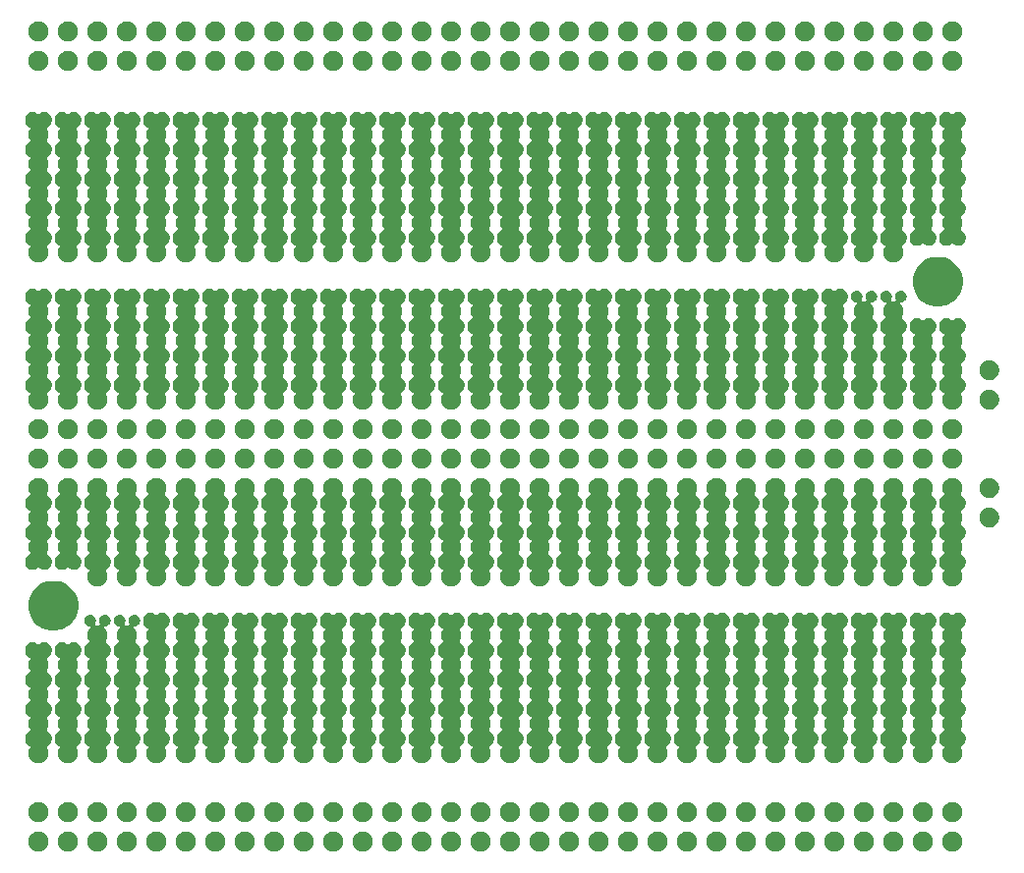
<source format=gbs>
G04 #@! TF.GenerationSoftware,KiCad,Pcbnew,5.1.5+dfsg1-2~bpo10+1*
G04 #@! TF.CreationDate,2020-04-06T16:16:13-04:00*
G04 #@! TF.ProjectId,EDIT_C,45444954-5f43-42e6-9b69-6361645f7063,0.10.a*
G04 #@! TF.SameCoordinates,Original*
G04 #@! TF.FileFunction,Soldermask,Bot*
G04 #@! TF.FilePolarity,Negative*
%FSLAX46Y46*%
G04 Gerber Fmt 4.6, Leading zero omitted, Abs format (unit mm)*
G04 Created by KiCad (PCBNEW 5.1.5+dfsg1-2~bpo10+1) date 2020-04-06 16:16:13*
%MOMM*%
%LPD*%
G04 APERTURE LIST*
%ADD10C,0.150000*%
G04 APERTURE END LIST*
D10*
G36*
X31362935Y-112847664D02*
G01*
X31517624Y-112911739D01*
X31517626Y-112911740D01*
X31656844Y-113004762D01*
X31775238Y-113123156D01*
X31868260Y-113262374D01*
X31868261Y-113262376D01*
X31932336Y-113417065D01*
X31965000Y-113581281D01*
X31965000Y-113748719D01*
X31932336Y-113912935D01*
X31868261Y-114067624D01*
X31868260Y-114067626D01*
X31775238Y-114206844D01*
X31656844Y-114325238D01*
X31517626Y-114418260D01*
X31517625Y-114418261D01*
X31517624Y-114418261D01*
X31362935Y-114482336D01*
X31198719Y-114515000D01*
X31031281Y-114515000D01*
X30867065Y-114482336D01*
X30712376Y-114418261D01*
X30712375Y-114418261D01*
X30712374Y-114418260D01*
X30573156Y-114325238D01*
X30454762Y-114206844D01*
X30361740Y-114067626D01*
X30361739Y-114067624D01*
X30297664Y-113912935D01*
X30265000Y-113748719D01*
X30265000Y-113581281D01*
X30297664Y-113417065D01*
X30361739Y-113262376D01*
X30361740Y-113262374D01*
X30454762Y-113123156D01*
X30573156Y-113004762D01*
X30712374Y-112911740D01*
X30712376Y-112911739D01*
X30867065Y-112847664D01*
X31031281Y-112815000D01*
X31198719Y-112815000D01*
X31362935Y-112847664D01*
G37*
G36*
X38982935Y-112847664D02*
G01*
X39137624Y-112911739D01*
X39137626Y-112911740D01*
X39276844Y-113004762D01*
X39395238Y-113123156D01*
X39488260Y-113262374D01*
X39488261Y-113262376D01*
X39552336Y-113417065D01*
X39585000Y-113581281D01*
X39585000Y-113748719D01*
X39552336Y-113912935D01*
X39488261Y-114067624D01*
X39488260Y-114067626D01*
X39395238Y-114206844D01*
X39276844Y-114325238D01*
X39137626Y-114418260D01*
X39137625Y-114418261D01*
X39137624Y-114418261D01*
X38982935Y-114482336D01*
X38818719Y-114515000D01*
X38651281Y-114515000D01*
X38487065Y-114482336D01*
X38332376Y-114418261D01*
X38332375Y-114418261D01*
X38332374Y-114418260D01*
X38193156Y-114325238D01*
X38074762Y-114206844D01*
X37981740Y-114067626D01*
X37981739Y-114067624D01*
X37917664Y-113912935D01*
X37885000Y-113748719D01*
X37885000Y-113581281D01*
X37917664Y-113417065D01*
X37981739Y-113262376D01*
X37981740Y-113262374D01*
X38074762Y-113123156D01*
X38193156Y-113004762D01*
X38332374Y-112911740D01*
X38332376Y-112911739D01*
X38487065Y-112847664D01*
X38651281Y-112815000D01*
X38818719Y-112815000D01*
X38982935Y-112847664D01*
G37*
G36*
X16122935Y-112847664D02*
G01*
X16277624Y-112911739D01*
X16277626Y-112911740D01*
X16416844Y-113004762D01*
X16535238Y-113123156D01*
X16628260Y-113262374D01*
X16628261Y-113262376D01*
X16692336Y-113417065D01*
X16725000Y-113581281D01*
X16725000Y-113748719D01*
X16692336Y-113912935D01*
X16628261Y-114067624D01*
X16628260Y-114067626D01*
X16535238Y-114206844D01*
X16416844Y-114325238D01*
X16277626Y-114418260D01*
X16277625Y-114418261D01*
X16277624Y-114418261D01*
X16122935Y-114482336D01*
X15958719Y-114515000D01*
X15791281Y-114515000D01*
X15627065Y-114482336D01*
X15472376Y-114418261D01*
X15472375Y-114418261D01*
X15472374Y-114418260D01*
X15333156Y-114325238D01*
X15214762Y-114206844D01*
X15121740Y-114067626D01*
X15121739Y-114067624D01*
X15057664Y-113912935D01*
X15025000Y-113748719D01*
X15025000Y-113581281D01*
X15057664Y-113417065D01*
X15121739Y-113262376D01*
X15121740Y-113262374D01*
X15214762Y-113123156D01*
X15333156Y-113004762D01*
X15472374Y-112911740D01*
X15472376Y-112911739D01*
X15627065Y-112847664D01*
X15791281Y-112815000D01*
X15958719Y-112815000D01*
X16122935Y-112847664D01*
G37*
G36*
X21202935Y-112847664D02*
G01*
X21357624Y-112911739D01*
X21357626Y-112911740D01*
X21496844Y-113004762D01*
X21615238Y-113123156D01*
X21708260Y-113262374D01*
X21708261Y-113262376D01*
X21772336Y-113417065D01*
X21805000Y-113581281D01*
X21805000Y-113748719D01*
X21772336Y-113912935D01*
X21708261Y-114067624D01*
X21708260Y-114067626D01*
X21615238Y-114206844D01*
X21496844Y-114325238D01*
X21357626Y-114418260D01*
X21357625Y-114418261D01*
X21357624Y-114418261D01*
X21202935Y-114482336D01*
X21038719Y-114515000D01*
X20871281Y-114515000D01*
X20707065Y-114482336D01*
X20552376Y-114418261D01*
X20552375Y-114418261D01*
X20552374Y-114418260D01*
X20413156Y-114325238D01*
X20294762Y-114206844D01*
X20201740Y-114067626D01*
X20201739Y-114067624D01*
X20137664Y-113912935D01*
X20105000Y-113748719D01*
X20105000Y-113581281D01*
X20137664Y-113417065D01*
X20201739Y-113262376D01*
X20201740Y-113262374D01*
X20294762Y-113123156D01*
X20413156Y-113004762D01*
X20552374Y-112911740D01*
X20552376Y-112911739D01*
X20707065Y-112847664D01*
X20871281Y-112815000D01*
X21038719Y-112815000D01*
X21202935Y-112847664D01*
G37*
G36*
X23742935Y-112847664D02*
G01*
X23897624Y-112911739D01*
X23897626Y-112911740D01*
X24036844Y-113004762D01*
X24155238Y-113123156D01*
X24248260Y-113262374D01*
X24248261Y-113262376D01*
X24312336Y-113417065D01*
X24345000Y-113581281D01*
X24345000Y-113748719D01*
X24312336Y-113912935D01*
X24248261Y-114067624D01*
X24248260Y-114067626D01*
X24155238Y-114206844D01*
X24036844Y-114325238D01*
X23897626Y-114418260D01*
X23897625Y-114418261D01*
X23897624Y-114418261D01*
X23742935Y-114482336D01*
X23578719Y-114515000D01*
X23411281Y-114515000D01*
X23247065Y-114482336D01*
X23092376Y-114418261D01*
X23092375Y-114418261D01*
X23092374Y-114418260D01*
X22953156Y-114325238D01*
X22834762Y-114206844D01*
X22741740Y-114067626D01*
X22741739Y-114067624D01*
X22677664Y-113912935D01*
X22645000Y-113748719D01*
X22645000Y-113581281D01*
X22677664Y-113417065D01*
X22741739Y-113262376D01*
X22741740Y-113262374D01*
X22834762Y-113123156D01*
X22953156Y-113004762D01*
X23092374Y-112911740D01*
X23092376Y-112911739D01*
X23247065Y-112847664D01*
X23411281Y-112815000D01*
X23578719Y-112815000D01*
X23742935Y-112847664D01*
G37*
G36*
X18662935Y-112847664D02*
G01*
X18817624Y-112911739D01*
X18817626Y-112911740D01*
X18956844Y-113004762D01*
X19075238Y-113123156D01*
X19168260Y-113262374D01*
X19168261Y-113262376D01*
X19232336Y-113417065D01*
X19265000Y-113581281D01*
X19265000Y-113748719D01*
X19232336Y-113912935D01*
X19168261Y-114067624D01*
X19168260Y-114067626D01*
X19075238Y-114206844D01*
X18956844Y-114325238D01*
X18817626Y-114418260D01*
X18817625Y-114418261D01*
X18817624Y-114418261D01*
X18662935Y-114482336D01*
X18498719Y-114515000D01*
X18331281Y-114515000D01*
X18167065Y-114482336D01*
X18012376Y-114418261D01*
X18012375Y-114418261D01*
X18012374Y-114418260D01*
X17873156Y-114325238D01*
X17754762Y-114206844D01*
X17661740Y-114067626D01*
X17661739Y-114067624D01*
X17597664Y-113912935D01*
X17565000Y-113748719D01*
X17565000Y-113581281D01*
X17597664Y-113417065D01*
X17661739Y-113262376D01*
X17661740Y-113262374D01*
X17754762Y-113123156D01*
X17873156Y-113004762D01*
X18012374Y-112911740D01*
X18012376Y-112911739D01*
X18167065Y-112847664D01*
X18331281Y-112815000D01*
X18498719Y-112815000D01*
X18662935Y-112847664D01*
G37*
G36*
X28822935Y-112847664D02*
G01*
X28977624Y-112911739D01*
X28977626Y-112911740D01*
X29116844Y-113004762D01*
X29235238Y-113123156D01*
X29328260Y-113262374D01*
X29328261Y-113262376D01*
X29392336Y-113417065D01*
X29425000Y-113581281D01*
X29425000Y-113748719D01*
X29392336Y-113912935D01*
X29328261Y-114067624D01*
X29328260Y-114067626D01*
X29235238Y-114206844D01*
X29116844Y-114325238D01*
X28977626Y-114418260D01*
X28977625Y-114418261D01*
X28977624Y-114418261D01*
X28822935Y-114482336D01*
X28658719Y-114515000D01*
X28491281Y-114515000D01*
X28327065Y-114482336D01*
X28172376Y-114418261D01*
X28172375Y-114418261D01*
X28172374Y-114418260D01*
X28033156Y-114325238D01*
X27914762Y-114206844D01*
X27821740Y-114067626D01*
X27821739Y-114067624D01*
X27757664Y-113912935D01*
X27725000Y-113748719D01*
X27725000Y-113581281D01*
X27757664Y-113417065D01*
X27821739Y-113262376D01*
X27821740Y-113262374D01*
X27914762Y-113123156D01*
X28033156Y-113004762D01*
X28172374Y-112911740D01*
X28172376Y-112911739D01*
X28327065Y-112847664D01*
X28491281Y-112815000D01*
X28658719Y-112815000D01*
X28822935Y-112847664D01*
G37*
G36*
X33902935Y-112847664D02*
G01*
X34057624Y-112911739D01*
X34057626Y-112911740D01*
X34196844Y-113004762D01*
X34315238Y-113123156D01*
X34408260Y-113262374D01*
X34408261Y-113262376D01*
X34472336Y-113417065D01*
X34505000Y-113581281D01*
X34505000Y-113748719D01*
X34472336Y-113912935D01*
X34408261Y-114067624D01*
X34408260Y-114067626D01*
X34315238Y-114206844D01*
X34196844Y-114325238D01*
X34057626Y-114418260D01*
X34057625Y-114418261D01*
X34057624Y-114418261D01*
X33902935Y-114482336D01*
X33738719Y-114515000D01*
X33571281Y-114515000D01*
X33407065Y-114482336D01*
X33252376Y-114418261D01*
X33252375Y-114418261D01*
X33252374Y-114418260D01*
X33113156Y-114325238D01*
X32994762Y-114206844D01*
X32901740Y-114067626D01*
X32901739Y-114067624D01*
X32837664Y-113912935D01*
X32805000Y-113748719D01*
X32805000Y-113581281D01*
X32837664Y-113417065D01*
X32901739Y-113262376D01*
X32901740Y-113262374D01*
X32994762Y-113123156D01*
X33113156Y-113004762D01*
X33252374Y-112911740D01*
X33252376Y-112911739D01*
X33407065Y-112847664D01*
X33571281Y-112815000D01*
X33738719Y-112815000D01*
X33902935Y-112847664D01*
G37*
G36*
X26282935Y-112847664D02*
G01*
X26437624Y-112911739D01*
X26437626Y-112911740D01*
X26576844Y-113004762D01*
X26695238Y-113123156D01*
X26788260Y-113262374D01*
X26788261Y-113262376D01*
X26852336Y-113417065D01*
X26885000Y-113581281D01*
X26885000Y-113748719D01*
X26852336Y-113912935D01*
X26788261Y-114067624D01*
X26788260Y-114067626D01*
X26695238Y-114206844D01*
X26576844Y-114325238D01*
X26437626Y-114418260D01*
X26437625Y-114418261D01*
X26437624Y-114418261D01*
X26282935Y-114482336D01*
X26118719Y-114515000D01*
X25951281Y-114515000D01*
X25787065Y-114482336D01*
X25632376Y-114418261D01*
X25632375Y-114418261D01*
X25632374Y-114418260D01*
X25493156Y-114325238D01*
X25374762Y-114206844D01*
X25281740Y-114067626D01*
X25281739Y-114067624D01*
X25217664Y-113912935D01*
X25185000Y-113748719D01*
X25185000Y-113581281D01*
X25217664Y-113417065D01*
X25281739Y-113262376D01*
X25281740Y-113262374D01*
X25374762Y-113123156D01*
X25493156Y-113004762D01*
X25632374Y-112911740D01*
X25632376Y-112911739D01*
X25787065Y-112847664D01*
X25951281Y-112815000D01*
X26118719Y-112815000D01*
X26282935Y-112847664D01*
G37*
G36*
X54222935Y-112847664D02*
G01*
X54377624Y-112911739D01*
X54377626Y-112911740D01*
X54516844Y-113004762D01*
X54635238Y-113123156D01*
X54728260Y-113262374D01*
X54728261Y-113262376D01*
X54792336Y-113417065D01*
X54825000Y-113581281D01*
X54825000Y-113748719D01*
X54792336Y-113912935D01*
X54728261Y-114067624D01*
X54728260Y-114067626D01*
X54635238Y-114206844D01*
X54516844Y-114325238D01*
X54377626Y-114418260D01*
X54377625Y-114418261D01*
X54377624Y-114418261D01*
X54222935Y-114482336D01*
X54058719Y-114515000D01*
X53891281Y-114515000D01*
X53727065Y-114482336D01*
X53572376Y-114418261D01*
X53572375Y-114418261D01*
X53572374Y-114418260D01*
X53433156Y-114325238D01*
X53314762Y-114206844D01*
X53221740Y-114067626D01*
X53221739Y-114067624D01*
X53157664Y-113912935D01*
X53125000Y-113748719D01*
X53125000Y-113581281D01*
X53157664Y-113417065D01*
X53221739Y-113262376D01*
X53221740Y-113262374D01*
X53314762Y-113123156D01*
X53433156Y-113004762D01*
X53572374Y-112911740D01*
X53572376Y-112911739D01*
X53727065Y-112847664D01*
X53891281Y-112815000D01*
X54058719Y-112815000D01*
X54222935Y-112847664D01*
G37*
G36*
X44062935Y-112847664D02*
G01*
X44217624Y-112911739D01*
X44217626Y-112911740D01*
X44356844Y-113004762D01*
X44475238Y-113123156D01*
X44568260Y-113262374D01*
X44568261Y-113262376D01*
X44632336Y-113417065D01*
X44665000Y-113581281D01*
X44665000Y-113748719D01*
X44632336Y-113912935D01*
X44568261Y-114067624D01*
X44568260Y-114067626D01*
X44475238Y-114206844D01*
X44356844Y-114325238D01*
X44217626Y-114418260D01*
X44217625Y-114418261D01*
X44217624Y-114418261D01*
X44062935Y-114482336D01*
X43898719Y-114515000D01*
X43731281Y-114515000D01*
X43567065Y-114482336D01*
X43412376Y-114418261D01*
X43412375Y-114418261D01*
X43412374Y-114418260D01*
X43273156Y-114325238D01*
X43154762Y-114206844D01*
X43061740Y-114067626D01*
X43061739Y-114067624D01*
X42997664Y-113912935D01*
X42965000Y-113748719D01*
X42965000Y-113581281D01*
X42997664Y-113417065D01*
X43061739Y-113262376D01*
X43061740Y-113262374D01*
X43154762Y-113123156D01*
X43273156Y-113004762D01*
X43412374Y-112911740D01*
X43412376Y-112911739D01*
X43567065Y-112847664D01*
X43731281Y-112815000D01*
X43898719Y-112815000D01*
X44062935Y-112847664D01*
G37*
G36*
X36442935Y-112847664D02*
G01*
X36597624Y-112911739D01*
X36597626Y-112911740D01*
X36736844Y-113004762D01*
X36855238Y-113123156D01*
X36948260Y-113262374D01*
X36948261Y-113262376D01*
X37012336Y-113417065D01*
X37045000Y-113581281D01*
X37045000Y-113748719D01*
X37012336Y-113912935D01*
X36948261Y-114067624D01*
X36948260Y-114067626D01*
X36855238Y-114206844D01*
X36736844Y-114325238D01*
X36597626Y-114418260D01*
X36597625Y-114418261D01*
X36597624Y-114418261D01*
X36442935Y-114482336D01*
X36278719Y-114515000D01*
X36111281Y-114515000D01*
X35947065Y-114482336D01*
X35792376Y-114418261D01*
X35792375Y-114418261D01*
X35792374Y-114418260D01*
X35653156Y-114325238D01*
X35534762Y-114206844D01*
X35441740Y-114067626D01*
X35441739Y-114067624D01*
X35377664Y-113912935D01*
X35345000Y-113748719D01*
X35345000Y-113581281D01*
X35377664Y-113417065D01*
X35441739Y-113262376D01*
X35441740Y-113262374D01*
X35534762Y-113123156D01*
X35653156Y-113004762D01*
X35792374Y-112911740D01*
X35792376Y-112911739D01*
X35947065Y-112847664D01*
X36111281Y-112815000D01*
X36278719Y-112815000D01*
X36442935Y-112847664D01*
G37*
G36*
X41522935Y-112847664D02*
G01*
X41677624Y-112911739D01*
X41677626Y-112911740D01*
X41816844Y-113004762D01*
X41935238Y-113123156D01*
X42028260Y-113262374D01*
X42028261Y-113262376D01*
X42092336Y-113417065D01*
X42125000Y-113581281D01*
X42125000Y-113748719D01*
X42092336Y-113912935D01*
X42028261Y-114067624D01*
X42028260Y-114067626D01*
X41935238Y-114206844D01*
X41816844Y-114325238D01*
X41677626Y-114418260D01*
X41677625Y-114418261D01*
X41677624Y-114418261D01*
X41522935Y-114482336D01*
X41358719Y-114515000D01*
X41191281Y-114515000D01*
X41027065Y-114482336D01*
X40872376Y-114418261D01*
X40872375Y-114418261D01*
X40872374Y-114418260D01*
X40733156Y-114325238D01*
X40614762Y-114206844D01*
X40521740Y-114067626D01*
X40521739Y-114067624D01*
X40457664Y-113912935D01*
X40425000Y-113748719D01*
X40425000Y-113581281D01*
X40457664Y-113417065D01*
X40521739Y-113262376D01*
X40521740Y-113262374D01*
X40614762Y-113123156D01*
X40733156Y-113004762D01*
X40872374Y-112911740D01*
X40872376Y-112911739D01*
X41027065Y-112847664D01*
X41191281Y-112815000D01*
X41358719Y-112815000D01*
X41522935Y-112847664D01*
G37*
G36*
X46602935Y-112847664D02*
G01*
X46757624Y-112911739D01*
X46757626Y-112911740D01*
X46896844Y-113004762D01*
X47015238Y-113123156D01*
X47108260Y-113262374D01*
X47108261Y-113262376D01*
X47172336Y-113417065D01*
X47205000Y-113581281D01*
X47205000Y-113748719D01*
X47172336Y-113912935D01*
X47108261Y-114067624D01*
X47108260Y-114067626D01*
X47015238Y-114206844D01*
X46896844Y-114325238D01*
X46757626Y-114418260D01*
X46757625Y-114418261D01*
X46757624Y-114418261D01*
X46602935Y-114482336D01*
X46438719Y-114515000D01*
X46271281Y-114515000D01*
X46107065Y-114482336D01*
X45952376Y-114418261D01*
X45952375Y-114418261D01*
X45952374Y-114418260D01*
X45813156Y-114325238D01*
X45694762Y-114206844D01*
X45601740Y-114067626D01*
X45601739Y-114067624D01*
X45537664Y-113912935D01*
X45505000Y-113748719D01*
X45505000Y-113581281D01*
X45537664Y-113417065D01*
X45601739Y-113262376D01*
X45601740Y-113262374D01*
X45694762Y-113123156D01*
X45813156Y-113004762D01*
X45952374Y-112911740D01*
X45952376Y-112911739D01*
X46107065Y-112847664D01*
X46271281Y-112815000D01*
X46438719Y-112815000D01*
X46602935Y-112847664D01*
G37*
G36*
X64382935Y-112847664D02*
G01*
X64537624Y-112911739D01*
X64537626Y-112911740D01*
X64676844Y-113004762D01*
X64795238Y-113123156D01*
X64888260Y-113262374D01*
X64888261Y-113262376D01*
X64952336Y-113417065D01*
X64985000Y-113581281D01*
X64985000Y-113748719D01*
X64952336Y-113912935D01*
X64888261Y-114067624D01*
X64888260Y-114067626D01*
X64795238Y-114206844D01*
X64676844Y-114325238D01*
X64537626Y-114418260D01*
X64537625Y-114418261D01*
X64537624Y-114418261D01*
X64382935Y-114482336D01*
X64218719Y-114515000D01*
X64051281Y-114515000D01*
X63887065Y-114482336D01*
X63732376Y-114418261D01*
X63732375Y-114418261D01*
X63732374Y-114418260D01*
X63593156Y-114325238D01*
X63474762Y-114206844D01*
X63381740Y-114067626D01*
X63381739Y-114067624D01*
X63317664Y-113912935D01*
X63285000Y-113748719D01*
X63285000Y-113581281D01*
X63317664Y-113417065D01*
X63381739Y-113262376D01*
X63381740Y-113262374D01*
X63474762Y-113123156D01*
X63593156Y-113004762D01*
X63732374Y-112911740D01*
X63732376Y-112911739D01*
X63887065Y-112847664D01*
X64051281Y-112815000D01*
X64218719Y-112815000D01*
X64382935Y-112847664D01*
G37*
G36*
X69462935Y-112847664D02*
G01*
X69617624Y-112911739D01*
X69617626Y-112911740D01*
X69756844Y-113004762D01*
X69875238Y-113123156D01*
X69968260Y-113262374D01*
X69968261Y-113262376D01*
X70032336Y-113417065D01*
X70065000Y-113581281D01*
X70065000Y-113748719D01*
X70032336Y-113912935D01*
X69968261Y-114067624D01*
X69968260Y-114067626D01*
X69875238Y-114206844D01*
X69756844Y-114325238D01*
X69617626Y-114418260D01*
X69617625Y-114418261D01*
X69617624Y-114418261D01*
X69462935Y-114482336D01*
X69298719Y-114515000D01*
X69131281Y-114515000D01*
X68967065Y-114482336D01*
X68812376Y-114418261D01*
X68812375Y-114418261D01*
X68812374Y-114418260D01*
X68673156Y-114325238D01*
X68554762Y-114206844D01*
X68461740Y-114067626D01*
X68461739Y-114067624D01*
X68397664Y-113912935D01*
X68365000Y-113748719D01*
X68365000Y-113581281D01*
X68397664Y-113417065D01*
X68461739Y-113262376D01*
X68461740Y-113262374D01*
X68554762Y-113123156D01*
X68673156Y-113004762D01*
X68812374Y-112911740D01*
X68812376Y-112911739D01*
X68967065Y-112847664D01*
X69131281Y-112815000D01*
X69298719Y-112815000D01*
X69462935Y-112847664D01*
G37*
G36*
X56762935Y-112847664D02*
G01*
X56917624Y-112911739D01*
X56917626Y-112911740D01*
X57056844Y-113004762D01*
X57175238Y-113123156D01*
X57268260Y-113262374D01*
X57268261Y-113262376D01*
X57332336Y-113417065D01*
X57365000Y-113581281D01*
X57365000Y-113748719D01*
X57332336Y-113912935D01*
X57268261Y-114067624D01*
X57268260Y-114067626D01*
X57175238Y-114206844D01*
X57056844Y-114325238D01*
X56917626Y-114418260D01*
X56917625Y-114418261D01*
X56917624Y-114418261D01*
X56762935Y-114482336D01*
X56598719Y-114515000D01*
X56431281Y-114515000D01*
X56267065Y-114482336D01*
X56112376Y-114418261D01*
X56112375Y-114418261D01*
X56112374Y-114418260D01*
X55973156Y-114325238D01*
X55854762Y-114206844D01*
X55761740Y-114067626D01*
X55761739Y-114067624D01*
X55697664Y-113912935D01*
X55665000Y-113748719D01*
X55665000Y-113581281D01*
X55697664Y-113417065D01*
X55761739Y-113262376D01*
X55761740Y-113262374D01*
X55854762Y-113123156D01*
X55973156Y-113004762D01*
X56112374Y-112911740D01*
X56112376Y-112911739D01*
X56267065Y-112847664D01*
X56431281Y-112815000D01*
X56598719Y-112815000D01*
X56762935Y-112847664D01*
G37*
G36*
X92322935Y-112847664D02*
G01*
X92477624Y-112911739D01*
X92477626Y-112911740D01*
X92616844Y-113004762D01*
X92735238Y-113123156D01*
X92828260Y-113262374D01*
X92828261Y-113262376D01*
X92892336Y-113417065D01*
X92925000Y-113581281D01*
X92925000Y-113748719D01*
X92892336Y-113912935D01*
X92828261Y-114067624D01*
X92828260Y-114067626D01*
X92735238Y-114206844D01*
X92616844Y-114325238D01*
X92477626Y-114418260D01*
X92477625Y-114418261D01*
X92477624Y-114418261D01*
X92322935Y-114482336D01*
X92158719Y-114515000D01*
X91991281Y-114515000D01*
X91827065Y-114482336D01*
X91672376Y-114418261D01*
X91672375Y-114418261D01*
X91672374Y-114418260D01*
X91533156Y-114325238D01*
X91414762Y-114206844D01*
X91321740Y-114067626D01*
X91321739Y-114067624D01*
X91257664Y-113912935D01*
X91225000Y-113748719D01*
X91225000Y-113581281D01*
X91257664Y-113417065D01*
X91321739Y-113262376D01*
X91321740Y-113262374D01*
X91414762Y-113123156D01*
X91533156Y-113004762D01*
X91672374Y-112911740D01*
X91672376Y-112911739D01*
X91827065Y-112847664D01*
X91991281Y-112815000D01*
X92158719Y-112815000D01*
X92322935Y-112847664D01*
G37*
G36*
X94862935Y-112847664D02*
G01*
X95017624Y-112911739D01*
X95017626Y-112911740D01*
X95156844Y-113004762D01*
X95275238Y-113123156D01*
X95368260Y-113262374D01*
X95368261Y-113262376D01*
X95432336Y-113417065D01*
X95465000Y-113581281D01*
X95465000Y-113748719D01*
X95432336Y-113912935D01*
X95368261Y-114067624D01*
X95368260Y-114067626D01*
X95275238Y-114206844D01*
X95156844Y-114325238D01*
X95017626Y-114418260D01*
X95017625Y-114418261D01*
X95017624Y-114418261D01*
X94862935Y-114482336D01*
X94698719Y-114515000D01*
X94531281Y-114515000D01*
X94367065Y-114482336D01*
X94212376Y-114418261D01*
X94212375Y-114418261D01*
X94212374Y-114418260D01*
X94073156Y-114325238D01*
X93954762Y-114206844D01*
X93861740Y-114067626D01*
X93861739Y-114067624D01*
X93797664Y-113912935D01*
X93765000Y-113748719D01*
X93765000Y-113581281D01*
X93797664Y-113417065D01*
X93861739Y-113262376D01*
X93861740Y-113262374D01*
X93954762Y-113123156D01*
X94073156Y-113004762D01*
X94212374Y-112911740D01*
X94212376Y-112911739D01*
X94367065Y-112847664D01*
X94531281Y-112815000D01*
X94698719Y-112815000D01*
X94862935Y-112847664D01*
G37*
G36*
X82162935Y-112847664D02*
G01*
X82317624Y-112911739D01*
X82317626Y-112911740D01*
X82456844Y-113004762D01*
X82575238Y-113123156D01*
X82668260Y-113262374D01*
X82668261Y-113262376D01*
X82732336Y-113417065D01*
X82765000Y-113581281D01*
X82765000Y-113748719D01*
X82732336Y-113912935D01*
X82668261Y-114067624D01*
X82668260Y-114067626D01*
X82575238Y-114206844D01*
X82456844Y-114325238D01*
X82317626Y-114418260D01*
X82317625Y-114418261D01*
X82317624Y-114418261D01*
X82162935Y-114482336D01*
X81998719Y-114515000D01*
X81831281Y-114515000D01*
X81667065Y-114482336D01*
X81512376Y-114418261D01*
X81512375Y-114418261D01*
X81512374Y-114418260D01*
X81373156Y-114325238D01*
X81254762Y-114206844D01*
X81161740Y-114067626D01*
X81161739Y-114067624D01*
X81097664Y-113912935D01*
X81065000Y-113748719D01*
X81065000Y-113581281D01*
X81097664Y-113417065D01*
X81161739Y-113262376D01*
X81161740Y-113262374D01*
X81254762Y-113123156D01*
X81373156Y-113004762D01*
X81512374Y-112911740D01*
X81512376Y-112911739D01*
X81667065Y-112847664D01*
X81831281Y-112815000D01*
X81998719Y-112815000D01*
X82162935Y-112847664D01*
G37*
G36*
X74542935Y-112847664D02*
G01*
X74697624Y-112911739D01*
X74697626Y-112911740D01*
X74836844Y-113004762D01*
X74955238Y-113123156D01*
X75048260Y-113262374D01*
X75048261Y-113262376D01*
X75112336Y-113417065D01*
X75145000Y-113581281D01*
X75145000Y-113748719D01*
X75112336Y-113912935D01*
X75048261Y-114067624D01*
X75048260Y-114067626D01*
X74955238Y-114206844D01*
X74836844Y-114325238D01*
X74697626Y-114418260D01*
X74697625Y-114418261D01*
X74697624Y-114418261D01*
X74542935Y-114482336D01*
X74378719Y-114515000D01*
X74211281Y-114515000D01*
X74047065Y-114482336D01*
X73892376Y-114418261D01*
X73892375Y-114418261D01*
X73892374Y-114418260D01*
X73753156Y-114325238D01*
X73634762Y-114206844D01*
X73541740Y-114067626D01*
X73541739Y-114067624D01*
X73477664Y-113912935D01*
X73445000Y-113748719D01*
X73445000Y-113581281D01*
X73477664Y-113417065D01*
X73541739Y-113262376D01*
X73541740Y-113262374D01*
X73634762Y-113123156D01*
X73753156Y-113004762D01*
X73892374Y-112911740D01*
X73892376Y-112911739D01*
X74047065Y-112847664D01*
X74211281Y-112815000D01*
X74378719Y-112815000D01*
X74542935Y-112847664D01*
G37*
G36*
X59302935Y-112847664D02*
G01*
X59457624Y-112911739D01*
X59457626Y-112911740D01*
X59596844Y-113004762D01*
X59715238Y-113123156D01*
X59808260Y-113262374D01*
X59808261Y-113262376D01*
X59872336Y-113417065D01*
X59905000Y-113581281D01*
X59905000Y-113748719D01*
X59872336Y-113912935D01*
X59808261Y-114067624D01*
X59808260Y-114067626D01*
X59715238Y-114206844D01*
X59596844Y-114325238D01*
X59457626Y-114418260D01*
X59457625Y-114418261D01*
X59457624Y-114418261D01*
X59302935Y-114482336D01*
X59138719Y-114515000D01*
X58971281Y-114515000D01*
X58807065Y-114482336D01*
X58652376Y-114418261D01*
X58652375Y-114418261D01*
X58652374Y-114418260D01*
X58513156Y-114325238D01*
X58394762Y-114206844D01*
X58301740Y-114067626D01*
X58301739Y-114067624D01*
X58237664Y-113912935D01*
X58205000Y-113748719D01*
X58205000Y-113581281D01*
X58237664Y-113417065D01*
X58301739Y-113262376D01*
X58301740Y-113262374D01*
X58394762Y-113123156D01*
X58513156Y-113004762D01*
X58652374Y-112911740D01*
X58652376Y-112911739D01*
X58807065Y-112847664D01*
X58971281Y-112815000D01*
X59138719Y-112815000D01*
X59302935Y-112847664D01*
G37*
G36*
X79622935Y-112847664D02*
G01*
X79777624Y-112911739D01*
X79777626Y-112911740D01*
X79916844Y-113004762D01*
X80035238Y-113123156D01*
X80128260Y-113262374D01*
X80128261Y-113262376D01*
X80192336Y-113417065D01*
X80225000Y-113581281D01*
X80225000Y-113748719D01*
X80192336Y-113912935D01*
X80128261Y-114067624D01*
X80128260Y-114067626D01*
X80035238Y-114206844D01*
X79916844Y-114325238D01*
X79777626Y-114418260D01*
X79777625Y-114418261D01*
X79777624Y-114418261D01*
X79622935Y-114482336D01*
X79458719Y-114515000D01*
X79291281Y-114515000D01*
X79127065Y-114482336D01*
X78972376Y-114418261D01*
X78972375Y-114418261D01*
X78972374Y-114418260D01*
X78833156Y-114325238D01*
X78714762Y-114206844D01*
X78621740Y-114067626D01*
X78621739Y-114067624D01*
X78557664Y-113912935D01*
X78525000Y-113748719D01*
X78525000Y-113581281D01*
X78557664Y-113417065D01*
X78621739Y-113262376D01*
X78621740Y-113262374D01*
X78714762Y-113123156D01*
X78833156Y-113004762D01*
X78972374Y-112911740D01*
X78972376Y-112911739D01*
X79127065Y-112847664D01*
X79291281Y-112815000D01*
X79458719Y-112815000D01*
X79622935Y-112847664D01*
G37*
G36*
X72002935Y-112847664D02*
G01*
X72157624Y-112911739D01*
X72157626Y-112911740D01*
X72296844Y-113004762D01*
X72415238Y-113123156D01*
X72508260Y-113262374D01*
X72508261Y-113262376D01*
X72572336Y-113417065D01*
X72605000Y-113581281D01*
X72605000Y-113748719D01*
X72572336Y-113912935D01*
X72508261Y-114067624D01*
X72508260Y-114067626D01*
X72415238Y-114206844D01*
X72296844Y-114325238D01*
X72157626Y-114418260D01*
X72157625Y-114418261D01*
X72157624Y-114418261D01*
X72002935Y-114482336D01*
X71838719Y-114515000D01*
X71671281Y-114515000D01*
X71507065Y-114482336D01*
X71352376Y-114418261D01*
X71352375Y-114418261D01*
X71352374Y-114418260D01*
X71213156Y-114325238D01*
X71094762Y-114206844D01*
X71001740Y-114067626D01*
X71001739Y-114067624D01*
X70937664Y-113912935D01*
X70905000Y-113748719D01*
X70905000Y-113581281D01*
X70937664Y-113417065D01*
X71001739Y-113262376D01*
X71001740Y-113262374D01*
X71094762Y-113123156D01*
X71213156Y-113004762D01*
X71352374Y-112911740D01*
X71352376Y-112911739D01*
X71507065Y-112847664D01*
X71671281Y-112815000D01*
X71838719Y-112815000D01*
X72002935Y-112847664D01*
G37*
G36*
X51682935Y-112847664D02*
G01*
X51837624Y-112911739D01*
X51837626Y-112911740D01*
X51976844Y-113004762D01*
X52095238Y-113123156D01*
X52188260Y-113262374D01*
X52188261Y-113262376D01*
X52252336Y-113417065D01*
X52285000Y-113581281D01*
X52285000Y-113748719D01*
X52252336Y-113912935D01*
X52188261Y-114067624D01*
X52188260Y-114067626D01*
X52095238Y-114206844D01*
X51976844Y-114325238D01*
X51837626Y-114418260D01*
X51837625Y-114418261D01*
X51837624Y-114418261D01*
X51682935Y-114482336D01*
X51518719Y-114515000D01*
X51351281Y-114515000D01*
X51187065Y-114482336D01*
X51032376Y-114418261D01*
X51032375Y-114418261D01*
X51032374Y-114418260D01*
X50893156Y-114325238D01*
X50774762Y-114206844D01*
X50681740Y-114067626D01*
X50681739Y-114067624D01*
X50617664Y-113912935D01*
X50585000Y-113748719D01*
X50585000Y-113581281D01*
X50617664Y-113417065D01*
X50681739Y-113262376D01*
X50681740Y-113262374D01*
X50774762Y-113123156D01*
X50893156Y-113004762D01*
X51032374Y-112911740D01*
X51032376Y-112911739D01*
X51187065Y-112847664D01*
X51351281Y-112815000D01*
X51518719Y-112815000D01*
X51682935Y-112847664D01*
G37*
G36*
X66922935Y-112847664D02*
G01*
X67077624Y-112911739D01*
X67077626Y-112911740D01*
X67216844Y-113004762D01*
X67335238Y-113123156D01*
X67428260Y-113262374D01*
X67428261Y-113262376D01*
X67492336Y-113417065D01*
X67525000Y-113581281D01*
X67525000Y-113748719D01*
X67492336Y-113912935D01*
X67428261Y-114067624D01*
X67428260Y-114067626D01*
X67335238Y-114206844D01*
X67216844Y-114325238D01*
X67077626Y-114418260D01*
X67077625Y-114418261D01*
X67077624Y-114418261D01*
X66922935Y-114482336D01*
X66758719Y-114515000D01*
X66591281Y-114515000D01*
X66427065Y-114482336D01*
X66272376Y-114418261D01*
X66272375Y-114418261D01*
X66272374Y-114418260D01*
X66133156Y-114325238D01*
X66014762Y-114206844D01*
X65921740Y-114067626D01*
X65921739Y-114067624D01*
X65857664Y-113912935D01*
X65825000Y-113748719D01*
X65825000Y-113581281D01*
X65857664Y-113417065D01*
X65921739Y-113262376D01*
X65921740Y-113262374D01*
X66014762Y-113123156D01*
X66133156Y-113004762D01*
X66272374Y-112911740D01*
X66272376Y-112911739D01*
X66427065Y-112847664D01*
X66591281Y-112815000D01*
X66758719Y-112815000D01*
X66922935Y-112847664D01*
G37*
G36*
X61842935Y-112847664D02*
G01*
X61997624Y-112911739D01*
X61997626Y-112911740D01*
X62136844Y-113004762D01*
X62255238Y-113123156D01*
X62348260Y-113262374D01*
X62348261Y-113262376D01*
X62412336Y-113417065D01*
X62445000Y-113581281D01*
X62445000Y-113748719D01*
X62412336Y-113912935D01*
X62348261Y-114067624D01*
X62348260Y-114067626D01*
X62255238Y-114206844D01*
X62136844Y-114325238D01*
X61997626Y-114418260D01*
X61997625Y-114418261D01*
X61997624Y-114418261D01*
X61842935Y-114482336D01*
X61678719Y-114515000D01*
X61511281Y-114515000D01*
X61347065Y-114482336D01*
X61192376Y-114418261D01*
X61192375Y-114418261D01*
X61192374Y-114418260D01*
X61053156Y-114325238D01*
X60934762Y-114206844D01*
X60841740Y-114067626D01*
X60841739Y-114067624D01*
X60777664Y-113912935D01*
X60745000Y-113748719D01*
X60745000Y-113581281D01*
X60777664Y-113417065D01*
X60841739Y-113262376D01*
X60841740Y-113262374D01*
X60934762Y-113123156D01*
X61053156Y-113004762D01*
X61192374Y-112911740D01*
X61192376Y-112911739D01*
X61347065Y-112847664D01*
X61511281Y-112815000D01*
X61678719Y-112815000D01*
X61842935Y-112847664D01*
G37*
G36*
X49142935Y-112847664D02*
G01*
X49297624Y-112911739D01*
X49297626Y-112911740D01*
X49436844Y-113004762D01*
X49555238Y-113123156D01*
X49648260Y-113262374D01*
X49648261Y-113262376D01*
X49712336Y-113417065D01*
X49745000Y-113581281D01*
X49745000Y-113748719D01*
X49712336Y-113912935D01*
X49648261Y-114067624D01*
X49648260Y-114067626D01*
X49555238Y-114206844D01*
X49436844Y-114325238D01*
X49297626Y-114418260D01*
X49297625Y-114418261D01*
X49297624Y-114418261D01*
X49142935Y-114482336D01*
X48978719Y-114515000D01*
X48811281Y-114515000D01*
X48647065Y-114482336D01*
X48492376Y-114418261D01*
X48492375Y-114418261D01*
X48492374Y-114418260D01*
X48353156Y-114325238D01*
X48234762Y-114206844D01*
X48141740Y-114067626D01*
X48141739Y-114067624D01*
X48077664Y-113912935D01*
X48045000Y-113748719D01*
X48045000Y-113581281D01*
X48077664Y-113417065D01*
X48141739Y-113262376D01*
X48141740Y-113262374D01*
X48234762Y-113123156D01*
X48353156Y-113004762D01*
X48492374Y-112911740D01*
X48492376Y-112911739D01*
X48647065Y-112847664D01*
X48811281Y-112815000D01*
X48978719Y-112815000D01*
X49142935Y-112847664D01*
G37*
G36*
X84702935Y-112847664D02*
G01*
X84857624Y-112911739D01*
X84857626Y-112911740D01*
X84996844Y-113004762D01*
X85115238Y-113123156D01*
X85208260Y-113262374D01*
X85208261Y-113262376D01*
X85272336Y-113417065D01*
X85305000Y-113581281D01*
X85305000Y-113748719D01*
X85272336Y-113912935D01*
X85208261Y-114067624D01*
X85208260Y-114067626D01*
X85115238Y-114206844D01*
X84996844Y-114325238D01*
X84857626Y-114418260D01*
X84857625Y-114418261D01*
X84857624Y-114418261D01*
X84702935Y-114482336D01*
X84538719Y-114515000D01*
X84371281Y-114515000D01*
X84207065Y-114482336D01*
X84052376Y-114418261D01*
X84052375Y-114418261D01*
X84052374Y-114418260D01*
X83913156Y-114325238D01*
X83794762Y-114206844D01*
X83701740Y-114067626D01*
X83701739Y-114067624D01*
X83637664Y-113912935D01*
X83605000Y-113748719D01*
X83605000Y-113581281D01*
X83637664Y-113417065D01*
X83701739Y-113262376D01*
X83701740Y-113262374D01*
X83794762Y-113123156D01*
X83913156Y-113004762D01*
X84052374Y-112911740D01*
X84052376Y-112911739D01*
X84207065Y-112847664D01*
X84371281Y-112815000D01*
X84538719Y-112815000D01*
X84702935Y-112847664D01*
G37*
G36*
X87242935Y-112847664D02*
G01*
X87397624Y-112911739D01*
X87397626Y-112911740D01*
X87536844Y-113004762D01*
X87655238Y-113123156D01*
X87748260Y-113262374D01*
X87748261Y-113262376D01*
X87812336Y-113417065D01*
X87845000Y-113581281D01*
X87845000Y-113748719D01*
X87812336Y-113912935D01*
X87748261Y-114067624D01*
X87748260Y-114067626D01*
X87655238Y-114206844D01*
X87536844Y-114325238D01*
X87397626Y-114418260D01*
X87397625Y-114418261D01*
X87397624Y-114418261D01*
X87242935Y-114482336D01*
X87078719Y-114515000D01*
X86911281Y-114515000D01*
X86747065Y-114482336D01*
X86592376Y-114418261D01*
X86592375Y-114418261D01*
X86592374Y-114418260D01*
X86453156Y-114325238D01*
X86334762Y-114206844D01*
X86241740Y-114067626D01*
X86241739Y-114067624D01*
X86177664Y-113912935D01*
X86145000Y-113748719D01*
X86145000Y-113581281D01*
X86177664Y-113417065D01*
X86241739Y-113262376D01*
X86241740Y-113262374D01*
X86334762Y-113123156D01*
X86453156Y-113004762D01*
X86592374Y-112911740D01*
X86592376Y-112911739D01*
X86747065Y-112847664D01*
X86911281Y-112815000D01*
X87078719Y-112815000D01*
X87242935Y-112847664D01*
G37*
G36*
X89782935Y-112847664D02*
G01*
X89937624Y-112911739D01*
X89937626Y-112911740D01*
X90076844Y-113004762D01*
X90195238Y-113123156D01*
X90288260Y-113262374D01*
X90288261Y-113262376D01*
X90352336Y-113417065D01*
X90385000Y-113581281D01*
X90385000Y-113748719D01*
X90352336Y-113912935D01*
X90288261Y-114067624D01*
X90288260Y-114067626D01*
X90195238Y-114206844D01*
X90076844Y-114325238D01*
X89937626Y-114418260D01*
X89937625Y-114418261D01*
X89937624Y-114418261D01*
X89782935Y-114482336D01*
X89618719Y-114515000D01*
X89451281Y-114515000D01*
X89287065Y-114482336D01*
X89132376Y-114418261D01*
X89132375Y-114418261D01*
X89132374Y-114418260D01*
X88993156Y-114325238D01*
X88874762Y-114206844D01*
X88781740Y-114067626D01*
X88781739Y-114067624D01*
X88717664Y-113912935D01*
X88685000Y-113748719D01*
X88685000Y-113581281D01*
X88717664Y-113417065D01*
X88781739Y-113262376D01*
X88781740Y-113262374D01*
X88874762Y-113123156D01*
X88993156Y-113004762D01*
X89132374Y-112911740D01*
X89132376Y-112911739D01*
X89287065Y-112847664D01*
X89451281Y-112815000D01*
X89618719Y-112815000D01*
X89782935Y-112847664D01*
G37*
G36*
X77082935Y-112847664D02*
G01*
X77237624Y-112911739D01*
X77237626Y-112911740D01*
X77376844Y-113004762D01*
X77495238Y-113123156D01*
X77588260Y-113262374D01*
X77588261Y-113262376D01*
X77652336Y-113417065D01*
X77685000Y-113581281D01*
X77685000Y-113748719D01*
X77652336Y-113912935D01*
X77588261Y-114067624D01*
X77588260Y-114067626D01*
X77495238Y-114206844D01*
X77376844Y-114325238D01*
X77237626Y-114418260D01*
X77237625Y-114418261D01*
X77237624Y-114418261D01*
X77082935Y-114482336D01*
X76918719Y-114515000D01*
X76751281Y-114515000D01*
X76587065Y-114482336D01*
X76432376Y-114418261D01*
X76432375Y-114418261D01*
X76432374Y-114418260D01*
X76293156Y-114325238D01*
X76174762Y-114206844D01*
X76081740Y-114067626D01*
X76081739Y-114067624D01*
X76017664Y-113912935D01*
X75985000Y-113748719D01*
X75985000Y-113581281D01*
X76017664Y-113417065D01*
X76081739Y-113262376D01*
X76081740Y-113262374D01*
X76174762Y-113123156D01*
X76293156Y-113004762D01*
X76432374Y-112911740D01*
X76432376Y-112911739D01*
X76587065Y-112847664D01*
X76751281Y-112815000D01*
X76918719Y-112815000D01*
X77082935Y-112847664D01*
G37*
G36*
X84702935Y-110307664D02*
G01*
X84857624Y-110371739D01*
X84857626Y-110371740D01*
X84996844Y-110464762D01*
X85115238Y-110583156D01*
X85208260Y-110722374D01*
X85208261Y-110722376D01*
X85272336Y-110877065D01*
X85305000Y-111041281D01*
X85305000Y-111208719D01*
X85272336Y-111372935D01*
X85208261Y-111527624D01*
X85208260Y-111527626D01*
X85115238Y-111666844D01*
X84996844Y-111785238D01*
X84857626Y-111878260D01*
X84857625Y-111878261D01*
X84857624Y-111878261D01*
X84702935Y-111942336D01*
X84538719Y-111975000D01*
X84371281Y-111975000D01*
X84207065Y-111942336D01*
X84052376Y-111878261D01*
X84052375Y-111878261D01*
X84052374Y-111878260D01*
X83913156Y-111785238D01*
X83794762Y-111666844D01*
X83701740Y-111527626D01*
X83701739Y-111527624D01*
X83637664Y-111372935D01*
X83605000Y-111208719D01*
X83605000Y-111041281D01*
X83637664Y-110877065D01*
X83701739Y-110722376D01*
X83701740Y-110722374D01*
X83794762Y-110583156D01*
X83913156Y-110464762D01*
X84052374Y-110371740D01*
X84052376Y-110371739D01*
X84207065Y-110307664D01*
X84371281Y-110275000D01*
X84538719Y-110275000D01*
X84702935Y-110307664D01*
G37*
G36*
X77082935Y-110307664D02*
G01*
X77237624Y-110371739D01*
X77237626Y-110371740D01*
X77376844Y-110464762D01*
X77495238Y-110583156D01*
X77588260Y-110722374D01*
X77588261Y-110722376D01*
X77652336Y-110877065D01*
X77685000Y-111041281D01*
X77685000Y-111208719D01*
X77652336Y-111372935D01*
X77588261Y-111527624D01*
X77588260Y-111527626D01*
X77495238Y-111666844D01*
X77376844Y-111785238D01*
X77237626Y-111878260D01*
X77237625Y-111878261D01*
X77237624Y-111878261D01*
X77082935Y-111942336D01*
X76918719Y-111975000D01*
X76751281Y-111975000D01*
X76587065Y-111942336D01*
X76432376Y-111878261D01*
X76432375Y-111878261D01*
X76432374Y-111878260D01*
X76293156Y-111785238D01*
X76174762Y-111666844D01*
X76081740Y-111527626D01*
X76081739Y-111527624D01*
X76017664Y-111372935D01*
X75985000Y-111208719D01*
X75985000Y-111041281D01*
X76017664Y-110877065D01*
X76081739Y-110722376D01*
X76081740Y-110722374D01*
X76174762Y-110583156D01*
X76293156Y-110464762D01*
X76432374Y-110371740D01*
X76432376Y-110371739D01*
X76587065Y-110307664D01*
X76751281Y-110275000D01*
X76918719Y-110275000D01*
X77082935Y-110307664D01*
G37*
G36*
X72002935Y-110307664D02*
G01*
X72157624Y-110371739D01*
X72157626Y-110371740D01*
X72296844Y-110464762D01*
X72415238Y-110583156D01*
X72508260Y-110722374D01*
X72508261Y-110722376D01*
X72572336Y-110877065D01*
X72605000Y-111041281D01*
X72605000Y-111208719D01*
X72572336Y-111372935D01*
X72508261Y-111527624D01*
X72508260Y-111527626D01*
X72415238Y-111666844D01*
X72296844Y-111785238D01*
X72157626Y-111878260D01*
X72157625Y-111878261D01*
X72157624Y-111878261D01*
X72002935Y-111942336D01*
X71838719Y-111975000D01*
X71671281Y-111975000D01*
X71507065Y-111942336D01*
X71352376Y-111878261D01*
X71352375Y-111878261D01*
X71352374Y-111878260D01*
X71213156Y-111785238D01*
X71094762Y-111666844D01*
X71001740Y-111527626D01*
X71001739Y-111527624D01*
X70937664Y-111372935D01*
X70905000Y-111208719D01*
X70905000Y-111041281D01*
X70937664Y-110877065D01*
X71001739Y-110722376D01*
X71001740Y-110722374D01*
X71094762Y-110583156D01*
X71213156Y-110464762D01*
X71352374Y-110371740D01*
X71352376Y-110371739D01*
X71507065Y-110307664D01*
X71671281Y-110275000D01*
X71838719Y-110275000D01*
X72002935Y-110307664D01*
G37*
G36*
X69462935Y-110307664D02*
G01*
X69617624Y-110371739D01*
X69617626Y-110371740D01*
X69756844Y-110464762D01*
X69875238Y-110583156D01*
X69968260Y-110722374D01*
X69968261Y-110722376D01*
X70032336Y-110877065D01*
X70065000Y-111041281D01*
X70065000Y-111208719D01*
X70032336Y-111372935D01*
X69968261Y-111527624D01*
X69968260Y-111527626D01*
X69875238Y-111666844D01*
X69756844Y-111785238D01*
X69617626Y-111878260D01*
X69617625Y-111878261D01*
X69617624Y-111878261D01*
X69462935Y-111942336D01*
X69298719Y-111975000D01*
X69131281Y-111975000D01*
X68967065Y-111942336D01*
X68812376Y-111878261D01*
X68812375Y-111878261D01*
X68812374Y-111878260D01*
X68673156Y-111785238D01*
X68554762Y-111666844D01*
X68461740Y-111527626D01*
X68461739Y-111527624D01*
X68397664Y-111372935D01*
X68365000Y-111208719D01*
X68365000Y-111041281D01*
X68397664Y-110877065D01*
X68461739Y-110722376D01*
X68461740Y-110722374D01*
X68554762Y-110583156D01*
X68673156Y-110464762D01*
X68812374Y-110371740D01*
X68812376Y-110371739D01*
X68967065Y-110307664D01*
X69131281Y-110275000D01*
X69298719Y-110275000D01*
X69462935Y-110307664D01*
G37*
G36*
X54222935Y-110307664D02*
G01*
X54377624Y-110371739D01*
X54377626Y-110371740D01*
X54516844Y-110464762D01*
X54635238Y-110583156D01*
X54728260Y-110722374D01*
X54728261Y-110722376D01*
X54792336Y-110877065D01*
X54825000Y-111041281D01*
X54825000Y-111208719D01*
X54792336Y-111372935D01*
X54728261Y-111527624D01*
X54728260Y-111527626D01*
X54635238Y-111666844D01*
X54516844Y-111785238D01*
X54377626Y-111878260D01*
X54377625Y-111878261D01*
X54377624Y-111878261D01*
X54222935Y-111942336D01*
X54058719Y-111975000D01*
X53891281Y-111975000D01*
X53727065Y-111942336D01*
X53572376Y-111878261D01*
X53572375Y-111878261D01*
X53572374Y-111878260D01*
X53433156Y-111785238D01*
X53314762Y-111666844D01*
X53221740Y-111527626D01*
X53221739Y-111527624D01*
X53157664Y-111372935D01*
X53125000Y-111208719D01*
X53125000Y-111041281D01*
X53157664Y-110877065D01*
X53221739Y-110722376D01*
X53221740Y-110722374D01*
X53314762Y-110583156D01*
X53433156Y-110464762D01*
X53572374Y-110371740D01*
X53572376Y-110371739D01*
X53727065Y-110307664D01*
X53891281Y-110275000D01*
X54058719Y-110275000D01*
X54222935Y-110307664D01*
G37*
G36*
X59302935Y-110307664D02*
G01*
X59457624Y-110371739D01*
X59457626Y-110371740D01*
X59596844Y-110464762D01*
X59715238Y-110583156D01*
X59808260Y-110722374D01*
X59808261Y-110722376D01*
X59872336Y-110877065D01*
X59905000Y-111041281D01*
X59905000Y-111208719D01*
X59872336Y-111372935D01*
X59808261Y-111527624D01*
X59808260Y-111527626D01*
X59715238Y-111666844D01*
X59596844Y-111785238D01*
X59457626Y-111878260D01*
X59457625Y-111878261D01*
X59457624Y-111878261D01*
X59302935Y-111942336D01*
X59138719Y-111975000D01*
X58971281Y-111975000D01*
X58807065Y-111942336D01*
X58652376Y-111878261D01*
X58652375Y-111878261D01*
X58652374Y-111878260D01*
X58513156Y-111785238D01*
X58394762Y-111666844D01*
X58301740Y-111527626D01*
X58301739Y-111527624D01*
X58237664Y-111372935D01*
X58205000Y-111208719D01*
X58205000Y-111041281D01*
X58237664Y-110877065D01*
X58301739Y-110722376D01*
X58301740Y-110722374D01*
X58394762Y-110583156D01*
X58513156Y-110464762D01*
X58652374Y-110371740D01*
X58652376Y-110371739D01*
X58807065Y-110307664D01*
X58971281Y-110275000D01*
X59138719Y-110275000D01*
X59302935Y-110307664D01*
G37*
G36*
X46602935Y-110307664D02*
G01*
X46757624Y-110371739D01*
X46757626Y-110371740D01*
X46896844Y-110464762D01*
X47015238Y-110583156D01*
X47108260Y-110722374D01*
X47108261Y-110722376D01*
X47172336Y-110877065D01*
X47205000Y-111041281D01*
X47205000Y-111208719D01*
X47172336Y-111372935D01*
X47108261Y-111527624D01*
X47108260Y-111527626D01*
X47015238Y-111666844D01*
X46896844Y-111785238D01*
X46757626Y-111878260D01*
X46757625Y-111878261D01*
X46757624Y-111878261D01*
X46602935Y-111942336D01*
X46438719Y-111975000D01*
X46271281Y-111975000D01*
X46107065Y-111942336D01*
X45952376Y-111878261D01*
X45952375Y-111878261D01*
X45952374Y-111878260D01*
X45813156Y-111785238D01*
X45694762Y-111666844D01*
X45601740Y-111527626D01*
X45601739Y-111527624D01*
X45537664Y-111372935D01*
X45505000Y-111208719D01*
X45505000Y-111041281D01*
X45537664Y-110877065D01*
X45601739Y-110722376D01*
X45601740Y-110722374D01*
X45694762Y-110583156D01*
X45813156Y-110464762D01*
X45952374Y-110371740D01*
X45952376Y-110371739D01*
X46107065Y-110307664D01*
X46271281Y-110275000D01*
X46438719Y-110275000D01*
X46602935Y-110307664D01*
G37*
G36*
X61842935Y-110307664D02*
G01*
X61997624Y-110371739D01*
X61997626Y-110371740D01*
X62136844Y-110464762D01*
X62255238Y-110583156D01*
X62348260Y-110722374D01*
X62348261Y-110722376D01*
X62412336Y-110877065D01*
X62445000Y-111041281D01*
X62445000Y-111208719D01*
X62412336Y-111372935D01*
X62348261Y-111527624D01*
X62348260Y-111527626D01*
X62255238Y-111666844D01*
X62136844Y-111785238D01*
X61997626Y-111878260D01*
X61997625Y-111878261D01*
X61997624Y-111878261D01*
X61842935Y-111942336D01*
X61678719Y-111975000D01*
X61511281Y-111975000D01*
X61347065Y-111942336D01*
X61192376Y-111878261D01*
X61192375Y-111878261D01*
X61192374Y-111878260D01*
X61053156Y-111785238D01*
X60934762Y-111666844D01*
X60841740Y-111527626D01*
X60841739Y-111527624D01*
X60777664Y-111372935D01*
X60745000Y-111208719D01*
X60745000Y-111041281D01*
X60777664Y-110877065D01*
X60841739Y-110722376D01*
X60841740Y-110722374D01*
X60934762Y-110583156D01*
X61053156Y-110464762D01*
X61192374Y-110371740D01*
X61192376Y-110371739D01*
X61347065Y-110307664D01*
X61511281Y-110275000D01*
X61678719Y-110275000D01*
X61842935Y-110307664D01*
G37*
G36*
X79622935Y-110307664D02*
G01*
X79777624Y-110371739D01*
X79777626Y-110371740D01*
X79916844Y-110464762D01*
X80035238Y-110583156D01*
X80128260Y-110722374D01*
X80128261Y-110722376D01*
X80192336Y-110877065D01*
X80225000Y-111041281D01*
X80225000Y-111208719D01*
X80192336Y-111372935D01*
X80128261Y-111527624D01*
X80128260Y-111527626D01*
X80035238Y-111666844D01*
X79916844Y-111785238D01*
X79777626Y-111878260D01*
X79777625Y-111878261D01*
X79777624Y-111878261D01*
X79622935Y-111942336D01*
X79458719Y-111975000D01*
X79291281Y-111975000D01*
X79127065Y-111942336D01*
X78972376Y-111878261D01*
X78972375Y-111878261D01*
X78972374Y-111878260D01*
X78833156Y-111785238D01*
X78714762Y-111666844D01*
X78621740Y-111527626D01*
X78621739Y-111527624D01*
X78557664Y-111372935D01*
X78525000Y-111208719D01*
X78525000Y-111041281D01*
X78557664Y-110877065D01*
X78621739Y-110722376D01*
X78621740Y-110722374D01*
X78714762Y-110583156D01*
X78833156Y-110464762D01*
X78972374Y-110371740D01*
X78972376Y-110371739D01*
X79127065Y-110307664D01*
X79291281Y-110275000D01*
X79458719Y-110275000D01*
X79622935Y-110307664D01*
G37*
G36*
X56762935Y-110307664D02*
G01*
X56917624Y-110371739D01*
X56917626Y-110371740D01*
X57056844Y-110464762D01*
X57175238Y-110583156D01*
X57268260Y-110722374D01*
X57268261Y-110722376D01*
X57332336Y-110877065D01*
X57365000Y-111041281D01*
X57365000Y-111208719D01*
X57332336Y-111372935D01*
X57268261Y-111527624D01*
X57268260Y-111527626D01*
X57175238Y-111666844D01*
X57056844Y-111785238D01*
X56917626Y-111878260D01*
X56917625Y-111878261D01*
X56917624Y-111878261D01*
X56762935Y-111942336D01*
X56598719Y-111975000D01*
X56431281Y-111975000D01*
X56267065Y-111942336D01*
X56112376Y-111878261D01*
X56112375Y-111878261D01*
X56112374Y-111878260D01*
X55973156Y-111785238D01*
X55854762Y-111666844D01*
X55761740Y-111527626D01*
X55761739Y-111527624D01*
X55697664Y-111372935D01*
X55665000Y-111208719D01*
X55665000Y-111041281D01*
X55697664Y-110877065D01*
X55761739Y-110722376D01*
X55761740Y-110722374D01*
X55854762Y-110583156D01*
X55973156Y-110464762D01*
X56112374Y-110371740D01*
X56112376Y-110371739D01*
X56267065Y-110307664D01*
X56431281Y-110275000D01*
X56598719Y-110275000D01*
X56762935Y-110307664D01*
G37*
G36*
X82162935Y-110307664D02*
G01*
X82317624Y-110371739D01*
X82317626Y-110371740D01*
X82456844Y-110464762D01*
X82575238Y-110583156D01*
X82668260Y-110722374D01*
X82668261Y-110722376D01*
X82732336Y-110877065D01*
X82765000Y-111041281D01*
X82765000Y-111208719D01*
X82732336Y-111372935D01*
X82668261Y-111527624D01*
X82668260Y-111527626D01*
X82575238Y-111666844D01*
X82456844Y-111785238D01*
X82317626Y-111878260D01*
X82317625Y-111878261D01*
X82317624Y-111878261D01*
X82162935Y-111942336D01*
X81998719Y-111975000D01*
X81831281Y-111975000D01*
X81667065Y-111942336D01*
X81512376Y-111878261D01*
X81512375Y-111878261D01*
X81512374Y-111878260D01*
X81373156Y-111785238D01*
X81254762Y-111666844D01*
X81161740Y-111527626D01*
X81161739Y-111527624D01*
X81097664Y-111372935D01*
X81065000Y-111208719D01*
X81065000Y-111041281D01*
X81097664Y-110877065D01*
X81161739Y-110722376D01*
X81161740Y-110722374D01*
X81254762Y-110583156D01*
X81373156Y-110464762D01*
X81512374Y-110371740D01*
X81512376Y-110371739D01*
X81667065Y-110307664D01*
X81831281Y-110275000D01*
X81998719Y-110275000D01*
X82162935Y-110307664D01*
G37*
G36*
X64382935Y-110307664D02*
G01*
X64537624Y-110371739D01*
X64537626Y-110371740D01*
X64676844Y-110464762D01*
X64795238Y-110583156D01*
X64888260Y-110722374D01*
X64888261Y-110722376D01*
X64952336Y-110877065D01*
X64985000Y-111041281D01*
X64985000Y-111208719D01*
X64952336Y-111372935D01*
X64888261Y-111527624D01*
X64888260Y-111527626D01*
X64795238Y-111666844D01*
X64676844Y-111785238D01*
X64537626Y-111878260D01*
X64537625Y-111878261D01*
X64537624Y-111878261D01*
X64382935Y-111942336D01*
X64218719Y-111975000D01*
X64051281Y-111975000D01*
X63887065Y-111942336D01*
X63732376Y-111878261D01*
X63732375Y-111878261D01*
X63732374Y-111878260D01*
X63593156Y-111785238D01*
X63474762Y-111666844D01*
X63381740Y-111527626D01*
X63381739Y-111527624D01*
X63317664Y-111372935D01*
X63285000Y-111208719D01*
X63285000Y-111041281D01*
X63317664Y-110877065D01*
X63381739Y-110722376D01*
X63381740Y-110722374D01*
X63474762Y-110583156D01*
X63593156Y-110464762D01*
X63732374Y-110371740D01*
X63732376Y-110371739D01*
X63887065Y-110307664D01*
X64051281Y-110275000D01*
X64218719Y-110275000D01*
X64382935Y-110307664D01*
G37*
G36*
X51682935Y-110307664D02*
G01*
X51837624Y-110371739D01*
X51837626Y-110371740D01*
X51976844Y-110464762D01*
X52095238Y-110583156D01*
X52188260Y-110722374D01*
X52188261Y-110722376D01*
X52252336Y-110877065D01*
X52285000Y-111041281D01*
X52285000Y-111208719D01*
X52252336Y-111372935D01*
X52188261Y-111527624D01*
X52188260Y-111527626D01*
X52095238Y-111666844D01*
X51976844Y-111785238D01*
X51837626Y-111878260D01*
X51837625Y-111878261D01*
X51837624Y-111878261D01*
X51682935Y-111942336D01*
X51518719Y-111975000D01*
X51351281Y-111975000D01*
X51187065Y-111942336D01*
X51032376Y-111878261D01*
X51032375Y-111878261D01*
X51032374Y-111878260D01*
X50893156Y-111785238D01*
X50774762Y-111666844D01*
X50681740Y-111527626D01*
X50681739Y-111527624D01*
X50617664Y-111372935D01*
X50585000Y-111208719D01*
X50585000Y-111041281D01*
X50617664Y-110877065D01*
X50681739Y-110722376D01*
X50681740Y-110722374D01*
X50774762Y-110583156D01*
X50893156Y-110464762D01*
X51032374Y-110371740D01*
X51032376Y-110371739D01*
X51187065Y-110307664D01*
X51351281Y-110275000D01*
X51518719Y-110275000D01*
X51682935Y-110307664D01*
G37*
G36*
X38982935Y-110307664D02*
G01*
X39137624Y-110371739D01*
X39137626Y-110371740D01*
X39276844Y-110464762D01*
X39395238Y-110583156D01*
X39488260Y-110722374D01*
X39488261Y-110722376D01*
X39552336Y-110877065D01*
X39585000Y-111041281D01*
X39585000Y-111208719D01*
X39552336Y-111372935D01*
X39488261Y-111527624D01*
X39488260Y-111527626D01*
X39395238Y-111666844D01*
X39276844Y-111785238D01*
X39137626Y-111878260D01*
X39137625Y-111878261D01*
X39137624Y-111878261D01*
X38982935Y-111942336D01*
X38818719Y-111975000D01*
X38651281Y-111975000D01*
X38487065Y-111942336D01*
X38332376Y-111878261D01*
X38332375Y-111878261D01*
X38332374Y-111878260D01*
X38193156Y-111785238D01*
X38074762Y-111666844D01*
X37981740Y-111527626D01*
X37981739Y-111527624D01*
X37917664Y-111372935D01*
X37885000Y-111208719D01*
X37885000Y-111041281D01*
X37917664Y-110877065D01*
X37981739Y-110722376D01*
X37981740Y-110722374D01*
X38074762Y-110583156D01*
X38193156Y-110464762D01*
X38332374Y-110371740D01*
X38332376Y-110371739D01*
X38487065Y-110307664D01*
X38651281Y-110275000D01*
X38818719Y-110275000D01*
X38982935Y-110307664D01*
G37*
G36*
X44062935Y-110307664D02*
G01*
X44217624Y-110371739D01*
X44217626Y-110371740D01*
X44356844Y-110464762D01*
X44475238Y-110583156D01*
X44568260Y-110722374D01*
X44568261Y-110722376D01*
X44632336Y-110877065D01*
X44665000Y-111041281D01*
X44665000Y-111208719D01*
X44632336Y-111372935D01*
X44568261Y-111527624D01*
X44568260Y-111527626D01*
X44475238Y-111666844D01*
X44356844Y-111785238D01*
X44217626Y-111878260D01*
X44217625Y-111878261D01*
X44217624Y-111878261D01*
X44062935Y-111942336D01*
X43898719Y-111975000D01*
X43731281Y-111975000D01*
X43567065Y-111942336D01*
X43412376Y-111878261D01*
X43412375Y-111878261D01*
X43412374Y-111878260D01*
X43273156Y-111785238D01*
X43154762Y-111666844D01*
X43061740Y-111527626D01*
X43061739Y-111527624D01*
X42997664Y-111372935D01*
X42965000Y-111208719D01*
X42965000Y-111041281D01*
X42997664Y-110877065D01*
X43061739Y-110722376D01*
X43061740Y-110722374D01*
X43154762Y-110583156D01*
X43273156Y-110464762D01*
X43412374Y-110371740D01*
X43412376Y-110371739D01*
X43567065Y-110307664D01*
X43731281Y-110275000D01*
X43898719Y-110275000D01*
X44062935Y-110307664D01*
G37*
G36*
X66922935Y-110307664D02*
G01*
X67077624Y-110371739D01*
X67077626Y-110371740D01*
X67216844Y-110464762D01*
X67335238Y-110583156D01*
X67428260Y-110722374D01*
X67428261Y-110722376D01*
X67492336Y-110877065D01*
X67525000Y-111041281D01*
X67525000Y-111208719D01*
X67492336Y-111372935D01*
X67428261Y-111527624D01*
X67428260Y-111527626D01*
X67335238Y-111666844D01*
X67216844Y-111785238D01*
X67077626Y-111878260D01*
X67077625Y-111878261D01*
X67077624Y-111878261D01*
X66922935Y-111942336D01*
X66758719Y-111975000D01*
X66591281Y-111975000D01*
X66427065Y-111942336D01*
X66272376Y-111878261D01*
X66272375Y-111878261D01*
X66272374Y-111878260D01*
X66133156Y-111785238D01*
X66014762Y-111666844D01*
X65921740Y-111527626D01*
X65921739Y-111527624D01*
X65857664Y-111372935D01*
X65825000Y-111208719D01*
X65825000Y-111041281D01*
X65857664Y-110877065D01*
X65921739Y-110722376D01*
X65921740Y-110722374D01*
X66014762Y-110583156D01*
X66133156Y-110464762D01*
X66272374Y-110371740D01*
X66272376Y-110371739D01*
X66427065Y-110307664D01*
X66591281Y-110275000D01*
X66758719Y-110275000D01*
X66922935Y-110307664D01*
G37*
G36*
X89782935Y-110307664D02*
G01*
X89937624Y-110371739D01*
X89937626Y-110371740D01*
X90076844Y-110464762D01*
X90195238Y-110583156D01*
X90288260Y-110722374D01*
X90288261Y-110722376D01*
X90352336Y-110877065D01*
X90385000Y-111041281D01*
X90385000Y-111208719D01*
X90352336Y-111372935D01*
X90288261Y-111527624D01*
X90288260Y-111527626D01*
X90195238Y-111666844D01*
X90076844Y-111785238D01*
X89937626Y-111878260D01*
X89937625Y-111878261D01*
X89937624Y-111878261D01*
X89782935Y-111942336D01*
X89618719Y-111975000D01*
X89451281Y-111975000D01*
X89287065Y-111942336D01*
X89132376Y-111878261D01*
X89132375Y-111878261D01*
X89132374Y-111878260D01*
X88993156Y-111785238D01*
X88874762Y-111666844D01*
X88781740Y-111527626D01*
X88781739Y-111527624D01*
X88717664Y-111372935D01*
X88685000Y-111208719D01*
X88685000Y-111041281D01*
X88717664Y-110877065D01*
X88781739Y-110722376D01*
X88781740Y-110722374D01*
X88874762Y-110583156D01*
X88993156Y-110464762D01*
X89132374Y-110371740D01*
X89132376Y-110371739D01*
X89287065Y-110307664D01*
X89451281Y-110275000D01*
X89618719Y-110275000D01*
X89782935Y-110307664D01*
G37*
G36*
X41522935Y-110307664D02*
G01*
X41677624Y-110371739D01*
X41677626Y-110371740D01*
X41816844Y-110464762D01*
X41935238Y-110583156D01*
X42028260Y-110722374D01*
X42028261Y-110722376D01*
X42092336Y-110877065D01*
X42125000Y-111041281D01*
X42125000Y-111208719D01*
X42092336Y-111372935D01*
X42028261Y-111527624D01*
X42028260Y-111527626D01*
X41935238Y-111666844D01*
X41816844Y-111785238D01*
X41677626Y-111878260D01*
X41677625Y-111878261D01*
X41677624Y-111878261D01*
X41522935Y-111942336D01*
X41358719Y-111975000D01*
X41191281Y-111975000D01*
X41027065Y-111942336D01*
X40872376Y-111878261D01*
X40872375Y-111878261D01*
X40872374Y-111878260D01*
X40733156Y-111785238D01*
X40614762Y-111666844D01*
X40521740Y-111527626D01*
X40521739Y-111527624D01*
X40457664Y-111372935D01*
X40425000Y-111208719D01*
X40425000Y-111041281D01*
X40457664Y-110877065D01*
X40521739Y-110722376D01*
X40521740Y-110722374D01*
X40614762Y-110583156D01*
X40733156Y-110464762D01*
X40872374Y-110371740D01*
X40872376Y-110371739D01*
X41027065Y-110307664D01*
X41191281Y-110275000D01*
X41358719Y-110275000D01*
X41522935Y-110307664D01*
G37*
G36*
X49142935Y-110307664D02*
G01*
X49297624Y-110371739D01*
X49297626Y-110371740D01*
X49436844Y-110464762D01*
X49555238Y-110583156D01*
X49648260Y-110722374D01*
X49648261Y-110722376D01*
X49712336Y-110877065D01*
X49745000Y-111041281D01*
X49745000Y-111208719D01*
X49712336Y-111372935D01*
X49648261Y-111527624D01*
X49648260Y-111527626D01*
X49555238Y-111666844D01*
X49436844Y-111785238D01*
X49297626Y-111878260D01*
X49297625Y-111878261D01*
X49297624Y-111878261D01*
X49142935Y-111942336D01*
X48978719Y-111975000D01*
X48811281Y-111975000D01*
X48647065Y-111942336D01*
X48492376Y-111878261D01*
X48492375Y-111878261D01*
X48492374Y-111878260D01*
X48353156Y-111785238D01*
X48234762Y-111666844D01*
X48141740Y-111527626D01*
X48141739Y-111527624D01*
X48077664Y-111372935D01*
X48045000Y-111208719D01*
X48045000Y-111041281D01*
X48077664Y-110877065D01*
X48141739Y-110722376D01*
X48141740Y-110722374D01*
X48234762Y-110583156D01*
X48353156Y-110464762D01*
X48492374Y-110371740D01*
X48492376Y-110371739D01*
X48647065Y-110307664D01*
X48811281Y-110275000D01*
X48978719Y-110275000D01*
X49142935Y-110307664D01*
G37*
G36*
X36442935Y-110307664D02*
G01*
X36597624Y-110371739D01*
X36597626Y-110371740D01*
X36736844Y-110464762D01*
X36855238Y-110583156D01*
X36948260Y-110722374D01*
X36948261Y-110722376D01*
X37012336Y-110877065D01*
X37045000Y-111041281D01*
X37045000Y-111208719D01*
X37012336Y-111372935D01*
X36948261Y-111527624D01*
X36948260Y-111527626D01*
X36855238Y-111666844D01*
X36736844Y-111785238D01*
X36597626Y-111878260D01*
X36597625Y-111878261D01*
X36597624Y-111878261D01*
X36442935Y-111942336D01*
X36278719Y-111975000D01*
X36111281Y-111975000D01*
X35947065Y-111942336D01*
X35792376Y-111878261D01*
X35792375Y-111878261D01*
X35792374Y-111878260D01*
X35653156Y-111785238D01*
X35534762Y-111666844D01*
X35441740Y-111527626D01*
X35441739Y-111527624D01*
X35377664Y-111372935D01*
X35345000Y-111208719D01*
X35345000Y-111041281D01*
X35377664Y-110877065D01*
X35441739Y-110722376D01*
X35441740Y-110722374D01*
X35534762Y-110583156D01*
X35653156Y-110464762D01*
X35792374Y-110371740D01*
X35792376Y-110371739D01*
X35947065Y-110307664D01*
X36111281Y-110275000D01*
X36278719Y-110275000D01*
X36442935Y-110307664D01*
G37*
G36*
X23742935Y-110307664D02*
G01*
X23897624Y-110371739D01*
X23897626Y-110371740D01*
X24036844Y-110464762D01*
X24155238Y-110583156D01*
X24248260Y-110722374D01*
X24248261Y-110722376D01*
X24312336Y-110877065D01*
X24345000Y-111041281D01*
X24345000Y-111208719D01*
X24312336Y-111372935D01*
X24248261Y-111527624D01*
X24248260Y-111527626D01*
X24155238Y-111666844D01*
X24036844Y-111785238D01*
X23897626Y-111878260D01*
X23897625Y-111878261D01*
X23897624Y-111878261D01*
X23742935Y-111942336D01*
X23578719Y-111975000D01*
X23411281Y-111975000D01*
X23247065Y-111942336D01*
X23092376Y-111878261D01*
X23092375Y-111878261D01*
X23092374Y-111878260D01*
X22953156Y-111785238D01*
X22834762Y-111666844D01*
X22741740Y-111527626D01*
X22741739Y-111527624D01*
X22677664Y-111372935D01*
X22645000Y-111208719D01*
X22645000Y-111041281D01*
X22677664Y-110877065D01*
X22741739Y-110722376D01*
X22741740Y-110722374D01*
X22834762Y-110583156D01*
X22953156Y-110464762D01*
X23092374Y-110371740D01*
X23092376Y-110371739D01*
X23247065Y-110307664D01*
X23411281Y-110275000D01*
X23578719Y-110275000D01*
X23742935Y-110307664D01*
G37*
G36*
X28822935Y-110307664D02*
G01*
X28977624Y-110371739D01*
X28977626Y-110371740D01*
X29116844Y-110464762D01*
X29235238Y-110583156D01*
X29328260Y-110722374D01*
X29328261Y-110722376D01*
X29392336Y-110877065D01*
X29425000Y-111041281D01*
X29425000Y-111208719D01*
X29392336Y-111372935D01*
X29328261Y-111527624D01*
X29328260Y-111527626D01*
X29235238Y-111666844D01*
X29116844Y-111785238D01*
X28977626Y-111878260D01*
X28977625Y-111878261D01*
X28977624Y-111878261D01*
X28822935Y-111942336D01*
X28658719Y-111975000D01*
X28491281Y-111975000D01*
X28327065Y-111942336D01*
X28172376Y-111878261D01*
X28172375Y-111878261D01*
X28172374Y-111878260D01*
X28033156Y-111785238D01*
X27914762Y-111666844D01*
X27821740Y-111527626D01*
X27821739Y-111527624D01*
X27757664Y-111372935D01*
X27725000Y-111208719D01*
X27725000Y-111041281D01*
X27757664Y-110877065D01*
X27821739Y-110722376D01*
X27821740Y-110722374D01*
X27914762Y-110583156D01*
X28033156Y-110464762D01*
X28172374Y-110371740D01*
X28172376Y-110371739D01*
X28327065Y-110307664D01*
X28491281Y-110275000D01*
X28658719Y-110275000D01*
X28822935Y-110307664D01*
G37*
G36*
X33902935Y-110307664D02*
G01*
X34057624Y-110371739D01*
X34057626Y-110371740D01*
X34196844Y-110464762D01*
X34315238Y-110583156D01*
X34408260Y-110722374D01*
X34408261Y-110722376D01*
X34472336Y-110877065D01*
X34505000Y-111041281D01*
X34505000Y-111208719D01*
X34472336Y-111372935D01*
X34408261Y-111527624D01*
X34408260Y-111527626D01*
X34315238Y-111666844D01*
X34196844Y-111785238D01*
X34057626Y-111878260D01*
X34057625Y-111878261D01*
X34057624Y-111878261D01*
X33902935Y-111942336D01*
X33738719Y-111975000D01*
X33571281Y-111975000D01*
X33407065Y-111942336D01*
X33252376Y-111878261D01*
X33252375Y-111878261D01*
X33252374Y-111878260D01*
X33113156Y-111785238D01*
X32994762Y-111666844D01*
X32901740Y-111527626D01*
X32901739Y-111527624D01*
X32837664Y-111372935D01*
X32805000Y-111208719D01*
X32805000Y-111041281D01*
X32837664Y-110877065D01*
X32901739Y-110722376D01*
X32901740Y-110722374D01*
X32994762Y-110583156D01*
X33113156Y-110464762D01*
X33252374Y-110371740D01*
X33252376Y-110371739D01*
X33407065Y-110307664D01*
X33571281Y-110275000D01*
X33738719Y-110275000D01*
X33902935Y-110307664D01*
G37*
G36*
X31362935Y-110307664D02*
G01*
X31517624Y-110371739D01*
X31517626Y-110371740D01*
X31656844Y-110464762D01*
X31775238Y-110583156D01*
X31868260Y-110722374D01*
X31868261Y-110722376D01*
X31932336Y-110877065D01*
X31965000Y-111041281D01*
X31965000Y-111208719D01*
X31932336Y-111372935D01*
X31868261Y-111527624D01*
X31868260Y-111527626D01*
X31775238Y-111666844D01*
X31656844Y-111785238D01*
X31517626Y-111878260D01*
X31517625Y-111878261D01*
X31517624Y-111878261D01*
X31362935Y-111942336D01*
X31198719Y-111975000D01*
X31031281Y-111975000D01*
X30867065Y-111942336D01*
X30712376Y-111878261D01*
X30712375Y-111878261D01*
X30712374Y-111878260D01*
X30573156Y-111785238D01*
X30454762Y-111666844D01*
X30361740Y-111527626D01*
X30361739Y-111527624D01*
X30297664Y-111372935D01*
X30265000Y-111208719D01*
X30265000Y-111041281D01*
X30297664Y-110877065D01*
X30361739Y-110722376D01*
X30361740Y-110722374D01*
X30454762Y-110583156D01*
X30573156Y-110464762D01*
X30712374Y-110371740D01*
X30712376Y-110371739D01*
X30867065Y-110307664D01*
X31031281Y-110275000D01*
X31198719Y-110275000D01*
X31362935Y-110307664D01*
G37*
G36*
X26282935Y-110307664D02*
G01*
X26437624Y-110371739D01*
X26437626Y-110371740D01*
X26576844Y-110464762D01*
X26695238Y-110583156D01*
X26788260Y-110722374D01*
X26788261Y-110722376D01*
X26852336Y-110877065D01*
X26885000Y-111041281D01*
X26885000Y-111208719D01*
X26852336Y-111372935D01*
X26788261Y-111527624D01*
X26788260Y-111527626D01*
X26695238Y-111666844D01*
X26576844Y-111785238D01*
X26437626Y-111878260D01*
X26437625Y-111878261D01*
X26437624Y-111878261D01*
X26282935Y-111942336D01*
X26118719Y-111975000D01*
X25951281Y-111975000D01*
X25787065Y-111942336D01*
X25632376Y-111878261D01*
X25632375Y-111878261D01*
X25632374Y-111878260D01*
X25493156Y-111785238D01*
X25374762Y-111666844D01*
X25281740Y-111527626D01*
X25281739Y-111527624D01*
X25217664Y-111372935D01*
X25185000Y-111208719D01*
X25185000Y-111041281D01*
X25217664Y-110877065D01*
X25281739Y-110722376D01*
X25281740Y-110722374D01*
X25374762Y-110583156D01*
X25493156Y-110464762D01*
X25632374Y-110371740D01*
X25632376Y-110371739D01*
X25787065Y-110307664D01*
X25951281Y-110275000D01*
X26118719Y-110275000D01*
X26282935Y-110307664D01*
G37*
G36*
X16122935Y-110307664D02*
G01*
X16277624Y-110371739D01*
X16277626Y-110371740D01*
X16416844Y-110464762D01*
X16535238Y-110583156D01*
X16628260Y-110722374D01*
X16628261Y-110722376D01*
X16692336Y-110877065D01*
X16725000Y-111041281D01*
X16725000Y-111208719D01*
X16692336Y-111372935D01*
X16628261Y-111527624D01*
X16628260Y-111527626D01*
X16535238Y-111666844D01*
X16416844Y-111785238D01*
X16277626Y-111878260D01*
X16277625Y-111878261D01*
X16277624Y-111878261D01*
X16122935Y-111942336D01*
X15958719Y-111975000D01*
X15791281Y-111975000D01*
X15627065Y-111942336D01*
X15472376Y-111878261D01*
X15472375Y-111878261D01*
X15472374Y-111878260D01*
X15333156Y-111785238D01*
X15214762Y-111666844D01*
X15121740Y-111527626D01*
X15121739Y-111527624D01*
X15057664Y-111372935D01*
X15025000Y-111208719D01*
X15025000Y-111041281D01*
X15057664Y-110877065D01*
X15121739Y-110722376D01*
X15121740Y-110722374D01*
X15214762Y-110583156D01*
X15333156Y-110464762D01*
X15472374Y-110371740D01*
X15472376Y-110371739D01*
X15627065Y-110307664D01*
X15791281Y-110275000D01*
X15958719Y-110275000D01*
X16122935Y-110307664D01*
G37*
G36*
X21202935Y-110307664D02*
G01*
X21357624Y-110371739D01*
X21357626Y-110371740D01*
X21496844Y-110464762D01*
X21615238Y-110583156D01*
X21708260Y-110722374D01*
X21708261Y-110722376D01*
X21772336Y-110877065D01*
X21805000Y-111041281D01*
X21805000Y-111208719D01*
X21772336Y-111372935D01*
X21708261Y-111527624D01*
X21708260Y-111527626D01*
X21615238Y-111666844D01*
X21496844Y-111785238D01*
X21357626Y-111878260D01*
X21357625Y-111878261D01*
X21357624Y-111878261D01*
X21202935Y-111942336D01*
X21038719Y-111975000D01*
X20871281Y-111975000D01*
X20707065Y-111942336D01*
X20552376Y-111878261D01*
X20552375Y-111878261D01*
X20552374Y-111878260D01*
X20413156Y-111785238D01*
X20294762Y-111666844D01*
X20201740Y-111527626D01*
X20201739Y-111527624D01*
X20137664Y-111372935D01*
X20105000Y-111208719D01*
X20105000Y-111041281D01*
X20137664Y-110877065D01*
X20201739Y-110722376D01*
X20201740Y-110722374D01*
X20294762Y-110583156D01*
X20413156Y-110464762D01*
X20552374Y-110371740D01*
X20552376Y-110371739D01*
X20707065Y-110307664D01*
X20871281Y-110275000D01*
X21038719Y-110275000D01*
X21202935Y-110307664D01*
G37*
G36*
X18662935Y-110307664D02*
G01*
X18817624Y-110371739D01*
X18817626Y-110371740D01*
X18956844Y-110464762D01*
X19075238Y-110583156D01*
X19168260Y-110722374D01*
X19168261Y-110722376D01*
X19232336Y-110877065D01*
X19265000Y-111041281D01*
X19265000Y-111208719D01*
X19232336Y-111372935D01*
X19168261Y-111527624D01*
X19168260Y-111527626D01*
X19075238Y-111666844D01*
X18956844Y-111785238D01*
X18817626Y-111878260D01*
X18817625Y-111878261D01*
X18817624Y-111878261D01*
X18662935Y-111942336D01*
X18498719Y-111975000D01*
X18331281Y-111975000D01*
X18167065Y-111942336D01*
X18012376Y-111878261D01*
X18012375Y-111878261D01*
X18012374Y-111878260D01*
X17873156Y-111785238D01*
X17754762Y-111666844D01*
X17661740Y-111527626D01*
X17661739Y-111527624D01*
X17597664Y-111372935D01*
X17565000Y-111208719D01*
X17565000Y-111041281D01*
X17597664Y-110877065D01*
X17661739Y-110722376D01*
X17661740Y-110722374D01*
X17754762Y-110583156D01*
X17873156Y-110464762D01*
X18012374Y-110371740D01*
X18012376Y-110371739D01*
X18167065Y-110307664D01*
X18331281Y-110275000D01*
X18498719Y-110275000D01*
X18662935Y-110307664D01*
G37*
G36*
X87242935Y-110307664D02*
G01*
X87397624Y-110371739D01*
X87397626Y-110371740D01*
X87536844Y-110464762D01*
X87655238Y-110583156D01*
X87748260Y-110722374D01*
X87748261Y-110722376D01*
X87812336Y-110877065D01*
X87845000Y-111041281D01*
X87845000Y-111208719D01*
X87812336Y-111372935D01*
X87748261Y-111527624D01*
X87748260Y-111527626D01*
X87655238Y-111666844D01*
X87536844Y-111785238D01*
X87397626Y-111878260D01*
X87397625Y-111878261D01*
X87397624Y-111878261D01*
X87242935Y-111942336D01*
X87078719Y-111975000D01*
X86911281Y-111975000D01*
X86747065Y-111942336D01*
X86592376Y-111878261D01*
X86592375Y-111878261D01*
X86592374Y-111878260D01*
X86453156Y-111785238D01*
X86334762Y-111666844D01*
X86241740Y-111527626D01*
X86241739Y-111527624D01*
X86177664Y-111372935D01*
X86145000Y-111208719D01*
X86145000Y-111041281D01*
X86177664Y-110877065D01*
X86241739Y-110722376D01*
X86241740Y-110722374D01*
X86334762Y-110583156D01*
X86453156Y-110464762D01*
X86592374Y-110371740D01*
X86592376Y-110371739D01*
X86747065Y-110307664D01*
X86911281Y-110275000D01*
X87078719Y-110275000D01*
X87242935Y-110307664D01*
G37*
G36*
X92322935Y-110307664D02*
G01*
X92477624Y-110371739D01*
X92477626Y-110371740D01*
X92616844Y-110464762D01*
X92735238Y-110583156D01*
X92828260Y-110722374D01*
X92828261Y-110722376D01*
X92892336Y-110877065D01*
X92925000Y-111041281D01*
X92925000Y-111208719D01*
X92892336Y-111372935D01*
X92828261Y-111527624D01*
X92828260Y-111527626D01*
X92735238Y-111666844D01*
X92616844Y-111785238D01*
X92477626Y-111878260D01*
X92477625Y-111878261D01*
X92477624Y-111878261D01*
X92322935Y-111942336D01*
X92158719Y-111975000D01*
X91991281Y-111975000D01*
X91827065Y-111942336D01*
X91672376Y-111878261D01*
X91672375Y-111878261D01*
X91672374Y-111878260D01*
X91533156Y-111785238D01*
X91414762Y-111666844D01*
X91321740Y-111527626D01*
X91321739Y-111527624D01*
X91257664Y-111372935D01*
X91225000Y-111208719D01*
X91225000Y-111041281D01*
X91257664Y-110877065D01*
X91321739Y-110722376D01*
X91321740Y-110722374D01*
X91414762Y-110583156D01*
X91533156Y-110464762D01*
X91672374Y-110371740D01*
X91672376Y-110371739D01*
X91827065Y-110307664D01*
X91991281Y-110275000D01*
X92158719Y-110275000D01*
X92322935Y-110307664D01*
G37*
G36*
X74542935Y-110307664D02*
G01*
X74697624Y-110371739D01*
X74697626Y-110371740D01*
X74836844Y-110464762D01*
X74955238Y-110583156D01*
X75048260Y-110722374D01*
X75048261Y-110722376D01*
X75112336Y-110877065D01*
X75145000Y-111041281D01*
X75145000Y-111208719D01*
X75112336Y-111372935D01*
X75048261Y-111527624D01*
X75048260Y-111527626D01*
X74955238Y-111666844D01*
X74836844Y-111785238D01*
X74697626Y-111878260D01*
X74697625Y-111878261D01*
X74697624Y-111878261D01*
X74542935Y-111942336D01*
X74378719Y-111975000D01*
X74211281Y-111975000D01*
X74047065Y-111942336D01*
X73892376Y-111878261D01*
X73892375Y-111878261D01*
X73892374Y-111878260D01*
X73753156Y-111785238D01*
X73634762Y-111666844D01*
X73541740Y-111527626D01*
X73541739Y-111527624D01*
X73477664Y-111372935D01*
X73445000Y-111208719D01*
X73445000Y-111041281D01*
X73477664Y-110877065D01*
X73541739Y-110722376D01*
X73541740Y-110722374D01*
X73634762Y-110583156D01*
X73753156Y-110464762D01*
X73892374Y-110371740D01*
X73892376Y-110371739D01*
X74047065Y-110307664D01*
X74211281Y-110275000D01*
X74378719Y-110275000D01*
X74542935Y-110307664D01*
G37*
G36*
X94862935Y-110307664D02*
G01*
X95017624Y-110371739D01*
X95017626Y-110371740D01*
X95156844Y-110464762D01*
X95275238Y-110583156D01*
X95368260Y-110722374D01*
X95368261Y-110722376D01*
X95432336Y-110877065D01*
X95465000Y-111041281D01*
X95465000Y-111208719D01*
X95432336Y-111372935D01*
X95368261Y-111527624D01*
X95368260Y-111527626D01*
X95275238Y-111666844D01*
X95156844Y-111785238D01*
X95017626Y-111878260D01*
X95017625Y-111878261D01*
X95017624Y-111878261D01*
X94862935Y-111942336D01*
X94698719Y-111975000D01*
X94531281Y-111975000D01*
X94367065Y-111942336D01*
X94212376Y-111878261D01*
X94212375Y-111878261D01*
X94212374Y-111878260D01*
X94073156Y-111785238D01*
X93954762Y-111666844D01*
X93861740Y-111527626D01*
X93861739Y-111527624D01*
X93797664Y-111372935D01*
X93765000Y-111208719D01*
X93765000Y-111041281D01*
X93797664Y-110877065D01*
X93861739Y-110722376D01*
X93861740Y-110722374D01*
X93954762Y-110583156D01*
X94073156Y-110464762D01*
X94212374Y-110371740D01*
X94212376Y-110371739D01*
X94367065Y-110307664D01*
X94531281Y-110275000D01*
X94698719Y-110275000D01*
X94862935Y-110307664D01*
G37*
G36*
X49547620Y-93923682D02*
G01*
X49660720Y-93957990D01*
X49764954Y-94013704D01*
X49856317Y-94088683D01*
X49931296Y-94180045D01*
X49987010Y-94284279D01*
X50021318Y-94397379D01*
X50030000Y-94485526D01*
X50030000Y-94744473D01*
X50021318Y-94832620D01*
X49987010Y-94945720D01*
X49931296Y-95049955D01*
X49856317Y-95141317D01*
X49764955Y-95216296D01*
X49669594Y-95267267D01*
X49649224Y-95280877D01*
X49631897Y-95298204D01*
X49618284Y-95318579D01*
X49608906Y-95341218D01*
X49604126Y-95365251D01*
X49604126Y-95389755D01*
X49608906Y-95413788D01*
X49624590Y-95446948D01*
X49648260Y-95482373D01*
X49712336Y-95637065D01*
X49745000Y-95801281D01*
X49745000Y-95968719D01*
X49712336Y-96132935D01*
X49648261Y-96287625D01*
X49639508Y-96300724D01*
X49624589Y-96323052D01*
X49613038Y-96344661D01*
X49605925Y-96368110D01*
X49603523Y-96392496D01*
X49605925Y-96416882D01*
X49613038Y-96440331D01*
X49624588Y-96461942D01*
X49640134Y-96480884D01*
X49659075Y-96496429D01*
X49669588Y-96502730D01*
X49764954Y-96553704D01*
X49856317Y-96628683D01*
X49931296Y-96720045D01*
X49987010Y-96824279D01*
X50021318Y-96937379D01*
X50030000Y-97025526D01*
X50030000Y-97284473D01*
X50021318Y-97372620D01*
X49987010Y-97485720D01*
X49931296Y-97589955D01*
X49856317Y-97681317D01*
X49764955Y-97756296D01*
X49669594Y-97807267D01*
X49649224Y-97820877D01*
X49631897Y-97838204D01*
X49618284Y-97858579D01*
X49608906Y-97881218D01*
X49604126Y-97905251D01*
X49604126Y-97929755D01*
X49608906Y-97953788D01*
X49624590Y-97986948D01*
X49648260Y-98022373D01*
X49712336Y-98177065D01*
X49745000Y-98341281D01*
X49745000Y-98508719D01*
X49712336Y-98672935D01*
X49648261Y-98827625D01*
X49639508Y-98840724D01*
X49624589Y-98863052D01*
X49613038Y-98884661D01*
X49605925Y-98908110D01*
X49603523Y-98932496D01*
X49605925Y-98956882D01*
X49613038Y-98980331D01*
X49624588Y-99001942D01*
X49640134Y-99020884D01*
X49659075Y-99036429D01*
X49669588Y-99042730D01*
X49764954Y-99093704D01*
X49856317Y-99168683D01*
X49931296Y-99260045D01*
X49987010Y-99364279D01*
X50021318Y-99477379D01*
X50030000Y-99565526D01*
X50030000Y-99824473D01*
X50021318Y-99912620D01*
X49987010Y-100025720D01*
X49931296Y-100129955D01*
X49856317Y-100221317D01*
X49764955Y-100296296D01*
X49669594Y-100347267D01*
X49649224Y-100360877D01*
X49631897Y-100378204D01*
X49618284Y-100398579D01*
X49608906Y-100421218D01*
X49604126Y-100445251D01*
X49604126Y-100469755D01*
X49608906Y-100493788D01*
X49624590Y-100526948D01*
X49648260Y-100562373D01*
X49712336Y-100717065D01*
X49745000Y-100881281D01*
X49745000Y-101048719D01*
X49712336Y-101212935D01*
X49648261Y-101367625D01*
X49639508Y-101380724D01*
X49624589Y-101403052D01*
X49613038Y-101424661D01*
X49605925Y-101448110D01*
X49603523Y-101472496D01*
X49605925Y-101496882D01*
X49613038Y-101520331D01*
X49624588Y-101541942D01*
X49640134Y-101560884D01*
X49659075Y-101576429D01*
X49669588Y-101582730D01*
X49764954Y-101633704D01*
X49856317Y-101708683D01*
X49931296Y-101800045D01*
X49987010Y-101904279D01*
X50021318Y-102017379D01*
X50030000Y-102105526D01*
X50030000Y-102364473D01*
X50021318Y-102452620D01*
X49987010Y-102565720D01*
X49931296Y-102669955D01*
X49856317Y-102761317D01*
X49764955Y-102836296D01*
X49669594Y-102887267D01*
X49649224Y-102900877D01*
X49631897Y-102918204D01*
X49618284Y-102938579D01*
X49608906Y-102961218D01*
X49604126Y-102985251D01*
X49604126Y-103009755D01*
X49608906Y-103033788D01*
X49624590Y-103066948D01*
X49648260Y-103102373D01*
X49712336Y-103257065D01*
X49745000Y-103421281D01*
X49745000Y-103588719D01*
X49712336Y-103752935D01*
X49648261Y-103907625D01*
X49639508Y-103920724D01*
X49624589Y-103943052D01*
X49613038Y-103964661D01*
X49605925Y-103988110D01*
X49603523Y-104012496D01*
X49605925Y-104036882D01*
X49613038Y-104060331D01*
X49624588Y-104081942D01*
X49640134Y-104100884D01*
X49659075Y-104116429D01*
X49669588Y-104122730D01*
X49764954Y-104173704D01*
X49856317Y-104248683D01*
X49931296Y-104340045D01*
X49987010Y-104444279D01*
X50021318Y-104557379D01*
X50030000Y-104645526D01*
X50030000Y-104904473D01*
X50021318Y-104992620D01*
X49987010Y-105105720D01*
X49931296Y-105209955D01*
X49856317Y-105301317D01*
X49764955Y-105376296D01*
X49669594Y-105427267D01*
X49649224Y-105440877D01*
X49631897Y-105458204D01*
X49618284Y-105478579D01*
X49608906Y-105501218D01*
X49604126Y-105525251D01*
X49604126Y-105549755D01*
X49608906Y-105573788D01*
X49624590Y-105606948D01*
X49648260Y-105642373D01*
X49712336Y-105797065D01*
X49745000Y-105961281D01*
X49745000Y-106128719D01*
X49712336Y-106292935D01*
X49648261Y-106447624D01*
X49648260Y-106447626D01*
X49555238Y-106586844D01*
X49436844Y-106705238D01*
X49297626Y-106798260D01*
X49297625Y-106798261D01*
X49297624Y-106798261D01*
X49142935Y-106862336D01*
X48978719Y-106895000D01*
X48811281Y-106895000D01*
X48647065Y-106862336D01*
X48492376Y-106798261D01*
X48492375Y-106798261D01*
X48492374Y-106798260D01*
X48353156Y-106705238D01*
X48234762Y-106586844D01*
X48141740Y-106447626D01*
X48141739Y-106447624D01*
X48077664Y-106292935D01*
X48045000Y-106128719D01*
X48045000Y-105961281D01*
X48077664Y-105797065D01*
X48141739Y-105642375D01*
X48150492Y-105629276D01*
X48165412Y-105606946D01*
X48176962Y-105585339D01*
X48184075Y-105561890D01*
X48186477Y-105537504D01*
X48184075Y-105513118D01*
X48176962Y-105489669D01*
X48165412Y-105468058D01*
X48149866Y-105449116D01*
X48130925Y-105433571D01*
X48120412Y-105427270D01*
X48025046Y-105376296D01*
X47933684Y-105301317D01*
X47872149Y-105226337D01*
X47858704Y-105209954D01*
X47802992Y-105105724D01*
X47802990Y-105105721D01*
X47768682Y-104992621D01*
X47760000Y-104904474D01*
X47760000Y-104645527D01*
X47768682Y-104557380D01*
X47802990Y-104444280D01*
X47858704Y-104340046D01*
X47933683Y-104248683D01*
X48025045Y-104173704D01*
X48120406Y-104122733D01*
X48140776Y-104109123D01*
X48158103Y-104091796D01*
X48171716Y-104071421D01*
X48181094Y-104048782D01*
X48185874Y-104024749D01*
X48185874Y-104000245D01*
X48181094Y-103976212D01*
X48165410Y-103943052D01*
X48141740Y-103907627D01*
X48077664Y-103752935D01*
X48045000Y-103588719D01*
X48045000Y-103421281D01*
X48077664Y-103257065D01*
X48141739Y-103102375D01*
X48150492Y-103089276D01*
X48165412Y-103066946D01*
X48176962Y-103045339D01*
X48184075Y-103021890D01*
X48186477Y-102997504D01*
X48184075Y-102973118D01*
X48176962Y-102949669D01*
X48165412Y-102928058D01*
X48149866Y-102909116D01*
X48130925Y-102893571D01*
X48120412Y-102887270D01*
X48025046Y-102836296D01*
X47933684Y-102761317D01*
X47872149Y-102686337D01*
X47858704Y-102669954D01*
X47802992Y-102565724D01*
X47802990Y-102565721D01*
X47768682Y-102452621D01*
X47760000Y-102364474D01*
X47760000Y-102105527D01*
X47768682Y-102017380D01*
X47802990Y-101904280D01*
X47858704Y-101800046D01*
X47933683Y-101708683D01*
X48025045Y-101633704D01*
X48120406Y-101582733D01*
X48140776Y-101569123D01*
X48158103Y-101551796D01*
X48171716Y-101531421D01*
X48181094Y-101508782D01*
X48185874Y-101484749D01*
X48185874Y-101460245D01*
X48181094Y-101436212D01*
X48165410Y-101403052D01*
X48141740Y-101367627D01*
X48077664Y-101212935D01*
X48045000Y-101048719D01*
X48045000Y-100881281D01*
X48077664Y-100717065D01*
X48141739Y-100562375D01*
X48150492Y-100549276D01*
X48165412Y-100526946D01*
X48176962Y-100505339D01*
X48184075Y-100481890D01*
X48186477Y-100457504D01*
X48184075Y-100433118D01*
X48176962Y-100409669D01*
X48165412Y-100388058D01*
X48149866Y-100369116D01*
X48130925Y-100353571D01*
X48120412Y-100347270D01*
X48025046Y-100296296D01*
X47933684Y-100221317D01*
X47872149Y-100146337D01*
X47858704Y-100129954D01*
X47802992Y-100025724D01*
X47802990Y-100025721D01*
X47768682Y-99912621D01*
X47760000Y-99824474D01*
X47760000Y-99565527D01*
X47768682Y-99477380D01*
X47802990Y-99364280D01*
X47858704Y-99260046D01*
X47933683Y-99168683D01*
X48025045Y-99093704D01*
X48120406Y-99042733D01*
X48140776Y-99029123D01*
X48158103Y-99011796D01*
X48171716Y-98991421D01*
X48181094Y-98968782D01*
X48185874Y-98944749D01*
X48185874Y-98920245D01*
X48181094Y-98896212D01*
X48165410Y-98863052D01*
X48141740Y-98827627D01*
X48077664Y-98672935D01*
X48045000Y-98508719D01*
X48045000Y-98341281D01*
X48077664Y-98177065D01*
X48141739Y-98022375D01*
X48150492Y-98009276D01*
X48165412Y-97986946D01*
X48176962Y-97965339D01*
X48184075Y-97941890D01*
X48186477Y-97917504D01*
X48184075Y-97893118D01*
X48176962Y-97869669D01*
X48165412Y-97848058D01*
X48149866Y-97829116D01*
X48130925Y-97813571D01*
X48120412Y-97807270D01*
X48025046Y-97756296D01*
X47933684Y-97681317D01*
X47872149Y-97606337D01*
X47858704Y-97589954D01*
X47802992Y-97485724D01*
X47802990Y-97485721D01*
X47768682Y-97372621D01*
X47760000Y-97284474D01*
X47760000Y-97025527D01*
X47768682Y-96937380D01*
X47802990Y-96824280D01*
X47858704Y-96720046D01*
X47933683Y-96628683D01*
X48025045Y-96553704D01*
X48120406Y-96502733D01*
X48140776Y-96489123D01*
X48158103Y-96471796D01*
X48171716Y-96451421D01*
X48181094Y-96428782D01*
X48185874Y-96404749D01*
X48185874Y-96380245D01*
X48181094Y-96356212D01*
X48165410Y-96323052D01*
X48141740Y-96287627D01*
X48077664Y-96132935D01*
X48045000Y-95968719D01*
X48045000Y-95801281D01*
X48077664Y-95637065D01*
X48141739Y-95482375D01*
X48150492Y-95469276D01*
X48165412Y-95446946D01*
X48176962Y-95425339D01*
X48184075Y-95401890D01*
X48186477Y-95377504D01*
X48184075Y-95353118D01*
X48176962Y-95329669D01*
X48165412Y-95308058D01*
X48149866Y-95289116D01*
X48130925Y-95273571D01*
X48120412Y-95267270D01*
X48025046Y-95216296D01*
X47933684Y-95141317D01*
X47865385Y-95058095D01*
X47858704Y-95049954D01*
X47802992Y-94945724D01*
X47802990Y-94945721D01*
X47768682Y-94832621D01*
X47760000Y-94744474D01*
X47760000Y-94485527D01*
X47768682Y-94397380D01*
X47802990Y-94284280D01*
X47858704Y-94180046D01*
X47933683Y-94088683D01*
X48025045Y-94013704D01*
X48129279Y-93957990D01*
X48242379Y-93923682D01*
X48360000Y-93912097D01*
X48477620Y-93923682D01*
X48590720Y-93957990D01*
X48694954Y-94013704D01*
X48786317Y-94088683D01*
X48798381Y-94103383D01*
X48815702Y-94120704D01*
X48836077Y-94134318D01*
X48858716Y-94143695D01*
X48882749Y-94148475D01*
X48907253Y-94148475D01*
X48931286Y-94143694D01*
X48953925Y-94134317D01*
X48974299Y-94120703D01*
X48991620Y-94103382D01*
X49003683Y-94088683D01*
X49095045Y-94013704D01*
X49199279Y-93957990D01*
X49312379Y-93923682D01*
X49430000Y-93912097D01*
X49547620Y-93923682D01*
G37*
G36*
X39387620Y-93923682D02*
G01*
X39500720Y-93957990D01*
X39604954Y-94013704D01*
X39696317Y-94088683D01*
X39771296Y-94180045D01*
X39827010Y-94284279D01*
X39861318Y-94397379D01*
X39870000Y-94485526D01*
X39870000Y-94744473D01*
X39861318Y-94832620D01*
X39827010Y-94945720D01*
X39771296Y-95049955D01*
X39696317Y-95141317D01*
X39604955Y-95216296D01*
X39509594Y-95267267D01*
X39489224Y-95280877D01*
X39471897Y-95298204D01*
X39458284Y-95318579D01*
X39448906Y-95341218D01*
X39444126Y-95365251D01*
X39444126Y-95389755D01*
X39448906Y-95413788D01*
X39464590Y-95446948D01*
X39488260Y-95482373D01*
X39552336Y-95637065D01*
X39585000Y-95801281D01*
X39585000Y-95968719D01*
X39552336Y-96132935D01*
X39488261Y-96287625D01*
X39479508Y-96300724D01*
X39464589Y-96323052D01*
X39453038Y-96344661D01*
X39445925Y-96368110D01*
X39443523Y-96392496D01*
X39445925Y-96416882D01*
X39453038Y-96440331D01*
X39464588Y-96461942D01*
X39480134Y-96480884D01*
X39499075Y-96496429D01*
X39509588Y-96502730D01*
X39604954Y-96553704D01*
X39696317Y-96628683D01*
X39771296Y-96720045D01*
X39827010Y-96824279D01*
X39861318Y-96937379D01*
X39870000Y-97025526D01*
X39870000Y-97284473D01*
X39861318Y-97372620D01*
X39827010Y-97485720D01*
X39771296Y-97589955D01*
X39696317Y-97681317D01*
X39604955Y-97756296D01*
X39509594Y-97807267D01*
X39489224Y-97820877D01*
X39471897Y-97838204D01*
X39458284Y-97858579D01*
X39448906Y-97881218D01*
X39444126Y-97905251D01*
X39444126Y-97929755D01*
X39448906Y-97953788D01*
X39464590Y-97986948D01*
X39488260Y-98022373D01*
X39552336Y-98177065D01*
X39585000Y-98341281D01*
X39585000Y-98508719D01*
X39552336Y-98672935D01*
X39488261Y-98827625D01*
X39479508Y-98840724D01*
X39464589Y-98863052D01*
X39453038Y-98884661D01*
X39445925Y-98908110D01*
X39443523Y-98932496D01*
X39445925Y-98956882D01*
X39453038Y-98980331D01*
X39464588Y-99001942D01*
X39480134Y-99020884D01*
X39499075Y-99036429D01*
X39509588Y-99042730D01*
X39604954Y-99093704D01*
X39696317Y-99168683D01*
X39771296Y-99260045D01*
X39827010Y-99364279D01*
X39861318Y-99477379D01*
X39870000Y-99565526D01*
X39870000Y-99824473D01*
X39861318Y-99912620D01*
X39827010Y-100025720D01*
X39771296Y-100129955D01*
X39696317Y-100221317D01*
X39604955Y-100296296D01*
X39509594Y-100347267D01*
X39489224Y-100360877D01*
X39471897Y-100378204D01*
X39458284Y-100398579D01*
X39448906Y-100421218D01*
X39444126Y-100445251D01*
X39444126Y-100469755D01*
X39448906Y-100493788D01*
X39464590Y-100526948D01*
X39488260Y-100562373D01*
X39552336Y-100717065D01*
X39585000Y-100881281D01*
X39585000Y-101048719D01*
X39552336Y-101212935D01*
X39488261Y-101367625D01*
X39479508Y-101380724D01*
X39464589Y-101403052D01*
X39453038Y-101424661D01*
X39445925Y-101448110D01*
X39443523Y-101472496D01*
X39445925Y-101496882D01*
X39453038Y-101520331D01*
X39464588Y-101541942D01*
X39480134Y-101560884D01*
X39499075Y-101576429D01*
X39509588Y-101582730D01*
X39604954Y-101633704D01*
X39696317Y-101708683D01*
X39771296Y-101800045D01*
X39827010Y-101904279D01*
X39861318Y-102017379D01*
X39870000Y-102105526D01*
X39870000Y-102364473D01*
X39861318Y-102452620D01*
X39827010Y-102565720D01*
X39771296Y-102669955D01*
X39696317Y-102761317D01*
X39604955Y-102836296D01*
X39509594Y-102887267D01*
X39489224Y-102900877D01*
X39471897Y-102918204D01*
X39458284Y-102938579D01*
X39448906Y-102961218D01*
X39444126Y-102985251D01*
X39444126Y-103009755D01*
X39448906Y-103033788D01*
X39464590Y-103066948D01*
X39488260Y-103102373D01*
X39552336Y-103257065D01*
X39585000Y-103421281D01*
X39585000Y-103588719D01*
X39552336Y-103752935D01*
X39488261Y-103907625D01*
X39479508Y-103920724D01*
X39464589Y-103943052D01*
X39453038Y-103964661D01*
X39445925Y-103988110D01*
X39443523Y-104012496D01*
X39445925Y-104036882D01*
X39453038Y-104060331D01*
X39464588Y-104081942D01*
X39480134Y-104100884D01*
X39499075Y-104116429D01*
X39509588Y-104122730D01*
X39604954Y-104173704D01*
X39696317Y-104248683D01*
X39771296Y-104340045D01*
X39827010Y-104444279D01*
X39861318Y-104557379D01*
X39870000Y-104645526D01*
X39870000Y-104904473D01*
X39861318Y-104992620D01*
X39827010Y-105105720D01*
X39771296Y-105209955D01*
X39696317Y-105301317D01*
X39604955Y-105376296D01*
X39509594Y-105427267D01*
X39489224Y-105440877D01*
X39471897Y-105458204D01*
X39458284Y-105478579D01*
X39448906Y-105501218D01*
X39444126Y-105525251D01*
X39444126Y-105549755D01*
X39448906Y-105573788D01*
X39464590Y-105606948D01*
X39488260Y-105642373D01*
X39552336Y-105797065D01*
X39585000Y-105961281D01*
X39585000Y-106128719D01*
X39552336Y-106292935D01*
X39488261Y-106447624D01*
X39488260Y-106447626D01*
X39395238Y-106586844D01*
X39276844Y-106705238D01*
X39137626Y-106798260D01*
X39137625Y-106798261D01*
X39137624Y-106798261D01*
X38982935Y-106862336D01*
X38818719Y-106895000D01*
X38651281Y-106895000D01*
X38487065Y-106862336D01*
X38332376Y-106798261D01*
X38332375Y-106798261D01*
X38332374Y-106798260D01*
X38193156Y-106705238D01*
X38074762Y-106586844D01*
X37981740Y-106447626D01*
X37981739Y-106447624D01*
X37917664Y-106292935D01*
X37885000Y-106128719D01*
X37885000Y-105961281D01*
X37917664Y-105797065D01*
X37981739Y-105642375D01*
X37990492Y-105629276D01*
X38005412Y-105606946D01*
X38016962Y-105585339D01*
X38024075Y-105561890D01*
X38026477Y-105537504D01*
X38024075Y-105513118D01*
X38016962Y-105489669D01*
X38005412Y-105468058D01*
X37989866Y-105449116D01*
X37970925Y-105433571D01*
X37960412Y-105427270D01*
X37865046Y-105376296D01*
X37773684Y-105301317D01*
X37712149Y-105226337D01*
X37698704Y-105209954D01*
X37642992Y-105105724D01*
X37642990Y-105105721D01*
X37608682Y-104992621D01*
X37600000Y-104904474D01*
X37600000Y-104645527D01*
X37608682Y-104557380D01*
X37642990Y-104444280D01*
X37698704Y-104340046D01*
X37773683Y-104248683D01*
X37865045Y-104173704D01*
X37960406Y-104122733D01*
X37980776Y-104109123D01*
X37998103Y-104091796D01*
X38011716Y-104071421D01*
X38021094Y-104048782D01*
X38025874Y-104024749D01*
X38025874Y-104000245D01*
X38021094Y-103976212D01*
X38005410Y-103943052D01*
X37981740Y-103907627D01*
X37917664Y-103752935D01*
X37885000Y-103588719D01*
X37885000Y-103421281D01*
X37917664Y-103257065D01*
X37981739Y-103102375D01*
X37990492Y-103089276D01*
X38005412Y-103066946D01*
X38016962Y-103045339D01*
X38024075Y-103021890D01*
X38026477Y-102997504D01*
X38024075Y-102973118D01*
X38016962Y-102949669D01*
X38005412Y-102928058D01*
X37989866Y-102909116D01*
X37970925Y-102893571D01*
X37960412Y-102887270D01*
X37865046Y-102836296D01*
X37773684Y-102761317D01*
X37712149Y-102686337D01*
X37698704Y-102669954D01*
X37642992Y-102565724D01*
X37642990Y-102565721D01*
X37608682Y-102452621D01*
X37600000Y-102364474D01*
X37600000Y-102105527D01*
X37608682Y-102017380D01*
X37642990Y-101904280D01*
X37698704Y-101800046D01*
X37773683Y-101708683D01*
X37865045Y-101633704D01*
X37960406Y-101582733D01*
X37980776Y-101569123D01*
X37998103Y-101551796D01*
X38011716Y-101531421D01*
X38021094Y-101508782D01*
X38025874Y-101484749D01*
X38025874Y-101460245D01*
X38021094Y-101436212D01*
X38005410Y-101403052D01*
X37981740Y-101367627D01*
X37917664Y-101212935D01*
X37885000Y-101048719D01*
X37885000Y-100881281D01*
X37917664Y-100717065D01*
X37981739Y-100562375D01*
X37990492Y-100549276D01*
X38005412Y-100526946D01*
X38016962Y-100505339D01*
X38024075Y-100481890D01*
X38026477Y-100457504D01*
X38024075Y-100433118D01*
X38016962Y-100409669D01*
X38005412Y-100388058D01*
X37989866Y-100369116D01*
X37970925Y-100353571D01*
X37960412Y-100347270D01*
X37865046Y-100296296D01*
X37773684Y-100221317D01*
X37712149Y-100146337D01*
X37698704Y-100129954D01*
X37642992Y-100025724D01*
X37642990Y-100025721D01*
X37608682Y-99912621D01*
X37600000Y-99824474D01*
X37600000Y-99565527D01*
X37608682Y-99477380D01*
X37642990Y-99364280D01*
X37698704Y-99260046D01*
X37773683Y-99168683D01*
X37865045Y-99093704D01*
X37960406Y-99042733D01*
X37980776Y-99029123D01*
X37998103Y-99011796D01*
X38011716Y-98991421D01*
X38021094Y-98968782D01*
X38025874Y-98944749D01*
X38025874Y-98920245D01*
X38021094Y-98896212D01*
X38005410Y-98863052D01*
X37981740Y-98827627D01*
X37917664Y-98672935D01*
X37885000Y-98508719D01*
X37885000Y-98341281D01*
X37917664Y-98177065D01*
X37981739Y-98022375D01*
X37990492Y-98009276D01*
X38005412Y-97986946D01*
X38016962Y-97965339D01*
X38024075Y-97941890D01*
X38026477Y-97917504D01*
X38024075Y-97893118D01*
X38016962Y-97869669D01*
X38005412Y-97848058D01*
X37989866Y-97829116D01*
X37970925Y-97813571D01*
X37960412Y-97807270D01*
X37865046Y-97756296D01*
X37773684Y-97681317D01*
X37712149Y-97606337D01*
X37698704Y-97589954D01*
X37642992Y-97485724D01*
X37642990Y-97485721D01*
X37608682Y-97372621D01*
X37600000Y-97284474D01*
X37600000Y-97025527D01*
X37608682Y-96937380D01*
X37642990Y-96824280D01*
X37698704Y-96720046D01*
X37773683Y-96628683D01*
X37865045Y-96553704D01*
X37960406Y-96502733D01*
X37980776Y-96489123D01*
X37998103Y-96471796D01*
X38011716Y-96451421D01*
X38021094Y-96428782D01*
X38025874Y-96404749D01*
X38025874Y-96380245D01*
X38021094Y-96356212D01*
X38005410Y-96323052D01*
X37981740Y-96287627D01*
X37917664Y-96132935D01*
X37885000Y-95968719D01*
X37885000Y-95801281D01*
X37917664Y-95637065D01*
X37981739Y-95482375D01*
X37990492Y-95469276D01*
X38005412Y-95446946D01*
X38016962Y-95425339D01*
X38024075Y-95401890D01*
X38026477Y-95377504D01*
X38024075Y-95353118D01*
X38016962Y-95329669D01*
X38005412Y-95308058D01*
X37989866Y-95289116D01*
X37970925Y-95273571D01*
X37960412Y-95267270D01*
X37865046Y-95216296D01*
X37773684Y-95141317D01*
X37705385Y-95058095D01*
X37698704Y-95049954D01*
X37642992Y-94945724D01*
X37642990Y-94945721D01*
X37608682Y-94832621D01*
X37600000Y-94744474D01*
X37600000Y-94485527D01*
X37608682Y-94397380D01*
X37642990Y-94284280D01*
X37698704Y-94180046D01*
X37773683Y-94088683D01*
X37865045Y-94013704D01*
X37969279Y-93957990D01*
X38082379Y-93923682D01*
X38200000Y-93912097D01*
X38317620Y-93923682D01*
X38430720Y-93957990D01*
X38534954Y-94013704D01*
X38626317Y-94088683D01*
X38638381Y-94103383D01*
X38655702Y-94120704D01*
X38676077Y-94134318D01*
X38698716Y-94143695D01*
X38722749Y-94148475D01*
X38747253Y-94148475D01*
X38771286Y-94143694D01*
X38793925Y-94134317D01*
X38814299Y-94120703D01*
X38831620Y-94103382D01*
X38843683Y-94088683D01*
X38935045Y-94013704D01*
X39039279Y-93957990D01*
X39152379Y-93923682D01*
X39270000Y-93912097D01*
X39387620Y-93923682D01*
G37*
G36*
X41927620Y-93923682D02*
G01*
X42040720Y-93957990D01*
X42144954Y-94013704D01*
X42236317Y-94088683D01*
X42311296Y-94180045D01*
X42367010Y-94284279D01*
X42401318Y-94397379D01*
X42410000Y-94485526D01*
X42410000Y-94744473D01*
X42401318Y-94832620D01*
X42367010Y-94945720D01*
X42311296Y-95049955D01*
X42236317Y-95141317D01*
X42144955Y-95216296D01*
X42049594Y-95267267D01*
X42029224Y-95280877D01*
X42011897Y-95298204D01*
X41998284Y-95318579D01*
X41988906Y-95341218D01*
X41984126Y-95365251D01*
X41984126Y-95389755D01*
X41988906Y-95413788D01*
X42004590Y-95446948D01*
X42028260Y-95482373D01*
X42092336Y-95637065D01*
X42125000Y-95801281D01*
X42125000Y-95968719D01*
X42092336Y-96132935D01*
X42028261Y-96287625D01*
X42019508Y-96300724D01*
X42004589Y-96323052D01*
X41993038Y-96344661D01*
X41985925Y-96368110D01*
X41983523Y-96392496D01*
X41985925Y-96416882D01*
X41993038Y-96440331D01*
X42004588Y-96461942D01*
X42020134Y-96480884D01*
X42039075Y-96496429D01*
X42049588Y-96502730D01*
X42144954Y-96553704D01*
X42236317Y-96628683D01*
X42311296Y-96720045D01*
X42367010Y-96824279D01*
X42401318Y-96937379D01*
X42410000Y-97025526D01*
X42410000Y-97284473D01*
X42401318Y-97372620D01*
X42367010Y-97485720D01*
X42311296Y-97589955D01*
X42236317Y-97681317D01*
X42144955Y-97756296D01*
X42049594Y-97807267D01*
X42029224Y-97820877D01*
X42011897Y-97838204D01*
X41998284Y-97858579D01*
X41988906Y-97881218D01*
X41984126Y-97905251D01*
X41984126Y-97929755D01*
X41988906Y-97953788D01*
X42004590Y-97986948D01*
X42028260Y-98022373D01*
X42092336Y-98177065D01*
X42125000Y-98341281D01*
X42125000Y-98508719D01*
X42092336Y-98672935D01*
X42028261Y-98827625D01*
X42019508Y-98840724D01*
X42004589Y-98863052D01*
X41993038Y-98884661D01*
X41985925Y-98908110D01*
X41983523Y-98932496D01*
X41985925Y-98956882D01*
X41993038Y-98980331D01*
X42004588Y-99001942D01*
X42020134Y-99020884D01*
X42039075Y-99036429D01*
X42049588Y-99042730D01*
X42144954Y-99093704D01*
X42236317Y-99168683D01*
X42311296Y-99260045D01*
X42367010Y-99364279D01*
X42401318Y-99477379D01*
X42410000Y-99565526D01*
X42410000Y-99824473D01*
X42401318Y-99912620D01*
X42367010Y-100025720D01*
X42311296Y-100129955D01*
X42236317Y-100221317D01*
X42144955Y-100296296D01*
X42049594Y-100347267D01*
X42029224Y-100360877D01*
X42011897Y-100378204D01*
X41998284Y-100398579D01*
X41988906Y-100421218D01*
X41984126Y-100445251D01*
X41984126Y-100469755D01*
X41988906Y-100493788D01*
X42004590Y-100526948D01*
X42028260Y-100562373D01*
X42092336Y-100717065D01*
X42125000Y-100881281D01*
X42125000Y-101048719D01*
X42092336Y-101212935D01*
X42028261Y-101367625D01*
X42019508Y-101380724D01*
X42004589Y-101403052D01*
X41993038Y-101424661D01*
X41985925Y-101448110D01*
X41983523Y-101472496D01*
X41985925Y-101496882D01*
X41993038Y-101520331D01*
X42004588Y-101541942D01*
X42020134Y-101560884D01*
X42039075Y-101576429D01*
X42049588Y-101582730D01*
X42144954Y-101633704D01*
X42236317Y-101708683D01*
X42311296Y-101800045D01*
X42367010Y-101904279D01*
X42401318Y-102017379D01*
X42410000Y-102105526D01*
X42410000Y-102364473D01*
X42401318Y-102452620D01*
X42367010Y-102565720D01*
X42311296Y-102669955D01*
X42236317Y-102761317D01*
X42144955Y-102836296D01*
X42049594Y-102887267D01*
X42029224Y-102900877D01*
X42011897Y-102918204D01*
X41998284Y-102938579D01*
X41988906Y-102961218D01*
X41984126Y-102985251D01*
X41984126Y-103009755D01*
X41988906Y-103033788D01*
X42004590Y-103066948D01*
X42028260Y-103102373D01*
X42092336Y-103257065D01*
X42125000Y-103421281D01*
X42125000Y-103588719D01*
X42092336Y-103752935D01*
X42028261Y-103907625D01*
X42019508Y-103920724D01*
X42004589Y-103943052D01*
X41993038Y-103964661D01*
X41985925Y-103988110D01*
X41983523Y-104012496D01*
X41985925Y-104036882D01*
X41993038Y-104060331D01*
X42004588Y-104081942D01*
X42020134Y-104100884D01*
X42039075Y-104116429D01*
X42049588Y-104122730D01*
X42144954Y-104173704D01*
X42236317Y-104248683D01*
X42311296Y-104340045D01*
X42367010Y-104444279D01*
X42401318Y-104557379D01*
X42410000Y-104645526D01*
X42410000Y-104904473D01*
X42401318Y-104992620D01*
X42367010Y-105105720D01*
X42311296Y-105209955D01*
X42236317Y-105301317D01*
X42144955Y-105376296D01*
X42049594Y-105427267D01*
X42029224Y-105440877D01*
X42011897Y-105458204D01*
X41998284Y-105478579D01*
X41988906Y-105501218D01*
X41984126Y-105525251D01*
X41984126Y-105549755D01*
X41988906Y-105573788D01*
X42004590Y-105606948D01*
X42028260Y-105642373D01*
X42092336Y-105797065D01*
X42125000Y-105961281D01*
X42125000Y-106128719D01*
X42092336Y-106292935D01*
X42028261Y-106447624D01*
X42028260Y-106447626D01*
X41935238Y-106586844D01*
X41816844Y-106705238D01*
X41677626Y-106798260D01*
X41677625Y-106798261D01*
X41677624Y-106798261D01*
X41522935Y-106862336D01*
X41358719Y-106895000D01*
X41191281Y-106895000D01*
X41027065Y-106862336D01*
X40872376Y-106798261D01*
X40872375Y-106798261D01*
X40872374Y-106798260D01*
X40733156Y-106705238D01*
X40614762Y-106586844D01*
X40521740Y-106447626D01*
X40521739Y-106447624D01*
X40457664Y-106292935D01*
X40425000Y-106128719D01*
X40425000Y-105961281D01*
X40457664Y-105797065D01*
X40521739Y-105642375D01*
X40530492Y-105629276D01*
X40545412Y-105606946D01*
X40556962Y-105585339D01*
X40564075Y-105561890D01*
X40566477Y-105537504D01*
X40564075Y-105513118D01*
X40556962Y-105489669D01*
X40545412Y-105468058D01*
X40529866Y-105449116D01*
X40510925Y-105433571D01*
X40500412Y-105427270D01*
X40405046Y-105376296D01*
X40313684Y-105301317D01*
X40252149Y-105226337D01*
X40238704Y-105209954D01*
X40182992Y-105105724D01*
X40182990Y-105105721D01*
X40148682Y-104992621D01*
X40140000Y-104904474D01*
X40140000Y-104645527D01*
X40148682Y-104557380D01*
X40182990Y-104444280D01*
X40238704Y-104340046D01*
X40313683Y-104248683D01*
X40405045Y-104173704D01*
X40500406Y-104122733D01*
X40520776Y-104109123D01*
X40538103Y-104091796D01*
X40551716Y-104071421D01*
X40561094Y-104048782D01*
X40565874Y-104024749D01*
X40565874Y-104000245D01*
X40561094Y-103976212D01*
X40545410Y-103943052D01*
X40521740Y-103907627D01*
X40457664Y-103752935D01*
X40425000Y-103588719D01*
X40425000Y-103421281D01*
X40457664Y-103257065D01*
X40521739Y-103102375D01*
X40530492Y-103089276D01*
X40545412Y-103066946D01*
X40556962Y-103045339D01*
X40564075Y-103021890D01*
X40566477Y-102997504D01*
X40564075Y-102973118D01*
X40556962Y-102949669D01*
X40545412Y-102928058D01*
X40529866Y-102909116D01*
X40510925Y-102893571D01*
X40500412Y-102887270D01*
X40405046Y-102836296D01*
X40313684Y-102761317D01*
X40252149Y-102686337D01*
X40238704Y-102669954D01*
X40182992Y-102565724D01*
X40182990Y-102565721D01*
X40148682Y-102452621D01*
X40140000Y-102364474D01*
X40140000Y-102105527D01*
X40148682Y-102017380D01*
X40182990Y-101904280D01*
X40238704Y-101800046D01*
X40313683Y-101708683D01*
X40405045Y-101633704D01*
X40500406Y-101582733D01*
X40520776Y-101569123D01*
X40538103Y-101551796D01*
X40551716Y-101531421D01*
X40561094Y-101508782D01*
X40565874Y-101484749D01*
X40565874Y-101460245D01*
X40561094Y-101436212D01*
X40545410Y-101403052D01*
X40521740Y-101367627D01*
X40457664Y-101212935D01*
X40425000Y-101048719D01*
X40425000Y-100881281D01*
X40457664Y-100717065D01*
X40521739Y-100562375D01*
X40530492Y-100549276D01*
X40545412Y-100526946D01*
X40556962Y-100505339D01*
X40564075Y-100481890D01*
X40566477Y-100457504D01*
X40564075Y-100433118D01*
X40556962Y-100409669D01*
X40545412Y-100388058D01*
X40529866Y-100369116D01*
X40510925Y-100353571D01*
X40500412Y-100347270D01*
X40405046Y-100296296D01*
X40313684Y-100221317D01*
X40252149Y-100146337D01*
X40238704Y-100129954D01*
X40182992Y-100025724D01*
X40182990Y-100025721D01*
X40148682Y-99912621D01*
X40140000Y-99824474D01*
X40140000Y-99565527D01*
X40148682Y-99477380D01*
X40182990Y-99364280D01*
X40238704Y-99260046D01*
X40313683Y-99168683D01*
X40405045Y-99093704D01*
X40500406Y-99042733D01*
X40520776Y-99029123D01*
X40538103Y-99011796D01*
X40551716Y-98991421D01*
X40561094Y-98968782D01*
X40565874Y-98944749D01*
X40565874Y-98920245D01*
X40561094Y-98896212D01*
X40545410Y-98863052D01*
X40521740Y-98827627D01*
X40457664Y-98672935D01*
X40425000Y-98508719D01*
X40425000Y-98341281D01*
X40457664Y-98177065D01*
X40521739Y-98022375D01*
X40530492Y-98009276D01*
X40545412Y-97986946D01*
X40556962Y-97965339D01*
X40564075Y-97941890D01*
X40566477Y-97917504D01*
X40564075Y-97893118D01*
X40556962Y-97869669D01*
X40545412Y-97848058D01*
X40529866Y-97829116D01*
X40510925Y-97813571D01*
X40500412Y-97807270D01*
X40405046Y-97756296D01*
X40313684Y-97681317D01*
X40252149Y-97606337D01*
X40238704Y-97589954D01*
X40182992Y-97485724D01*
X40182990Y-97485721D01*
X40148682Y-97372621D01*
X40140000Y-97284474D01*
X40140000Y-97025527D01*
X40148682Y-96937380D01*
X40182990Y-96824280D01*
X40238704Y-96720046D01*
X40313683Y-96628683D01*
X40405045Y-96553704D01*
X40500406Y-96502733D01*
X40520776Y-96489123D01*
X40538103Y-96471796D01*
X40551716Y-96451421D01*
X40561094Y-96428782D01*
X40565874Y-96404749D01*
X40565874Y-96380245D01*
X40561094Y-96356212D01*
X40545410Y-96323052D01*
X40521740Y-96287627D01*
X40457664Y-96132935D01*
X40425000Y-95968719D01*
X40425000Y-95801281D01*
X40457664Y-95637065D01*
X40521739Y-95482375D01*
X40530492Y-95469276D01*
X40545412Y-95446946D01*
X40556962Y-95425339D01*
X40564075Y-95401890D01*
X40566477Y-95377504D01*
X40564075Y-95353118D01*
X40556962Y-95329669D01*
X40545412Y-95308058D01*
X40529866Y-95289116D01*
X40510925Y-95273571D01*
X40500412Y-95267270D01*
X40405046Y-95216296D01*
X40313684Y-95141317D01*
X40245385Y-95058095D01*
X40238704Y-95049954D01*
X40182992Y-94945724D01*
X40182990Y-94945721D01*
X40148682Y-94832621D01*
X40140000Y-94744474D01*
X40140000Y-94485527D01*
X40148682Y-94397380D01*
X40182990Y-94284280D01*
X40238704Y-94180046D01*
X40313683Y-94088683D01*
X40405045Y-94013704D01*
X40509279Y-93957990D01*
X40622379Y-93923682D01*
X40740000Y-93912097D01*
X40857620Y-93923682D01*
X40970720Y-93957990D01*
X41074954Y-94013704D01*
X41166317Y-94088683D01*
X41178381Y-94103383D01*
X41195702Y-94120704D01*
X41216077Y-94134318D01*
X41238716Y-94143695D01*
X41262749Y-94148475D01*
X41287253Y-94148475D01*
X41311286Y-94143694D01*
X41333925Y-94134317D01*
X41354299Y-94120703D01*
X41371620Y-94103382D01*
X41383683Y-94088683D01*
X41475045Y-94013704D01*
X41579279Y-93957990D01*
X41692379Y-93923682D01*
X41810000Y-93912097D01*
X41927620Y-93923682D01*
G37*
G36*
X19067620Y-96463682D02*
G01*
X19180720Y-96497990D01*
X19284954Y-96553704D01*
X19376317Y-96628683D01*
X19451296Y-96720045D01*
X19507010Y-96824279D01*
X19541318Y-96937379D01*
X19550000Y-97025526D01*
X19550000Y-97284473D01*
X19541318Y-97372620D01*
X19507010Y-97485720D01*
X19451296Y-97589955D01*
X19376317Y-97681317D01*
X19284955Y-97756296D01*
X19189594Y-97807267D01*
X19169224Y-97820877D01*
X19151897Y-97838204D01*
X19138284Y-97858579D01*
X19128906Y-97881218D01*
X19124126Y-97905251D01*
X19124126Y-97929755D01*
X19128906Y-97953788D01*
X19144590Y-97986948D01*
X19168260Y-98022373D01*
X19232336Y-98177065D01*
X19265000Y-98341281D01*
X19265000Y-98508719D01*
X19232336Y-98672935D01*
X19168261Y-98827625D01*
X19159508Y-98840724D01*
X19144589Y-98863052D01*
X19133038Y-98884661D01*
X19125925Y-98908110D01*
X19123523Y-98932496D01*
X19125925Y-98956882D01*
X19133038Y-98980331D01*
X19144588Y-99001942D01*
X19160134Y-99020884D01*
X19179075Y-99036429D01*
X19189588Y-99042730D01*
X19284954Y-99093704D01*
X19376317Y-99168683D01*
X19451296Y-99260045D01*
X19507010Y-99364279D01*
X19541318Y-99477379D01*
X19550000Y-99565526D01*
X19550000Y-99824473D01*
X19541318Y-99912620D01*
X19507010Y-100025720D01*
X19451296Y-100129955D01*
X19376317Y-100221317D01*
X19284955Y-100296296D01*
X19189594Y-100347267D01*
X19169224Y-100360877D01*
X19151897Y-100378204D01*
X19138284Y-100398579D01*
X19128906Y-100421218D01*
X19124126Y-100445251D01*
X19124126Y-100469755D01*
X19128906Y-100493788D01*
X19144590Y-100526948D01*
X19168260Y-100562373D01*
X19232336Y-100717065D01*
X19265000Y-100881281D01*
X19265000Y-101048719D01*
X19232336Y-101212935D01*
X19168261Y-101367625D01*
X19159508Y-101380724D01*
X19144589Y-101403052D01*
X19133038Y-101424661D01*
X19125925Y-101448110D01*
X19123523Y-101472496D01*
X19125925Y-101496882D01*
X19133038Y-101520331D01*
X19144588Y-101541942D01*
X19160134Y-101560884D01*
X19179075Y-101576429D01*
X19189588Y-101582730D01*
X19284954Y-101633704D01*
X19376317Y-101708683D01*
X19451296Y-101800045D01*
X19507010Y-101904279D01*
X19541318Y-102017379D01*
X19550000Y-102105526D01*
X19550000Y-102364473D01*
X19541318Y-102452620D01*
X19507010Y-102565720D01*
X19451296Y-102669955D01*
X19376317Y-102761317D01*
X19284955Y-102836296D01*
X19189594Y-102887267D01*
X19169224Y-102900877D01*
X19151897Y-102918204D01*
X19138284Y-102938579D01*
X19128906Y-102961218D01*
X19124126Y-102985251D01*
X19124126Y-103009755D01*
X19128906Y-103033788D01*
X19144590Y-103066948D01*
X19168260Y-103102373D01*
X19232336Y-103257065D01*
X19265000Y-103421281D01*
X19265000Y-103588719D01*
X19232336Y-103752935D01*
X19168261Y-103907625D01*
X19159508Y-103920724D01*
X19144589Y-103943052D01*
X19133038Y-103964661D01*
X19125925Y-103988110D01*
X19123523Y-104012496D01*
X19125925Y-104036882D01*
X19133038Y-104060331D01*
X19144588Y-104081942D01*
X19160134Y-104100884D01*
X19179075Y-104116429D01*
X19189588Y-104122730D01*
X19284954Y-104173704D01*
X19376317Y-104248683D01*
X19451296Y-104340045D01*
X19507010Y-104444279D01*
X19541318Y-104557379D01*
X19550000Y-104645526D01*
X19550000Y-104904473D01*
X19541318Y-104992620D01*
X19507010Y-105105720D01*
X19451296Y-105209955D01*
X19376317Y-105301317D01*
X19284955Y-105376296D01*
X19189594Y-105427267D01*
X19169224Y-105440877D01*
X19151897Y-105458204D01*
X19138284Y-105478579D01*
X19128906Y-105501218D01*
X19124126Y-105525251D01*
X19124126Y-105549755D01*
X19128906Y-105573788D01*
X19144590Y-105606948D01*
X19168260Y-105642373D01*
X19232336Y-105797065D01*
X19265000Y-105961281D01*
X19265000Y-106128719D01*
X19232336Y-106292935D01*
X19168261Y-106447624D01*
X19168260Y-106447626D01*
X19075238Y-106586844D01*
X18956844Y-106705238D01*
X18817626Y-106798260D01*
X18817625Y-106798261D01*
X18817624Y-106798261D01*
X18662935Y-106862336D01*
X18498719Y-106895000D01*
X18331281Y-106895000D01*
X18167065Y-106862336D01*
X18012376Y-106798261D01*
X18012375Y-106798261D01*
X18012374Y-106798260D01*
X17873156Y-106705238D01*
X17754762Y-106586844D01*
X17661740Y-106447626D01*
X17661739Y-106447624D01*
X17597664Y-106292935D01*
X17565000Y-106128719D01*
X17565000Y-105961281D01*
X17597664Y-105797065D01*
X17661739Y-105642375D01*
X17670492Y-105629276D01*
X17685412Y-105606946D01*
X17696962Y-105585339D01*
X17704075Y-105561890D01*
X17706477Y-105537504D01*
X17704075Y-105513118D01*
X17696962Y-105489669D01*
X17685412Y-105468058D01*
X17669866Y-105449116D01*
X17650925Y-105433571D01*
X17640412Y-105427270D01*
X17545046Y-105376296D01*
X17453684Y-105301317D01*
X17392149Y-105226337D01*
X17378704Y-105209954D01*
X17322992Y-105105724D01*
X17322990Y-105105721D01*
X17288682Y-104992621D01*
X17280000Y-104904474D01*
X17280000Y-104645527D01*
X17288682Y-104557380D01*
X17322990Y-104444280D01*
X17378704Y-104340046D01*
X17453683Y-104248683D01*
X17545045Y-104173704D01*
X17640406Y-104122733D01*
X17660776Y-104109123D01*
X17678103Y-104091796D01*
X17691716Y-104071421D01*
X17701094Y-104048782D01*
X17705874Y-104024749D01*
X17705874Y-104000245D01*
X17701094Y-103976212D01*
X17685410Y-103943052D01*
X17661740Y-103907627D01*
X17597664Y-103752935D01*
X17565000Y-103588719D01*
X17565000Y-103421281D01*
X17597664Y-103257065D01*
X17661739Y-103102375D01*
X17670492Y-103089276D01*
X17685412Y-103066946D01*
X17696962Y-103045339D01*
X17704075Y-103021890D01*
X17706477Y-102997504D01*
X17704075Y-102973118D01*
X17696962Y-102949669D01*
X17685412Y-102928058D01*
X17669866Y-102909116D01*
X17650925Y-102893571D01*
X17640412Y-102887270D01*
X17545046Y-102836296D01*
X17453684Y-102761317D01*
X17392149Y-102686337D01*
X17378704Y-102669954D01*
X17322992Y-102565724D01*
X17322990Y-102565721D01*
X17288682Y-102452621D01*
X17280000Y-102364474D01*
X17280000Y-102105527D01*
X17288682Y-102017380D01*
X17322990Y-101904280D01*
X17378704Y-101800046D01*
X17453683Y-101708683D01*
X17545045Y-101633704D01*
X17640406Y-101582733D01*
X17660776Y-101569123D01*
X17678103Y-101551796D01*
X17691716Y-101531421D01*
X17701094Y-101508782D01*
X17705874Y-101484749D01*
X17705874Y-101460245D01*
X17701094Y-101436212D01*
X17685410Y-101403052D01*
X17661740Y-101367627D01*
X17597664Y-101212935D01*
X17565000Y-101048719D01*
X17565000Y-100881281D01*
X17597664Y-100717065D01*
X17661739Y-100562375D01*
X17670492Y-100549276D01*
X17685412Y-100526946D01*
X17696962Y-100505339D01*
X17704075Y-100481890D01*
X17706477Y-100457504D01*
X17704075Y-100433118D01*
X17696962Y-100409669D01*
X17685412Y-100388058D01*
X17669866Y-100369116D01*
X17650925Y-100353571D01*
X17640412Y-100347270D01*
X17545046Y-100296296D01*
X17453684Y-100221317D01*
X17392149Y-100146337D01*
X17378704Y-100129954D01*
X17322992Y-100025724D01*
X17322990Y-100025721D01*
X17288682Y-99912621D01*
X17280000Y-99824474D01*
X17280000Y-99565527D01*
X17288682Y-99477380D01*
X17322990Y-99364280D01*
X17378704Y-99260046D01*
X17453683Y-99168683D01*
X17545045Y-99093704D01*
X17640406Y-99042733D01*
X17660776Y-99029123D01*
X17678103Y-99011796D01*
X17691716Y-98991421D01*
X17701094Y-98968782D01*
X17705874Y-98944749D01*
X17705874Y-98920245D01*
X17701094Y-98896212D01*
X17685410Y-98863052D01*
X17661740Y-98827627D01*
X17597664Y-98672935D01*
X17565000Y-98508719D01*
X17565000Y-98341281D01*
X17597664Y-98177065D01*
X17661739Y-98022375D01*
X17670492Y-98009276D01*
X17685412Y-97986946D01*
X17696962Y-97965339D01*
X17704075Y-97941890D01*
X17706477Y-97917504D01*
X17704075Y-97893118D01*
X17696962Y-97869669D01*
X17685412Y-97848058D01*
X17669866Y-97829116D01*
X17650925Y-97813571D01*
X17640412Y-97807270D01*
X17545046Y-97756296D01*
X17453684Y-97681317D01*
X17392149Y-97606337D01*
X17378704Y-97589954D01*
X17322992Y-97485724D01*
X17322990Y-97485721D01*
X17288682Y-97372621D01*
X17280000Y-97284474D01*
X17280000Y-97025527D01*
X17288682Y-96937380D01*
X17322990Y-96824280D01*
X17378704Y-96720046D01*
X17453683Y-96628683D01*
X17545045Y-96553704D01*
X17649279Y-96497990D01*
X17762379Y-96463682D01*
X17880000Y-96452097D01*
X17997620Y-96463682D01*
X18110720Y-96497990D01*
X18214954Y-96553704D01*
X18306317Y-96628683D01*
X18318381Y-96643383D01*
X18335702Y-96660704D01*
X18356077Y-96674318D01*
X18378716Y-96683695D01*
X18402749Y-96688475D01*
X18427253Y-96688475D01*
X18451286Y-96683694D01*
X18473925Y-96674317D01*
X18494299Y-96660703D01*
X18511620Y-96643382D01*
X18523683Y-96628683D01*
X18615045Y-96553704D01*
X18719279Y-96497990D01*
X18832379Y-96463682D01*
X18950000Y-96452097D01*
X19067620Y-96463682D01*
G37*
G36*
X36847620Y-93923682D02*
G01*
X36960720Y-93957990D01*
X37064954Y-94013704D01*
X37156317Y-94088683D01*
X37231296Y-94180045D01*
X37287010Y-94284279D01*
X37321318Y-94397379D01*
X37330000Y-94485526D01*
X37330000Y-94744473D01*
X37321318Y-94832620D01*
X37287010Y-94945720D01*
X37231296Y-95049955D01*
X37156317Y-95141317D01*
X37064955Y-95216296D01*
X36969594Y-95267267D01*
X36949224Y-95280877D01*
X36931897Y-95298204D01*
X36918284Y-95318579D01*
X36908906Y-95341218D01*
X36904126Y-95365251D01*
X36904126Y-95389755D01*
X36908906Y-95413788D01*
X36924590Y-95446948D01*
X36948260Y-95482373D01*
X37012336Y-95637065D01*
X37045000Y-95801281D01*
X37045000Y-95968719D01*
X37012336Y-96132935D01*
X36948261Y-96287625D01*
X36939508Y-96300724D01*
X36924589Y-96323052D01*
X36913038Y-96344661D01*
X36905925Y-96368110D01*
X36903523Y-96392496D01*
X36905925Y-96416882D01*
X36913038Y-96440331D01*
X36924588Y-96461942D01*
X36940134Y-96480884D01*
X36959075Y-96496429D01*
X36969588Y-96502730D01*
X37064954Y-96553704D01*
X37156317Y-96628683D01*
X37231296Y-96720045D01*
X37287010Y-96824279D01*
X37321318Y-96937379D01*
X37330000Y-97025526D01*
X37330000Y-97284473D01*
X37321318Y-97372620D01*
X37287010Y-97485720D01*
X37231296Y-97589955D01*
X37156317Y-97681317D01*
X37064955Y-97756296D01*
X36969594Y-97807267D01*
X36949224Y-97820877D01*
X36931897Y-97838204D01*
X36918284Y-97858579D01*
X36908906Y-97881218D01*
X36904126Y-97905251D01*
X36904126Y-97929755D01*
X36908906Y-97953788D01*
X36924590Y-97986948D01*
X36948260Y-98022373D01*
X37012336Y-98177065D01*
X37045000Y-98341281D01*
X37045000Y-98508719D01*
X37012336Y-98672935D01*
X36948261Y-98827625D01*
X36939508Y-98840724D01*
X36924589Y-98863052D01*
X36913038Y-98884661D01*
X36905925Y-98908110D01*
X36903523Y-98932496D01*
X36905925Y-98956882D01*
X36913038Y-98980331D01*
X36924588Y-99001942D01*
X36940134Y-99020884D01*
X36959075Y-99036429D01*
X36969588Y-99042730D01*
X37064954Y-99093704D01*
X37156317Y-99168683D01*
X37231296Y-99260045D01*
X37287010Y-99364279D01*
X37321318Y-99477379D01*
X37330000Y-99565526D01*
X37330000Y-99824473D01*
X37321318Y-99912620D01*
X37287010Y-100025720D01*
X37231296Y-100129955D01*
X37156317Y-100221317D01*
X37064955Y-100296296D01*
X36969594Y-100347267D01*
X36949224Y-100360877D01*
X36931897Y-100378204D01*
X36918284Y-100398579D01*
X36908906Y-100421218D01*
X36904126Y-100445251D01*
X36904126Y-100469755D01*
X36908906Y-100493788D01*
X36924590Y-100526948D01*
X36948260Y-100562373D01*
X37012336Y-100717065D01*
X37045000Y-100881281D01*
X37045000Y-101048719D01*
X37012336Y-101212935D01*
X36948261Y-101367625D01*
X36939508Y-101380724D01*
X36924589Y-101403052D01*
X36913038Y-101424661D01*
X36905925Y-101448110D01*
X36903523Y-101472496D01*
X36905925Y-101496882D01*
X36913038Y-101520331D01*
X36924588Y-101541942D01*
X36940134Y-101560884D01*
X36959075Y-101576429D01*
X36969588Y-101582730D01*
X37064954Y-101633704D01*
X37156317Y-101708683D01*
X37231296Y-101800045D01*
X37287010Y-101904279D01*
X37321318Y-102017379D01*
X37330000Y-102105526D01*
X37330000Y-102364473D01*
X37321318Y-102452620D01*
X37287010Y-102565720D01*
X37231296Y-102669955D01*
X37156317Y-102761317D01*
X37064955Y-102836296D01*
X36969594Y-102887267D01*
X36949224Y-102900877D01*
X36931897Y-102918204D01*
X36918284Y-102938579D01*
X36908906Y-102961218D01*
X36904126Y-102985251D01*
X36904126Y-103009755D01*
X36908906Y-103033788D01*
X36924590Y-103066948D01*
X36948260Y-103102373D01*
X37012336Y-103257065D01*
X37045000Y-103421281D01*
X37045000Y-103588719D01*
X37012336Y-103752935D01*
X36948261Y-103907625D01*
X36939508Y-103920724D01*
X36924589Y-103943052D01*
X36913038Y-103964661D01*
X36905925Y-103988110D01*
X36903523Y-104012496D01*
X36905925Y-104036882D01*
X36913038Y-104060331D01*
X36924588Y-104081942D01*
X36940134Y-104100884D01*
X36959075Y-104116429D01*
X36969588Y-104122730D01*
X37064954Y-104173704D01*
X37156317Y-104248683D01*
X37231296Y-104340045D01*
X37287010Y-104444279D01*
X37321318Y-104557379D01*
X37330000Y-104645526D01*
X37330000Y-104904473D01*
X37321318Y-104992620D01*
X37287010Y-105105720D01*
X37231296Y-105209955D01*
X37156317Y-105301317D01*
X37064955Y-105376296D01*
X36969594Y-105427267D01*
X36949224Y-105440877D01*
X36931897Y-105458204D01*
X36918284Y-105478579D01*
X36908906Y-105501218D01*
X36904126Y-105525251D01*
X36904126Y-105549755D01*
X36908906Y-105573788D01*
X36924590Y-105606948D01*
X36948260Y-105642373D01*
X37012336Y-105797065D01*
X37045000Y-105961281D01*
X37045000Y-106128719D01*
X37012336Y-106292935D01*
X36948261Y-106447624D01*
X36948260Y-106447626D01*
X36855238Y-106586844D01*
X36736844Y-106705238D01*
X36597626Y-106798260D01*
X36597625Y-106798261D01*
X36597624Y-106798261D01*
X36442935Y-106862336D01*
X36278719Y-106895000D01*
X36111281Y-106895000D01*
X35947065Y-106862336D01*
X35792376Y-106798261D01*
X35792375Y-106798261D01*
X35792374Y-106798260D01*
X35653156Y-106705238D01*
X35534762Y-106586844D01*
X35441740Y-106447626D01*
X35441739Y-106447624D01*
X35377664Y-106292935D01*
X35345000Y-106128719D01*
X35345000Y-105961281D01*
X35377664Y-105797065D01*
X35441739Y-105642375D01*
X35450492Y-105629276D01*
X35465412Y-105606946D01*
X35476962Y-105585339D01*
X35484075Y-105561890D01*
X35486477Y-105537504D01*
X35484075Y-105513118D01*
X35476962Y-105489669D01*
X35465412Y-105468058D01*
X35449866Y-105449116D01*
X35430925Y-105433571D01*
X35420412Y-105427270D01*
X35325046Y-105376296D01*
X35233684Y-105301317D01*
X35172149Y-105226337D01*
X35158704Y-105209954D01*
X35102992Y-105105724D01*
X35102990Y-105105721D01*
X35068682Y-104992621D01*
X35060000Y-104904474D01*
X35060000Y-104645527D01*
X35068682Y-104557380D01*
X35102990Y-104444280D01*
X35158704Y-104340046D01*
X35233683Y-104248683D01*
X35325045Y-104173704D01*
X35420406Y-104122733D01*
X35440776Y-104109123D01*
X35458103Y-104091796D01*
X35471716Y-104071421D01*
X35481094Y-104048782D01*
X35485874Y-104024749D01*
X35485874Y-104000245D01*
X35481094Y-103976212D01*
X35465410Y-103943052D01*
X35441740Y-103907627D01*
X35377664Y-103752935D01*
X35345000Y-103588719D01*
X35345000Y-103421281D01*
X35377664Y-103257065D01*
X35441739Y-103102375D01*
X35450492Y-103089276D01*
X35465412Y-103066946D01*
X35476962Y-103045339D01*
X35484075Y-103021890D01*
X35486477Y-102997504D01*
X35484075Y-102973118D01*
X35476962Y-102949669D01*
X35465412Y-102928058D01*
X35449866Y-102909116D01*
X35430925Y-102893571D01*
X35420412Y-102887270D01*
X35325046Y-102836296D01*
X35233684Y-102761317D01*
X35172149Y-102686337D01*
X35158704Y-102669954D01*
X35102992Y-102565724D01*
X35102990Y-102565721D01*
X35068682Y-102452621D01*
X35060000Y-102364474D01*
X35060000Y-102105527D01*
X35068682Y-102017380D01*
X35102990Y-101904280D01*
X35158704Y-101800046D01*
X35233683Y-101708683D01*
X35325045Y-101633704D01*
X35420406Y-101582733D01*
X35440776Y-101569123D01*
X35458103Y-101551796D01*
X35471716Y-101531421D01*
X35481094Y-101508782D01*
X35485874Y-101484749D01*
X35485874Y-101460245D01*
X35481094Y-101436212D01*
X35465410Y-101403052D01*
X35441740Y-101367627D01*
X35377664Y-101212935D01*
X35345000Y-101048719D01*
X35345000Y-100881281D01*
X35377664Y-100717065D01*
X35441739Y-100562375D01*
X35450492Y-100549276D01*
X35465412Y-100526946D01*
X35476962Y-100505339D01*
X35484075Y-100481890D01*
X35486477Y-100457504D01*
X35484075Y-100433118D01*
X35476962Y-100409669D01*
X35465412Y-100388058D01*
X35449866Y-100369116D01*
X35430925Y-100353571D01*
X35420412Y-100347270D01*
X35325046Y-100296296D01*
X35233684Y-100221317D01*
X35172149Y-100146337D01*
X35158704Y-100129954D01*
X35102992Y-100025724D01*
X35102990Y-100025721D01*
X35068682Y-99912621D01*
X35060000Y-99824474D01*
X35060000Y-99565527D01*
X35068682Y-99477380D01*
X35102990Y-99364280D01*
X35158704Y-99260046D01*
X35233683Y-99168683D01*
X35325045Y-99093704D01*
X35420406Y-99042733D01*
X35440776Y-99029123D01*
X35458103Y-99011796D01*
X35471716Y-98991421D01*
X35481094Y-98968782D01*
X35485874Y-98944749D01*
X35485874Y-98920245D01*
X35481094Y-98896212D01*
X35465410Y-98863052D01*
X35441740Y-98827627D01*
X35377664Y-98672935D01*
X35345000Y-98508719D01*
X35345000Y-98341281D01*
X35377664Y-98177065D01*
X35441739Y-98022375D01*
X35450492Y-98009276D01*
X35465412Y-97986946D01*
X35476962Y-97965339D01*
X35484075Y-97941890D01*
X35486477Y-97917504D01*
X35484075Y-97893118D01*
X35476962Y-97869669D01*
X35465412Y-97848058D01*
X35449866Y-97829116D01*
X35430925Y-97813571D01*
X35420412Y-97807270D01*
X35325046Y-97756296D01*
X35233684Y-97681317D01*
X35172149Y-97606337D01*
X35158704Y-97589954D01*
X35102992Y-97485724D01*
X35102990Y-97485721D01*
X35068682Y-97372621D01*
X35060000Y-97284474D01*
X35060000Y-97025527D01*
X35068682Y-96937380D01*
X35102990Y-96824280D01*
X35158704Y-96720046D01*
X35233683Y-96628683D01*
X35325045Y-96553704D01*
X35420406Y-96502733D01*
X35440776Y-96489123D01*
X35458103Y-96471796D01*
X35471716Y-96451421D01*
X35481094Y-96428782D01*
X35485874Y-96404749D01*
X35485874Y-96380245D01*
X35481094Y-96356212D01*
X35465410Y-96323052D01*
X35441740Y-96287627D01*
X35377664Y-96132935D01*
X35345000Y-95968719D01*
X35345000Y-95801281D01*
X35377664Y-95637065D01*
X35441739Y-95482375D01*
X35450492Y-95469276D01*
X35465412Y-95446946D01*
X35476962Y-95425339D01*
X35484075Y-95401890D01*
X35486477Y-95377504D01*
X35484075Y-95353118D01*
X35476962Y-95329669D01*
X35465412Y-95308058D01*
X35449866Y-95289116D01*
X35430925Y-95273571D01*
X35420412Y-95267270D01*
X35325046Y-95216296D01*
X35233684Y-95141317D01*
X35165385Y-95058095D01*
X35158704Y-95049954D01*
X35102992Y-94945724D01*
X35102990Y-94945721D01*
X35068682Y-94832621D01*
X35060000Y-94744474D01*
X35060000Y-94485527D01*
X35068682Y-94397380D01*
X35102990Y-94284280D01*
X35158704Y-94180046D01*
X35233683Y-94088683D01*
X35325045Y-94013704D01*
X35429279Y-93957990D01*
X35542379Y-93923682D01*
X35660000Y-93912097D01*
X35777620Y-93923682D01*
X35890720Y-93957990D01*
X35994954Y-94013704D01*
X36086317Y-94088683D01*
X36098381Y-94103383D01*
X36115702Y-94120704D01*
X36136077Y-94134318D01*
X36158716Y-94143695D01*
X36182749Y-94148475D01*
X36207253Y-94148475D01*
X36231286Y-94143694D01*
X36253925Y-94134317D01*
X36274299Y-94120703D01*
X36291620Y-94103382D01*
X36303683Y-94088683D01*
X36395045Y-94013704D01*
X36499279Y-93957990D01*
X36612379Y-93923682D01*
X36730000Y-93912097D01*
X36847620Y-93923682D01*
G37*
G36*
X64787620Y-93923682D02*
G01*
X64900720Y-93957990D01*
X65004954Y-94013704D01*
X65096317Y-94088683D01*
X65171296Y-94180045D01*
X65227010Y-94284279D01*
X65261318Y-94397379D01*
X65270000Y-94485526D01*
X65270000Y-94744473D01*
X65261318Y-94832620D01*
X65227010Y-94945720D01*
X65171296Y-95049955D01*
X65096317Y-95141317D01*
X65004955Y-95216296D01*
X64909594Y-95267267D01*
X64889224Y-95280877D01*
X64871897Y-95298204D01*
X64858284Y-95318579D01*
X64848906Y-95341218D01*
X64844126Y-95365251D01*
X64844126Y-95389755D01*
X64848906Y-95413788D01*
X64864590Y-95446948D01*
X64888260Y-95482373D01*
X64952336Y-95637065D01*
X64985000Y-95801281D01*
X64985000Y-95968719D01*
X64952336Y-96132935D01*
X64888261Y-96287625D01*
X64879508Y-96300724D01*
X64864589Y-96323052D01*
X64853038Y-96344661D01*
X64845925Y-96368110D01*
X64843523Y-96392496D01*
X64845925Y-96416882D01*
X64853038Y-96440331D01*
X64864588Y-96461942D01*
X64880134Y-96480884D01*
X64899075Y-96496429D01*
X64909588Y-96502730D01*
X65004954Y-96553704D01*
X65096317Y-96628683D01*
X65171296Y-96720045D01*
X65227010Y-96824279D01*
X65261318Y-96937379D01*
X65270000Y-97025526D01*
X65270000Y-97284473D01*
X65261318Y-97372620D01*
X65227010Y-97485720D01*
X65171296Y-97589955D01*
X65096317Y-97681317D01*
X65004955Y-97756296D01*
X64909594Y-97807267D01*
X64889224Y-97820877D01*
X64871897Y-97838204D01*
X64858284Y-97858579D01*
X64848906Y-97881218D01*
X64844126Y-97905251D01*
X64844126Y-97929755D01*
X64848906Y-97953788D01*
X64864590Y-97986948D01*
X64888260Y-98022373D01*
X64952336Y-98177065D01*
X64985000Y-98341281D01*
X64985000Y-98508719D01*
X64952336Y-98672935D01*
X64888261Y-98827625D01*
X64879508Y-98840724D01*
X64864589Y-98863052D01*
X64853038Y-98884661D01*
X64845925Y-98908110D01*
X64843523Y-98932496D01*
X64845925Y-98956882D01*
X64853038Y-98980331D01*
X64864588Y-99001942D01*
X64880134Y-99020884D01*
X64899075Y-99036429D01*
X64909588Y-99042730D01*
X65004954Y-99093704D01*
X65096317Y-99168683D01*
X65171296Y-99260045D01*
X65227010Y-99364279D01*
X65261318Y-99477379D01*
X65270000Y-99565526D01*
X65270000Y-99824473D01*
X65261318Y-99912620D01*
X65227010Y-100025720D01*
X65171296Y-100129955D01*
X65096317Y-100221317D01*
X65004955Y-100296296D01*
X64909594Y-100347267D01*
X64889224Y-100360877D01*
X64871897Y-100378204D01*
X64858284Y-100398579D01*
X64848906Y-100421218D01*
X64844126Y-100445251D01*
X64844126Y-100469755D01*
X64848906Y-100493788D01*
X64864590Y-100526948D01*
X64888260Y-100562373D01*
X64952336Y-100717065D01*
X64985000Y-100881281D01*
X64985000Y-101048719D01*
X64952336Y-101212935D01*
X64888261Y-101367625D01*
X64879508Y-101380724D01*
X64864589Y-101403052D01*
X64853038Y-101424661D01*
X64845925Y-101448110D01*
X64843523Y-101472496D01*
X64845925Y-101496882D01*
X64853038Y-101520331D01*
X64864588Y-101541942D01*
X64880134Y-101560884D01*
X64899075Y-101576429D01*
X64909588Y-101582730D01*
X65004954Y-101633704D01*
X65096317Y-101708683D01*
X65171296Y-101800045D01*
X65227010Y-101904279D01*
X65261318Y-102017379D01*
X65270000Y-102105526D01*
X65270000Y-102364473D01*
X65261318Y-102452620D01*
X65227010Y-102565720D01*
X65171296Y-102669955D01*
X65096317Y-102761317D01*
X65004955Y-102836296D01*
X64909594Y-102887267D01*
X64889224Y-102900877D01*
X64871897Y-102918204D01*
X64858284Y-102938579D01*
X64848906Y-102961218D01*
X64844126Y-102985251D01*
X64844126Y-103009755D01*
X64848906Y-103033788D01*
X64864590Y-103066948D01*
X64888260Y-103102373D01*
X64952336Y-103257065D01*
X64985000Y-103421281D01*
X64985000Y-103588719D01*
X64952336Y-103752935D01*
X64888261Y-103907625D01*
X64879508Y-103920724D01*
X64864589Y-103943052D01*
X64853038Y-103964661D01*
X64845925Y-103988110D01*
X64843523Y-104012496D01*
X64845925Y-104036882D01*
X64853038Y-104060331D01*
X64864588Y-104081942D01*
X64880134Y-104100884D01*
X64899075Y-104116429D01*
X64909588Y-104122730D01*
X65004954Y-104173704D01*
X65096317Y-104248683D01*
X65171296Y-104340045D01*
X65227010Y-104444279D01*
X65261318Y-104557379D01*
X65270000Y-104645526D01*
X65270000Y-104904473D01*
X65261318Y-104992620D01*
X65227010Y-105105720D01*
X65171296Y-105209955D01*
X65096317Y-105301317D01*
X65004955Y-105376296D01*
X64909594Y-105427267D01*
X64889224Y-105440877D01*
X64871897Y-105458204D01*
X64858284Y-105478579D01*
X64848906Y-105501218D01*
X64844126Y-105525251D01*
X64844126Y-105549755D01*
X64848906Y-105573788D01*
X64864590Y-105606948D01*
X64888260Y-105642373D01*
X64952336Y-105797065D01*
X64985000Y-105961281D01*
X64985000Y-106128719D01*
X64952336Y-106292935D01*
X64888261Y-106447624D01*
X64888260Y-106447626D01*
X64795238Y-106586844D01*
X64676844Y-106705238D01*
X64537626Y-106798260D01*
X64537625Y-106798261D01*
X64537624Y-106798261D01*
X64382935Y-106862336D01*
X64218719Y-106895000D01*
X64051281Y-106895000D01*
X63887065Y-106862336D01*
X63732376Y-106798261D01*
X63732375Y-106798261D01*
X63732374Y-106798260D01*
X63593156Y-106705238D01*
X63474762Y-106586844D01*
X63381740Y-106447626D01*
X63381739Y-106447624D01*
X63317664Y-106292935D01*
X63285000Y-106128719D01*
X63285000Y-105961281D01*
X63317664Y-105797065D01*
X63381739Y-105642375D01*
X63390492Y-105629276D01*
X63405412Y-105606946D01*
X63416962Y-105585339D01*
X63424075Y-105561890D01*
X63426477Y-105537504D01*
X63424075Y-105513118D01*
X63416962Y-105489669D01*
X63405412Y-105468058D01*
X63389866Y-105449116D01*
X63370925Y-105433571D01*
X63360412Y-105427270D01*
X63265046Y-105376296D01*
X63173684Y-105301317D01*
X63112149Y-105226337D01*
X63098704Y-105209954D01*
X63042992Y-105105724D01*
X63042990Y-105105721D01*
X63008682Y-104992621D01*
X63000000Y-104904474D01*
X63000000Y-104645527D01*
X63008682Y-104557380D01*
X63042990Y-104444280D01*
X63098704Y-104340046D01*
X63173683Y-104248683D01*
X63265045Y-104173704D01*
X63360406Y-104122733D01*
X63380776Y-104109123D01*
X63398103Y-104091796D01*
X63411716Y-104071421D01*
X63421094Y-104048782D01*
X63425874Y-104024749D01*
X63425874Y-104000245D01*
X63421094Y-103976212D01*
X63405410Y-103943052D01*
X63381740Y-103907627D01*
X63317664Y-103752935D01*
X63285000Y-103588719D01*
X63285000Y-103421281D01*
X63317664Y-103257065D01*
X63381739Y-103102375D01*
X63390492Y-103089276D01*
X63405412Y-103066946D01*
X63416962Y-103045339D01*
X63424075Y-103021890D01*
X63426477Y-102997504D01*
X63424075Y-102973118D01*
X63416962Y-102949669D01*
X63405412Y-102928058D01*
X63389866Y-102909116D01*
X63370925Y-102893571D01*
X63360412Y-102887270D01*
X63265046Y-102836296D01*
X63173684Y-102761317D01*
X63112149Y-102686337D01*
X63098704Y-102669954D01*
X63042992Y-102565724D01*
X63042990Y-102565721D01*
X63008682Y-102452621D01*
X63000000Y-102364474D01*
X63000000Y-102105527D01*
X63008682Y-102017380D01*
X63042990Y-101904280D01*
X63098704Y-101800046D01*
X63173683Y-101708683D01*
X63265045Y-101633704D01*
X63360406Y-101582733D01*
X63380776Y-101569123D01*
X63398103Y-101551796D01*
X63411716Y-101531421D01*
X63421094Y-101508782D01*
X63425874Y-101484749D01*
X63425874Y-101460245D01*
X63421094Y-101436212D01*
X63405410Y-101403052D01*
X63381740Y-101367627D01*
X63317664Y-101212935D01*
X63285000Y-101048719D01*
X63285000Y-100881281D01*
X63317664Y-100717065D01*
X63381739Y-100562375D01*
X63390492Y-100549276D01*
X63405412Y-100526946D01*
X63416962Y-100505339D01*
X63424075Y-100481890D01*
X63426477Y-100457504D01*
X63424075Y-100433118D01*
X63416962Y-100409669D01*
X63405412Y-100388058D01*
X63389866Y-100369116D01*
X63370925Y-100353571D01*
X63360412Y-100347270D01*
X63265046Y-100296296D01*
X63173684Y-100221317D01*
X63112149Y-100146337D01*
X63098704Y-100129954D01*
X63042992Y-100025724D01*
X63042990Y-100025721D01*
X63008682Y-99912621D01*
X63000000Y-99824474D01*
X63000000Y-99565527D01*
X63008682Y-99477380D01*
X63042990Y-99364280D01*
X63098704Y-99260046D01*
X63173683Y-99168683D01*
X63265045Y-99093704D01*
X63360406Y-99042733D01*
X63380776Y-99029123D01*
X63398103Y-99011796D01*
X63411716Y-98991421D01*
X63421094Y-98968782D01*
X63425874Y-98944749D01*
X63425874Y-98920245D01*
X63421094Y-98896212D01*
X63405410Y-98863052D01*
X63381740Y-98827627D01*
X63317664Y-98672935D01*
X63285000Y-98508719D01*
X63285000Y-98341281D01*
X63317664Y-98177065D01*
X63381739Y-98022375D01*
X63390492Y-98009276D01*
X63405412Y-97986946D01*
X63416962Y-97965339D01*
X63424075Y-97941890D01*
X63426477Y-97917504D01*
X63424075Y-97893118D01*
X63416962Y-97869669D01*
X63405412Y-97848058D01*
X63389866Y-97829116D01*
X63370925Y-97813571D01*
X63360412Y-97807270D01*
X63265046Y-97756296D01*
X63173684Y-97681317D01*
X63112149Y-97606337D01*
X63098704Y-97589954D01*
X63042992Y-97485724D01*
X63042990Y-97485721D01*
X63008682Y-97372621D01*
X63000000Y-97284474D01*
X63000000Y-97025527D01*
X63008682Y-96937380D01*
X63042990Y-96824280D01*
X63098704Y-96720046D01*
X63173683Y-96628683D01*
X63265045Y-96553704D01*
X63360406Y-96502733D01*
X63380776Y-96489123D01*
X63398103Y-96471796D01*
X63411716Y-96451421D01*
X63421094Y-96428782D01*
X63425874Y-96404749D01*
X63425874Y-96380245D01*
X63421094Y-96356212D01*
X63405410Y-96323052D01*
X63381740Y-96287627D01*
X63317664Y-96132935D01*
X63285000Y-95968719D01*
X63285000Y-95801281D01*
X63317664Y-95637065D01*
X63381739Y-95482375D01*
X63390492Y-95469276D01*
X63405412Y-95446946D01*
X63416962Y-95425339D01*
X63424075Y-95401890D01*
X63426477Y-95377504D01*
X63424075Y-95353118D01*
X63416962Y-95329669D01*
X63405412Y-95308058D01*
X63389866Y-95289116D01*
X63370925Y-95273571D01*
X63360412Y-95267270D01*
X63265046Y-95216296D01*
X63173684Y-95141317D01*
X63105385Y-95058095D01*
X63098704Y-95049954D01*
X63042992Y-94945724D01*
X63042990Y-94945721D01*
X63008682Y-94832621D01*
X63000000Y-94744474D01*
X63000000Y-94485527D01*
X63008682Y-94397380D01*
X63042990Y-94284280D01*
X63098704Y-94180046D01*
X63173683Y-94088683D01*
X63265045Y-94013704D01*
X63369279Y-93957990D01*
X63482379Y-93923682D01*
X63600000Y-93912097D01*
X63717620Y-93923682D01*
X63830720Y-93957990D01*
X63934954Y-94013704D01*
X64026317Y-94088683D01*
X64038381Y-94103383D01*
X64055702Y-94120704D01*
X64076077Y-94134318D01*
X64098716Y-94143695D01*
X64122749Y-94148475D01*
X64147253Y-94148475D01*
X64171286Y-94143694D01*
X64193925Y-94134317D01*
X64214299Y-94120703D01*
X64231620Y-94103382D01*
X64243683Y-94088683D01*
X64335045Y-94013704D01*
X64439279Y-93957990D01*
X64552379Y-93923682D01*
X64670000Y-93912097D01*
X64787620Y-93923682D01*
G37*
G36*
X72407620Y-93923682D02*
G01*
X72520720Y-93957990D01*
X72624954Y-94013704D01*
X72716317Y-94088683D01*
X72791296Y-94180045D01*
X72847010Y-94284279D01*
X72881318Y-94397379D01*
X72890000Y-94485526D01*
X72890000Y-94744473D01*
X72881318Y-94832620D01*
X72847010Y-94945720D01*
X72791296Y-95049955D01*
X72716317Y-95141317D01*
X72624955Y-95216296D01*
X72529594Y-95267267D01*
X72509224Y-95280877D01*
X72491897Y-95298204D01*
X72478284Y-95318579D01*
X72468906Y-95341218D01*
X72464126Y-95365251D01*
X72464126Y-95389755D01*
X72468906Y-95413788D01*
X72484590Y-95446948D01*
X72508260Y-95482373D01*
X72572336Y-95637065D01*
X72605000Y-95801281D01*
X72605000Y-95968719D01*
X72572336Y-96132935D01*
X72508261Y-96287625D01*
X72499508Y-96300724D01*
X72484589Y-96323052D01*
X72473038Y-96344661D01*
X72465925Y-96368110D01*
X72463523Y-96392496D01*
X72465925Y-96416882D01*
X72473038Y-96440331D01*
X72484588Y-96461942D01*
X72500134Y-96480884D01*
X72519075Y-96496429D01*
X72529588Y-96502730D01*
X72624954Y-96553704D01*
X72716317Y-96628683D01*
X72791296Y-96720045D01*
X72847010Y-96824279D01*
X72881318Y-96937379D01*
X72890000Y-97025526D01*
X72890000Y-97284473D01*
X72881318Y-97372620D01*
X72847010Y-97485720D01*
X72791296Y-97589955D01*
X72716317Y-97681317D01*
X72624955Y-97756296D01*
X72529594Y-97807267D01*
X72509224Y-97820877D01*
X72491897Y-97838204D01*
X72478284Y-97858579D01*
X72468906Y-97881218D01*
X72464126Y-97905251D01*
X72464126Y-97929755D01*
X72468906Y-97953788D01*
X72484590Y-97986948D01*
X72508260Y-98022373D01*
X72572336Y-98177065D01*
X72605000Y-98341281D01*
X72605000Y-98508719D01*
X72572336Y-98672935D01*
X72508261Y-98827625D01*
X72499508Y-98840724D01*
X72484589Y-98863052D01*
X72473038Y-98884661D01*
X72465925Y-98908110D01*
X72463523Y-98932496D01*
X72465925Y-98956882D01*
X72473038Y-98980331D01*
X72484588Y-99001942D01*
X72500134Y-99020884D01*
X72519075Y-99036429D01*
X72529588Y-99042730D01*
X72624954Y-99093704D01*
X72716317Y-99168683D01*
X72791296Y-99260045D01*
X72847010Y-99364279D01*
X72881318Y-99477379D01*
X72890000Y-99565526D01*
X72890000Y-99824473D01*
X72881318Y-99912620D01*
X72847010Y-100025720D01*
X72791296Y-100129955D01*
X72716317Y-100221317D01*
X72624955Y-100296296D01*
X72529594Y-100347267D01*
X72509224Y-100360877D01*
X72491897Y-100378204D01*
X72478284Y-100398579D01*
X72468906Y-100421218D01*
X72464126Y-100445251D01*
X72464126Y-100469755D01*
X72468906Y-100493788D01*
X72484590Y-100526948D01*
X72508260Y-100562373D01*
X72572336Y-100717065D01*
X72605000Y-100881281D01*
X72605000Y-101048719D01*
X72572336Y-101212935D01*
X72508261Y-101367625D01*
X72499508Y-101380724D01*
X72484589Y-101403052D01*
X72473038Y-101424661D01*
X72465925Y-101448110D01*
X72463523Y-101472496D01*
X72465925Y-101496882D01*
X72473038Y-101520331D01*
X72484588Y-101541942D01*
X72500134Y-101560884D01*
X72519075Y-101576429D01*
X72529588Y-101582730D01*
X72624954Y-101633704D01*
X72716317Y-101708683D01*
X72791296Y-101800045D01*
X72847010Y-101904279D01*
X72881318Y-102017379D01*
X72890000Y-102105526D01*
X72890000Y-102364473D01*
X72881318Y-102452620D01*
X72847010Y-102565720D01*
X72791296Y-102669955D01*
X72716317Y-102761317D01*
X72624955Y-102836296D01*
X72529594Y-102887267D01*
X72509224Y-102900877D01*
X72491897Y-102918204D01*
X72478284Y-102938579D01*
X72468906Y-102961218D01*
X72464126Y-102985251D01*
X72464126Y-103009755D01*
X72468906Y-103033788D01*
X72484590Y-103066948D01*
X72508260Y-103102373D01*
X72572336Y-103257065D01*
X72605000Y-103421281D01*
X72605000Y-103588719D01*
X72572336Y-103752935D01*
X72508261Y-103907625D01*
X72499508Y-103920724D01*
X72484589Y-103943052D01*
X72473038Y-103964661D01*
X72465925Y-103988110D01*
X72463523Y-104012496D01*
X72465925Y-104036882D01*
X72473038Y-104060331D01*
X72484588Y-104081942D01*
X72500134Y-104100884D01*
X72519075Y-104116429D01*
X72529588Y-104122730D01*
X72624954Y-104173704D01*
X72716317Y-104248683D01*
X72791296Y-104340045D01*
X72847010Y-104444279D01*
X72881318Y-104557379D01*
X72890000Y-104645526D01*
X72890000Y-104904473D01*
X72881318Y-104992620D01*
X72847010Y-105105720D01*
X72791296Y-105209955D01*
X72716317Y-105301317D01*
X72624955Y-105376296D01*
X72529594Y-105427267D01*
X72509224Y-105440877D01*
X72491897Y-105458204D01*
X72478284Y-105478579D01*
X72468906Y-105501218D01*
X72464126Y-105525251D01*
X72464126Y-105549755D01*
X72468906Y-105573788D01*
X72484590Y-105606948D01*
X72508260Y-105642373D01*
X72572336Y-105797065D01*
X72605000Y-105961281D01*
X72605000Y-106128719D01*
X72572336Y-106292935D01*
X72508261Y-106447624D01*
X72508260Y-106447626D01*
X72415238Y-106586844D01*
X72296844Y-106705238D01*
X72157626Y-106798260D01*
X72157625Y-106798261D01*
X72157624Y-106798261D01*
X72002935Y-106862336D01*
X71838719Y-106895000D01*
X71671281Y-106895000D01*
X71507065Y-106862336D01*
X71352376Y-106798261D01*
X71352375Y-106798261D01*
X71352374Y-106798260D01*
X71213156Y-106705238D01*
X71094762Y-106586844D01*
X71001740Y-106447626D01*
X71001739Y-106447624D01*
X70937664Y-106292935D01*
X70905000Y-106128719D01*
X70905000Y-105961281D01*
X70937664Y-105797065D01*
X71001739Y-105642375D01*
X71010492Y-105629276D01*
X71025412Y-105606946D01*
X71036962Y-105585339D01*
X71044075Y-105561890D01*
X71046477Y-105537504D01*
X71044075Y-105513118D01*
X71036962Y-105489669D01*
X71025412Y-105468058D01*
X71009866Y-105449116D01*
X70990925Y-105433571D01*
X70980412Y-105427270D01*
X70885046Y-105376296D01*
X70793684Y-105301317D01*
X70732149Y-105226337D01*
X70718704Y-105209954D01*
X70662992Y-105105724D01*
X70662990Y-105105721D01*
X70628682Y-104992621D01*
X70620000Y-104904474D01*
X70620000Y-104645527D01*
X70628682Y-104557380D01*
X70662990Y-104444280D01*
X70718704Y-104340046D01*
X70793683Y-104248683D01*
X70885045Y-104173704D01*
X70980406Y-104122733D01*
X71000776Y-104109123D01*
X71018103Y-104091796D01*
X71031716Y-104071421D01*
X71041094Y-104048782D01*
X71045874Y-104024749D01*
X71045874Y-104000245D01*
X71041094Y-103976212D01*
X71025410Y-103943052D01*
X71001740Y-103907627D01*
X70937664Y-103752935D01*
X70905000Y-103588719D01*
X70905000Y-103421281D01*
X70937664Y-103257065D01*
X71001739Y-103102375D01*
X71010492Y-103089276D01*
X71025412Y-103066946D01*
X71036962Y-103045339D01*
X71044075Y-103021890D01*
X71046477Y-102997504D01*
X71044075Y-102973118D01*
X71036962Y-102949669D01*
X71025412Y-102928058D01*
X71009866Y-102909116D01*
X70990925Y-102893571D01*
X70980412Y-102887270D01*
X70885046Y-102836296D01*
X70793684Y-102761317D01*
X70732149Y-102686337D01*
X70718704Y-102669954D01*
X70662992Y-102565724D01*
X70662990Y-102565721D01*
X70628682Y-102452621D01*
X70620000Y-102364474D01*
X70620000Y-102105527D01*
X70628682Y-102017380D01*
X70662990Y-101904280D01*
X70718704Y-101800046D01*
X70793683Y-101708683D01*
X70885045Y-101633704D01*
X70980406Y-101582733D01*
X71000776Y-101569123D01*
X71018103Y-101551796D01*
X71031716Y-101531421D01*
X71041094Y-101508782D01*
X71045874Y-101484749D01*
X71045874Y-101460245D01*
X71041094Y-101436212D01*
X71025410Y-101403052D01*
X71001740Y-101367627D01*
X70937664Y-101212935D01*
X70905000Y-101048719D01*
X70905000Y-100881281D01*
X70937664Y-100717065D01*
X71001739Y-100562375D01*
X71010492Y-100549276D01*
X71025412Y-100526946D01*
X71036962Y-100505339D01*
X71044075Y-100481890D01*
X71046477Y-100457504D01*
X71044075Y-100433118D01*
X71036962Y-100409669D01*
X71025412Y-100388058D01*
X71009866Y-100369116D01*
X70990925Y-100353571D01*
X70980412Y-100347270D01*
X70885046Y-100296296D01*
X70793684Y-100221317D01*
X70732149Y-100146337D01*
X70718704Y-100129954D01*
X70662992Y-100025724D01*
X70662990Y-100025721D01*
X70628682Y-99912621D01*
X70620000Y-99824474D01*
X70620000Y-99565527D01*
X70628682Y-99477380D01*
X70662990Y-99364280D01*
X70718704Y-99260046D01*
X70793683Y-99168683D01*
X70885045Y-99093704D01*
X70980406Y-99042733D01*
X71000776Y-99029123D01*
X71018103Y-99011796D01*
X71031716Y-98991421D01*
X71041094Y-98968782D01*
X71045874Y-98944749D01*
X71045874Y-98920245D01*
X71041094Y-98896212D01*
X71025410Y-98863052D01*
X71001740Y-98827627D01*
X70937664Y-98672935D01*
X70905000Y-98508719D01*
X70905000Y-98341281D01*
X70937664Y-98177065D01*
X71001739Y-98022375D01*
X71010492Y-98009276D01*
X71025412Y-97986946D01*
X71036962Y-97965339D01*
X71044075Y-97941890D01*
X71046477Y-97917504D01*
X71044075Y-97893118D01*
X71036962Y-97869669D01*
X71025412Y-97848058D01*
X71009866Y-97829116D01*
X70990925Y-97813571D01*
X70980412Y-97807270D01*
X70885046Y-97756296D01*
X70793684Y-97681317D01*
X70732149Y-97606337D01*
X70718704Y-97589954D01*
X70662992Y-97485724D01*
X70662990Y-97485721D01*
X70628682Y-97372621D01*
X70620000Y-97284474D01*
X70620000Y-97025527D01*
X70628682Y-96937380D01*
X70662990Y-96824280D01*
X70718704Y-96720046D01*
X70793683Y-96628683D01*
X70885045Y-96553704D01*
X70980406Y-96502733D01*
X71000776Y-96489123D01*
X71018103Y-96471796D01*
X71031716Y-96451421D01*
X71041094Y-96428782D01*
X71045874Y-96404749D01*
X71045874Y-96380245D01*
X71041094Y-96356212D01*
X71025410Y-96323052D01*
X71001740Y-96287627D01*
X70937664Y-96132935D01*
X70905000Y-95968719D01*
X70905000Y-95801281D01*
X70937664Y-95637065D01*
X71001739Y-95482375D01*
X71010492Y-95469276D01*
X71025412Y-95446946D01*
X71036962Y-95425339D01*
X71044075Y-95401890D01*
X71046477Y-95377504D01*
X71044075Y-95353118D01*
X71036962Y-95329669D01*
X71025412Y-95308058D01*
X71009866Y-95289116D01*
X70990925Y-95273571D01*
X70980412Y-95267270D01*
X70885046Y-95216296D01*
X70793684Y-95141317D01*
X70725385Y-95058095D01*
X70718704Y-95049954D01*
X70662992Y-94945724D01*
X70662990Y-94945721D01*
X70628682Y-94832621D01*
X70620000Y-94744474D01*
X70620000Y-94485527D01*
X70628682Y-94397380D01*
X70662990Y-94284280D01*
X70718704Y-94180046D01*
X70793683Y-94088683D01*
X70885045Y-94013704D01*
X70989279Y-93957990D01*
X71102379Y-93923682D01*
X71220000Y-93912097D01*
X71337620Y-93923682D01*
X71450720Y-93957990D01*
X71554954Y-94013704D01*
X71646317Y-94088683D01*
X71658381Y-94103383D01*
X71675702Y-94120704D01*
X71696077Y-94134318D01*
X71718716Y-94143695D01*
X71742749Y-94148475D01*
X71767253Y-94148475D01*
X71791286Y-94143694D01*
X71813925Y-94134317D01*
X71834299Y-94120703D01*
X71851620Y-94103382D01*
X71863683Y-94088683D01*
X71955045Y-94013704D01*
X72059279Y-93957990D01*
X72172379Y-93923682D01*
X72290000Y-93912097D01*
X72407620Y-93923682D01*
G37*
G36*
X87647620Y-93923682D02*
G01*
X87760720Y-93957990D01*
X87864954Y-94013704D01*
X87956317Y-94088683D01*
X88031296Y-94180045D01*
X88087010Y-94284279D01*
X88121318Y-94397379D01*
X88130000Y-94485526D01*
X88130000Y-94744473D01*
X88121318Y-94832620D01*
X88087010Y-94945720D01*
X88031296Y-95049955D01*
X87956317Y-95141317D01*
X87864955Y-95216296D01*
X87769594Y-95267267D01*
X87749224Y-95280877D01*
X87731897Y-95298204D01*
X87718284Y-95318579D01*
X87708906Y-95341218D01*
X87704126Y-95365251D01*
X87704126Y-95389755D01*
X87708906Y-95413788D01*
X87724590Y-95446948D01*
X87748260Y-95482373D01*
X87812336Y-95637065D01*
X87845000Y-95801281D01*
X87845000Y-95968719D01*
X87812336Y-96132935D01*
X87748261Y-96287625D01*
X87739508Y-96300724D01*
X87724589Y-96323052D01*
X87713038Y-96344661D01*
X87705925Y-96368110D01*
X87703523Y-96392496D01*
X87705925Y-96416882D01*
X87713038Y-96440331D01*
X87724588Y-96461942D01*
X87740134Y-96480884D01*
X87759075Y-96496429D01*
X87769588Y-96502730D01*
X87864954Y-96553704D01*
X87956317Y-96628683D01*
X88031296Y-96720045D01*
X88087010Y-96824279D01*
X88121318Y-96937379D01*
X88130000Y-97025526D01*
X88130000Y-97284473D01*
X88121318Y-97372620D01*
X88087010Y-97485720D01*
X88031296Y-97589955D01*
X87956317Y-97681317D01*
X87864955Y-97756296D01*
X87769594Y-97807267D01*
X87749224Y-97820877D01*
X87731897Y-97838204D01*
X87718284Y-97858579D01*
X87708906Y-97881218D01*
X87704126Y-97905251D01*
X87704126Y-97929755D01*
X87708906Y-97953788D01*
X87724590Y-97986948D01*
X87748260Y-98022373D01*
X87812336Y-98177065D01*
X87845000Y-98341281D01*
X87845000Y-98508719D01*
X87812336Y-98672935D01*
X87748261Y-98827625D01*
X87739508Y-98840724D01*
X87724589Y-98863052D01*
X87713038Y-98884661D01*
X87705925Y-98908110D01*
X87703523Y-98932496D01*
X87705925Y-98956882D01*
X87713038Y-98980331D01*
X87724588Y-99001942D01*
X87740134Y-99020884D01*
X87759075Y-99036429D01*
X87769588Y-99042730D01*
X87864954Y-99093704D01*
X87956317Y-99168683D01*
X88031296Y-99260045D01*
X88087010Y-99364279D01*
X88121318Y-99477379D01*
X88130000Y-99565526D01*
X88130000Y-99824473D01*
X88121318Y-99912620D01*
X88087010Y-100025720D01*
X88031296Y-100129955D01*
X87956317Y-100221317D01*
X87864955Y-100296296D01*
X87769594Y-100347267D01*
X87749224Y-100360877D01*
X87731897Y-100378204D01*
X87718284Y-100398579D01*
X87708906Y-100421218D01*
X87704126Y-100445251D01*
X87704126Y-100469755D01*
X87708906Y-100493788D01*
X87724590Y-100526948D01*
X87748260Y-100562373D01*
X87812336Y-100717065D01*
X87845000Y-100881281D01*
X87845000Y-101048719D01*
X87812336Y-101212935D01*
X87748261Y-101367625D01*
X87739508Y-101380724D01*
X87724589Y-101403052D01*
X87713038Y-101424661D01*
X87705925Y-101448110D01*
X87703523Y-101472496D01*
X87705925Y-101496882D01*
X87713038Y-101520331D01*
X87724588Y-101541942D01*
X87740134Y-101560884D01*
X87759075Y-101576429D01*
X87769588Y-101582730D01*
X87864954Y-101633704D01*
X87956317Y-101708683D01*
X88031296Y-101800045D01*
X88087010Y-101904279D01*
X88121318Y-102017379D01*
X88130000Y-102105526D01*
X88130000Y-102364473D01*
X88121318Y-102452620D01*
X88087010Y-102565720D01*
X88031296Y-102669955D01*
X87956317Y-102761317D01*
X87864955Y-102836296D01*
X87769594Y-102887267D01*
X87749224Y-102900877D01*
X87731897Y-102918204D01*
X87718284Y-102938579D01*
X87708906Y-102961218D01*
X87704126Y-102985251D01*
X87704126Y-103009755D01*
X87708906Y-103033788D01*
X87724590Y-103066948D01*
X87748260Y-103102373D01*
X87812336Y-103257065D01*
X87845000Y-103421281D01*
X87845000Y-103588719D01*
X87812336Y-103752935D01*
X87748261Y-103907625D01*
X87739508Y-103920724D01*
X87724589Y-103943052D01*
X87713038Y-103964661D01*
X87705925Y-103988110D01*
X87703523Y-104012496D01*
X87705925Y-104036882D01*
X87713038Y-104060331D01*
X87724588Y-104081942D01*
X87740134Y-104100884D01*
X87759075Y-104116429D01*
X87769588Y-104122730D01*
X87864954Y-104173704D01*
X87956317Y-104248683D01*
X88031296Y-104340045D01*
X88087010Y-104444279D01*
X88121318Y-104557379D01*
X88130000Y-104645526D01*
X88130000Y-104904473D01*
X88121318Y-104992620D01*
X88087010Y-105105720D01*
X88031296Y-105209955D01*
X87956317Y-105301317D01*
X87864955Y-105376296D01*
X87769594Y-105427267D01*
X87749224Y-105440877D01*
X87731897Y-105458204D01*
X87718284Y-105478579D01*
X87708906Y-105501218D01*
X87704126Y-105525251D01*
X87704126Y-105549755D01*
X87708906Y-105573788D01*
X87724590Y-105606948D01*
X87748260Y-105642373D01*
X87812336Y-105797065D01*
X87845000Y-105961281D01*
X87845000Y-106128719D01*
X87812336Y-106292935D01*
X87748261Y-106447624D01*
X87748260Y-106447626D01*
X87655238Y-106586844D01*
X87536844Y-106705238D01*
X87397626Y-106798260D01*
X87397625Y-106798261D01*
X87397624Y-106798261D01*
X87242935Y-106862336D01*
X87078719Y-106895000D01*
X86911281Y-106895000D01*
X86747065Y-106862336D01*
X86592376Y-106798261D01*
X86592375Y-106798261D01*
X86592374Y-106798260D01*
X86453156Y-106705238D01*
X86334762Y-106586844D01*
X86241740Y-106447626D01*
X86241739Y-106447624D01*
X86177664Y-106292935D01*
X86145000Y-106128719D01*
X86145000Y-105961281D01*
X86177664Y-105797065D01*
X86241739Y-105642375D01*
X86250492Y-105629276D01*
X86265412Y-105606946D01*
X86276962Y-105585339D01*
X86284075Y-105561890D01*
X86286477Y-105537504D01*
X86284075Y-105513118D01*
X86276962Y-105489669D01*
X86265412Y-105468058D01*
X86249866Y-105449116D01*
X86230925Y-105433571D01*
X86220412Y-105427270D01*
X86125046Y-105376296D01*
X86033684Y-105301317D01*
X85972149Y-105226337D01*
X85958704Y-105209954D01*
X85902992Y-105105724D01*
X85902990Y-105105721D01*
X85868682Y-104992621D01*
X85860000Y-104904474D01*
X85860000Y-104645527D01*
X85868682Y-104557380D01*
X85902990Y-104444280D01*
X85958704Y-104340046D01*
X86033683Y-104248683D01*
X86125045Y-104173704D01*
X86220406Y-104122733D01*
X86240776Y-104109123D01*
X86258103Y-104091796D01*
X86271716Y-104071421D01*
X86281094Y-104048782D01*
X86285874Y-104024749D01*
X86285874Y-104000245D01*
X86281094Y-103976212D01*
X86265410Y-103943052D01*
X86241740Y-103907627D01*
X86177664Y-103752935D01*
X86145000Y-103588719D01*
X86145000Y-103421281D01*
X86177664Y-103257065D01*
X86241739Y-103102375D01*
X86250492Y-103089276D01*
X86265412Y-103066946D01*
X86276962Y-103045339D01*
X86284075Y-103021890D01*
X86286477Y-102997504D01*
X86284075Y-102973118D01*
X86276962Y-102949669D01*
X86265412Y-102928058D01*
X86249866Y-102909116D01*
X86230925Y-102893571D01*
X86220412Y-102887270D01*
X86125046Y-102836296D01*
X86033684Y-102761317D01*
X85972149Y-102686337D01*
X85958704Y-102669954D01*
X85902992Y-102565724D01*
X85902990Y-102565721D01*
X85868682Y-102452621D01*
X85860000Y-102364474D01*
X85860000Y-102105527D01*
X85868682Y-102017380D01*
X85902990Y-101904280D01*
X85958704Y-101800046D01*
X86033683Y-101708683D01*
X86125045Y-101633704D01*
X86220406Y-101582733D01*
X86240776Y-101569123D01*
X86258103Y-101551796D01*
X86271716Y-101531421D01*
X86281094Y-101508782D01*
X86285874Y-101484749D01*
X86285874Y-101460245D01*
X86281094Y-101436212D01*
X86265410Y-101403052D01*
X86241740Y-101367627D01*
X86177664Y-101212935D01*
X86145000Y-101048719D01*
X86145000Y-100881281D01*
X86177664Y-100717065D01*
X86241739Y-100562375D01*
X86250492Y-100549276D01*
X86265412Y-100526946D01*
X86276962Y-100505339D01*
X86284075Y-100481890D01*
X86286477Y-100457504D01*
X86284075Y-100433118D01*
X86276962Y-100409669D01*
X86265412Y-100388058D01*
X86249866Y-100369116D01*
X86230925Y-100353571D01*
X86220412Y-100347270D01*
X86125046Y-100296296D01*
X86033684Y-100221317D01*
X85972149Y-100146337D01*
X85958704Y-100129954D01*
X85902992Y-100025724D01*
X85902990Y-100025721D01*
X85868682Y-99912621D01*
X85860000Y-99824474D01*
X85860000Y-99565527D01*
X85868682Y-99477380D01*
X85902990Y-99364280D01*
X85958704Y-99260046D01*
X86033683Y-99168683D01*
X86125045Y-99093704D01*
X86220406Y-99042733D01*
X86240776Y-99029123D01*
X86258103Y-99011796D01*
X86271716Y-98991421D01*
X86281094Y-98968782D01*
X86285874Y-98944749D01*
X86285874Y-98920245D01*
X86281094Y-98896212D01*
X86265410Y-98863052D01*
X86241740Y-98827627D01*
X86177664Y-98672935D01*
X86145000Y-98508719D01*
X86145000Y-98341281D01*
X86177664Y-98177065D01*
X86241739Y-98022375D01*
X86250492Y-98009276D01*
X86265412Y-97986946D01*
X86276962Y-97965339D01*
X86284075Y-97941890D01*
X86286477Y-97917504D01*
X86284075Y-97893118D01*
X86276962Y-97869669D01*
X86265412Y-97848058D01*
X86249866Y-97829116D01*
X86230925Y-97813571D01*
X86220412Y-97807270D01*
X86125046Y-97756296D01*
X86033684Y-97681317D01*
X85972149Y-97606337D01*
X85958704Y-97589954D01*
X85902992Y-97485724D01*
X85902990Y-97485721D01*
X85868682Y-97372621D01*
X85860000Y-97284474D01*
X85860000Y-97025527D01*
X85868682Y-96937380D01*
X85902990Y-96824280D01*
X85958704Y-96720046D01*
X86033683Y-96628683D01*
X86125045Y-96553704D01*
X86220406Y-96502733D01*
X86240776Y-96489123D01*
X86258103Y-96471796D01*
X86271716Y-96451421D01*
X86281094Y-96428782D01*
X86285874Y-96404749D01*
X86285874Y-96380245D01*
X86281094Y-96356212D01*
X86265410Y-96323052D01*
X86241740Y-96287627D01*
X86177664Y-96132935D01*
X86145000Y-95968719D01*
X86145000Y-95801281D01*
X86177664Y-95637065D01*
X86241739Y-95482375D01*
X86250492Y-95469276D01*
X86265412Y-95446946D01*
X86276962Y-95425339D01*
X86284075Y-95401890D01*
X86286477Y-95377504D01*
X86284075Y-95353118D01*
X86276962Y-95329669D01*
X86265412Y-95308058D01*
X86249866Y-95289116D01*
X86230925Y-95273571D01*
X86220412Y-95267270D01*
X86125046Y-95216296D01*
X86033684Y-95141317D01*
X85965385Y-95058095D01*
X85958704Y-95049954D01*
X85902992Y-94945724D01*
X85902990Y-94945721D01*
X85868682Y-94832621D01*
X85860000Y-94744474D01*
X85860000Y-94485527D01*
X85868682Y-94397380D01*
X85902990Y-94284280D01*
X85958704Y-94180046D01*
X86033683Y-94088683D01*
X86125045Y-94013704D01*
X86229279Y-93957990D01*
X86342379Y-93923682D01*
X86460000Y-93912097D01*
X86577620Y-93923682D01*
X86690720Y-93957990D01*
X86794954Y-94013704D01*
X86886317Y-94088683D01*
X86898381Y-94103383D01*
X86915702Y-94120704D01*
X86936077Y-94134318D01*
X86958716Y-94143695D01*
X86982749Y-94148475D01*
X87007253Y-94148475D01*
X87031286Y-94143694D01*
X87053925Y-94134317D01*
X87074299Y-94120703D01*
X87091620Y-94103382D01*
X87103683Y-94088683D01*
X87195045Y-94013704D01*
X87299279Y-93957990D01*
X87412379Y-93923682D01*
X87530000Y-93912097D01*
X87647620Y-93923682D01*
G37*
G36*
X54627620Y-93923682D02*
G01*
X54740720Y-93957990D01*
X54844954Y-94013704D01*
X54936317Y-94088683D01*
X55011296Y-94180045D01*
X55067010Y-94284279D01*
X55101318Y-94397379D01*
X55110000Y-94485526D01*
X55110000Y-94744473D01*
X55101318Y-94832620D01*
X55067010Y-94945720D01*
X55011296Y-95049955D01*
X54936317Y-95141317D01*
X54844955Y-95216296D01*
X54749594Y-95267267D01*
X54729224Y-95280877D01*
X54711897Y-95298204D01*
X54698284Y-95318579D01*
X54688906Y-95341218D01*
X54684126Y-95365251D01*
X54684126Y-95389755D01*
X54688906Y-95413788D01*
X54704590Y-95446948D01*
X54728260Y-95482373D01*
X54792336Y-95637065D01*
X54825000Y-95801281D01*
X54825000Y-95968719D01*
X54792336Y-96132935D01*
X54728261Y-96287625D01*
X54719508Y-96300724D01*
X54704589Y-96323052D01*
X54693038Y-96344661D01*
X54685925Y-96368110D01*
X54683523Y-96392496D01*
X54685925Y-96416882D01*
X54693038Y-96440331D01*
X54704588Y-96461942D01*
X54720134Y-96480884D01*
X54739075Y-96496429D01*
X54749588Y-96502730D01*
X54844954Y-96553704D01*
X54936317Y-96628683D01*
X55011296Y-96720045D01*
X55067010Y-96824279D01*
X55101318Y-96937379D01*
X55110000Y-97025526D01*
X55110000Y-97284473D01*
X55101318Y-97372620D01*
X55067010Y-97485720D01*
X55011296Y-97589955D01*
X54936317Y-97681317D01*
X54844955Y-97756296D01*
X54749594Y-97807267D01*
X54729224Y-97820877D01*
X54711897Y-97838204D01*
X54698284Y-97858579D01*
X54688906Y-97881218D01*
X54684126Y-97905251D01*
X54684126Y-97929755D01*
X54688906Y-97953788D01*
X54704590Y-97986948D01*
X54728260Y-98022373D01*
X54792336Y-98177065D01*
X54825000Y-98341281D01*
X54825000Y-98508719D01*
X54792336Y-98672935D01*
X54728261Y-98827625D01*
X54719508Y-98840724D01*
X54704589Y-98863052D01*
X54693038Y-98884661D01*
X54685925Y-98908110D01*
X54683523Y-98932496D01*
X54685925Y-98956882D01*
X54693038Y-98980331D01*
X54704588Y-99001942D01*
X54720134Y-99020884D01*
X54739075Y-99036429D01*
X54749588Y-99042730D01*
X54844954Y-99093704D01*
X54936317Y-99168683D01*
X55011296Y-99260045D01*
X55067010Y-99364279D01*
X55101318Y-99477379D01*
X55110000Y-99565526D01*
X55110000Y-99824473D01*
X55101318Y-99912620D01*
X55067010Y-100025720D01*
X55011296Y-100129955D01*
X54936317Y-100221317D01*
X54844955Y-100296296D01*
X54749594Y-100347267D01*
X54729224Y-100360877D01*
X54711897Y-100378204D01*
X54698284Y-100398579D01*
X54688906Y-100421218D01*
X54684126Y-100445251D01*
X54684126Y-100469755D01*
X54688906Y-100493788D01*
X54704590Y-100526948D01*
X54728260Y-100562373D01*
X54792336Y-100717065D01*
X54825000Y-100881281D01*
X54825000Y-101048719D01*
X54792336Y-101212935D01*
X54728261Y-101367625D01*
X54719508Y-101380724D01*
X54704589Y-101403052D01*
X54693038Y-101424661D01*
X54685925Y-101448110D01*
X54683523Y-101472496D01*
X54685925Y-101496882D01*
X54693038Y-101520331D01*
X54704588Y-101541942D01*
X54720134Y-101560884D01*
X54739075Y-101576429D01*
X54749588Y-101582730D01*
X54844954Y-101633704D01*
X54936317Y-101708683D01*
X55011296Y-101800045D01*
X55067010Y-101904279D01*
X55101318Y-102017379D01*
X55110000Y-102105526D01*
X55110000Y-102364473D01*
X55101318Y-102452620D01*
X55067010Y-102565720D01*
X55011296Y-102669955D01*
X54936317Y-102761317D01*
X54844955Y-102836296D01*
X54749594Y-102887267D01*
X54729224Y-102900877D01*
X54711897Y-102918204D01*
X54698284Y-102938579D01*
X54688906Y-102961218D01*
X54684126Y-102985251D01*
X54684126Y-103009755D01*
X54688906Y-103033788D01*
X54704590Y-103066948D01*
X54728260Y-103102373D01*
X54792336Y-103257065D01*
X54825000Y-103421281D01*
X54825000Y-103588719D01*
X54792336Y-103752935D01*
X54728261Y-103907625D01*
X54719508Y-103920724D01*
X54704589Y-103943052D01*
X54693038Y-103964661D01*
X54685925Y-103988110D01*
X54683523Y-104012496D01*
X54685925Y-104036882D01*
X54693038Y-104060331D01*
X54704588Y-104081942D01*
X54720134Y-104100884D01*
X54739075Y-104116429D01*
X54749588Y-104122730D01*
X54844954Y-104173704D01*
X54936317Y-104248683D01*
X55011296Y-104340045D01*
X55067010Y-104444279D01*
X55101318Y-104557379D01*
X55110000Y-104645526D01*
X55110000Y-104904473D01*
X55101318Y-104992620D01*
X55067010Y-105105720D01*
X55011296Y-105209955D01*
X54936317Y-105301317D01*
X54844955Y-105376296D01*
X54749594Y-105427267D01*
X54729224Y-105440877D01*
X54711897Y-105458204D01*
X54698284Y-105478579D01*
X54688906Y-105501218D01*
X54684126Y-105525251D01*
X54684126Y-105549755D01*
X54688906Y-105573788D01*
X54704590Y-105606948D01*
X54728260Y-105642373D01*
X54792336Y-105797065D01*
X54825000Y-105961281D01*
X54825000Y-106128719D01*
X54792336Y-106292935D01*
X54728261Y-106447624D01*
X54728260Y-106447626D01*
X54635238Y-106586844D01*
X54516844Y-106705238D01*
X54377626Y-106798260D01*
X54377625Y-106798261D01*
X54377624Y-106798261D01*
X54222935Y-106862336D01*
X54058719Y-106895000D01*
X53891281Y-106895000D01*
X53727065Y-106862336D01*
X53572376Y-106798261D01*
X53572375Y-106798261D01*
X53572374Y-106798260D01*
X53433156Y-106705238D01*
X53314762Y-106586844D01*
X53221740Y-106447626D01*
X53221739Y-106447624D01*
X53157664Y-106292935D01*
X53125000Y-106128719D01*
X53125000Y-105961281D01*
X53157664Y-105797065D01*
X53221739Y-105642375D01*
X53230492Y-105629276D01*
X53245412Y-105606946D01*
X53256962Y-105585339D01*
X53264075Y-105561890D01*
X53266477Y-105537504D01*
X53264075Y-105513118D01*
X53256962Y-105489669D01*
X53245412Y-105468058D01*
X53229866Y-105449116D01*
X53210925Y-105433571D01*
X53200412Y-105427270D01*
X53105046Y-105376296D01*
X53013684Y-105301317D01*
X52952149Y-105226337D01*
X52938704Y-105209954D01*
X52882992Y-105105724D01*
X52882990Y-105105721D01*
X52848682Y-104992621D01*
X52840000Y-104904474D01*
X52840000Y-104645527D01*
X52848682Y-104557380D01*
X52882990Y-104444280D01*
X52938704Y-104340046D01*
X53013683Y-104248683D01*
X53105045Y-104173704D01*
X53200406Y-104122733D01*
X53220776Y-104109123D01*
X53238103Y-104091796D01*
X53251716Y-104071421D01*
X53261094Y-104048782D01*
X53265874Y-104024749D01*
X53265874Y-104000245D01*
X53261094Y-103976212D01*
X53245410Y-103943052D01*
X53221740Y-103907627D01*
X53157664Y-103752935D01*
X53125000Y-103588719D01*
X53125000Y-103421281D01*
X53157664Y-103257065D01*
X53221739Y-103102375D01*
X53230492Y-103089276D01*
X53245412Y-103066946D01*
X53256962Y-103045339D01*
X53264075Y-103021890D01*
X53266477Y-102997504D01*
X53264075Y-102973118D01*
X53256962Y-102949669D01*
X53245412Y-102928058D01*
X53229866Y-102909116D01*
X53210925Y-102893571D01*
X53200412Y-102887270D01*
X53105046Y-102836296D01*
X53013684Y-102761317D01*
X52952149Y-102686337D01*
X52938704Y-102669954D01*
X52882992Y-102565724D01*
X52882990Y-102565721D01*
X52848682Y-102452621D01*
X52840000Y-102364474D01*
X52840000Y-102105527D01*
X52848682Y-102017380D01*
X52882990Y-101904280D01*
X52938704Y-101800046D01*
X53013683Y-101708683D01*
X53105045Y-101633704D01*
X53200406Y-101582733D01*
X53220776Y-101569123D01*
X53238103Y-101551796D01*
X53251716Y-101531421D01*
X53261094Y-101508782D01*
X53265874Y-101484749D01*
X53265874Y-101460245D01*
X53261094Y-101436212D01*
X53245410Y-101403052D01*
X53221740Y-101367627D01*
X53157664Y-101212935D01*
X53125000Y-101048719D01*
X53125000Y-100881281D01*
X53157664Y-100717065D01*
X53221739Y-100562375D01*
X53230492Y-100549276D01*
X53245412Y-100526946D01*
X53256962Y-100505339D01*
X53264075Y-100481890D01*
X53266477Y-100457504D01*
X53264075Y-100433118D01*
X53256962Y-100409669D01*
X53245412Y-100388058D01*
X53229866Y-100369116D01*
X53210925Y-100353571D01*
X53200412Y-100347270D01*
X53105046Y-100296296D01*
X53013684Y-100221317D01*
X52952149Y-100146337D01*
X52938704Y-100129954D01*
X52882992Y-100025724D01*
X52882990Y-100025721D01*
X52848682Y-99912621D01*
X52840000Y-99824474D01*
X52840000Y-99565527D01*
X52848682Y-99477380D01*
X52882990Y-99364280D01*
X52938704Y-99260046D01*
X53013683Y-99168683D01*
X53105045Y-99093704D01*
X53200406Y-99042733D01*
X53220776Y-99029123D01*
X53238103Y-99011796D01*
X53251716Y-98991421D01*
X53261094Y-98968782D01*
X53265874Y-98944749D01*
X53265874Y-98920245D01*
X53261094Y-98896212D01*
X53245410Y-98863052D01*
X53221740Y-98827627D01*
X53157664Y-98672935D01*
X53125000Y-98508719D01*
X53125000Y-98341281D01*
X53157664Y-98177065D01*
X53221739Y-98022375D01*
X53230492Y-98009276D01*
X53245412Y-97986946D01*
X53256962Y-97965339D01*
X53264075Y-97941890D01*
X53266477Y-97917504D01*
X53264075Y-97893118D01*
X53256962Y-97869669D01*
X53245412Y-97848058D01*
X53229866Y-97829116D01*
X53210925Y-97813571D01*
X53200412Y-97807270D01*
X53105046Y-97756296D01*
X53013684Y-97681317D01*
X52952149Y-97606337D01*
X52938704Y-97589954D01*
X52882992Y-97485724D01*
X52882990Y-97485721D01*
X52848682Y-97372621D01*
X52840000Y-97284474D01*
X52840000Y-97025527D01*
X52848682Y-96937380D01*
X52882990Y-96824280D01*
X52938704Y-96720046D01*
X53013683Y-96628683D01*
X53105045Y-96553704D01*
X53200406Y-96502733D01*
X53220776Y-96489123D01*
X53238103Y-96471796D01*
X53251716Y-96451421D01*
X53261094Y-96428782D01*
X53265874Y-96404749D01*
X53265874Y-96380245D01*
X53261094Y-96356212D01*
X53245410Y-96323052D01*
X53221740Y-96287627D01*
X53157664Y-96132935D01*
X53125000Y-95968719D01*
X53125000Y-95801281D01*
X53157664Y-95637065D01*
X53221739Y-95482375D01*
X53230492Y-95469276D01*
X53245412Y-95446946D01*
X53256962Y-95425339D01*
X53264075Y-95401890D01*
X53266477Y-95377504D01*
X53264075Y-95353118D01*
X53256962Y-95329669D01*
X53245412Y-95308058D01*
X53229866Y-95289116D01*
X53210925Y-95273571D01*
X53200412Y-95267270D01*
X53105046Y-95216296D01*
X53013684Y-95141317D01*
X52945385Y-95058095D01*
X52938704Y-95049954D01*
X52882992Y-94945724D01*
X52882990Y-94945721D01*
X52848682Y-94832621D01*
X52840000Y-94744474D01*
X52840000Y-94485527D01*
X52848682Y-94397380D01*
X52882990Y-94284280D01*
X52938704Y-94180046D01*
X53013683Y-94088683D01*
X53105045Y-94013704D01*
X53209279Y-93957990D01*
X53322379Y-93923682D01*
X53440000Y-93912097D01*
X53557620Y-93923682D01*
X53670720Y-93957990D01*
X53774954Y-94013704D01*
X53866317Y-94088683D01*
X53878381Y-94103383D01*
X53895702Y-94120704D01*
X53916077Y-94134318D01*
X53938716Y-94143695D01*
X53962749Y-94148475D01*
X53987253Y-94148475D01*
X54011286Y-94143694D01*
X54033925Y-94134317D01*
X54054299Y-94120703D01*
X54071620Y-94103382D01*
X54083683Y-94088683D01*
X54175045Y-94013704D01*
X54279279Y-93957990D01*
X54392379Y-93923682D01*
X54510000Y-93912097D01*
X54627620Y-93923682D01*
G37*
G36*
X16527620Y-96463682D02*
G01*
X16640720Y-96497990D01*
X16744954Y-96553704D01*
X16836317Y-96628683D01*
X16911296Y-96720045D01*
X16967010Y-96824279D01*
X17001318Y-96937379D01*
X17010000Y-97025526D01*
X17010000Y-97284473D01*
X17001318Y-97372620D01*
X16967010Y-97485720D01*
X16911296Y-97589955D01*
X16836317Y-97681317D01*
X16744955Y-97756296D01*
X16649594Y-97807267D01*
X16629224Y-97820877D01*
X16611897Y-97838204D01*
X16598284Y-97858579D01*
X16588906Y-97881218D01*
X16584126Y-97905251D01*
X16584126Y-97929755D01*
X16588906Y-97953788D01*
X16604590Y-97986948D01*
X16628260Y-98022373D01*
X16692336Y-98177065D01*
X16725000Y-98341281D01*
X16725000Y-98508719D01*
X16692336Y-98672935D01*
X16628261Y-98827625D01*
X16619508Y-98840724D01*
X16604589Y-98863052D01*
X16593038Y-98884661D01*
X16585925Y-98908110D01*
X16583523Y-98932496D01*
X16585925Y-98956882D01*
X16593038Y-98980331D01*
X16604588Y-99001942D01*
X16620134Y-99020884D01*
X16639075Y-99036429D01*
X16649588Y-99042730D01*
X16744954Y-99093704D01*
X16836317Y-99168683D01*
X16911296Y-99260045D01*
X16967010Y-99364279D01*
X17001318Y-99477379D01*
X17010000Y-99565526D01*
X17010000Y-99824473D01*
X17001318Y-99912620D01*
X16967010Y-100025720D01*
X16911296Y-100129955D01*
X16836317Y-100221317D01*
X16744955Y-100296296D01*
X16649594Y-100347267D01*
X16629224Y-100360877D01*
X16611897Y-100378204D01*
X16598284Y-100398579D01*
X16588906Y-100421218D01*
X16584126Y-100445251D01*
X16584126Y-100469755D01*
X16588906Y-100493788D01*
X16604590Y-100526948D01*
X16628260Y-100562373D01*
X16692336Y-100717065D01*
X16725000Y-100881281D01*
X16725000Y-101048719D01*
X16692336Y-101212935D01*
X16628261Y-101367625D01*
X16619508Y-101380724D01*
X16604589Y-101403052D01*
X16593038Y-101424661D01*
X16585925Y-101448110D01*
X16583523Y-101472496D01*
X16585925Y-101496882D01*
X16593038Y-101520331D01*
X16604588Y-101541942D01*
X16620134Y-101560884D01*
X16639075Y-101576429D01*
X16649588Y-101582730D01*
X16744954Y-101633704D01*
X16836317Y-101708683D01*
X16911296Y-101800045D01*
X16967010Y-101904279D01*
X17001318Y-102017379D01*
X17010000Y-102105526D01*
X17010000Y-102364473D01*
X17001318Y-102452620D01*
X16967010Y-102565720D01*
X16911296Y-102669955D01*
X16836317Y-102761317D01*
X16744955Y-102836296D01*
X16649594Y-102887267D01*
X16629224Y-102900877D01*
X16611897Y-102918204D01*
X16598284Y-102938579D01*
X16588906Y-102961218D01*
X16584126Y-102985251D01*
X16584126Y-103009755D01*
X16588906Y-103033788D01*
X16604590Y-103066948D01*
X16628260Y-103102373D01*
X16692336Y-103257065D01*
X16725000Y-103421281D01*
X16725000Y-103588719D01*
X16692336Y-103752935D01*
X16628261Y-103907625D01*
X16619508Y-103920724D01*
X16604589Y-103943052D01*
X16593038Y-103964661D01*
X16585925Y-103988110D01*
X16583523Y-104012496D01*
X16585925Y-104036882D01*
X16593038Y-104060331D01*
X16604588Y-104081942D01*
X16620134Y-104100884D01*
X16639075Y-104116429D01*
X16649588Y-104122730D01*
X16744954Y-104173704D01*
X16836317Y-104248683D01*
X16911296Y-104340045D01*
X16967010Y-104444279D01*
X17001318Y-104557379D01*
X17010000Y-104645526D01*
X17010000Y-104904473D01*
X17001318Y-104992620D01*
X16967010Y-105105720D01*
X16911296Y-105209955D01*
X16836317Y-105301317D01*
X16744955Y-105376296D01*
X16649594Y-105427267D01*
X16629224Y-105440877D01*
X16611897Y-105458204D01*
X16598284Y-105478579D01*
X16588906Y-105501218D01*
X16584126Y-105525251D01*
X16584126Y-105549755D01*
X16588906Y-105573788D01*
X16604590Y-105606948D01*
X16628260Y-105642373D01*
X16692336Y-105797065D01*
X16725000Y-105961281D01*
X16725000Y-106128719D01*
X16692336Y-106292935D01*
X16628261Y-106447624D01*
X16628260Y-106447626D01*
X16535238Y-106586844D01*
X16416844Y-106705238D01*
X16277626Y-106798260D01*
X16277625Y-106798261D01*
X16277624Y-106798261D01*
X16122935Y-106862336D01*
X15958719Y-106895000D01*
X15791281Y-106895000D01*
X15627065Y-106862336D01*
X15472376Y-106798261D01*
X15472375Y-106798261D01*
X15472374Y-106798260D01*
X15333156Y-106705238D01*
X15214762Y-106586844D01*
X15121740Y-106447626D01*
X15121739Y-106447624D01*
X15057664Y-106292935D01*
X15025000Y-106128719D01*
X15025000Y-105961281D01*
X15057664Y-105797065D01*
X15121739Y-105642375D01*
X15130492Y-105629276D01*
X15145412Y-105606946D01*
X15156962Y-105585339D01*
X15164075Y-105561890D01*
X15166477Y-105537504D01*
X15164075Y-105513118D01*
X15156962Y-105489669D01*
X15145412Y-105468058D01*
X15129866Y-105449116D01*
X15110925Y-105433571D01*
X15100412Y-105427270D01*
X15005046Y-105376296D01*
X14913684Y-105301317D01*
X14852149Y-105226337D01*
X14838704Y-105209954D01*
X14782992Y-105105724D01*
X14782990Y-105105721D01*
X14748682Y-104992621D01*
X14740000Y-104904474D01*
X14740000Y-104645527D01*
X14748682Y-104557380D01*
X14782990Y-104444280D01*
X14838704Y-104340046D01*
X14913683Y-104248683D01*
X15005045Y-104173704D01*
X15100406Y-104122733D01*
X15120776Y-104109123D01*
X15138103Y-104091796D01*
X15151716Y-104071421D01*
X15161094Y-104048782D01*
X15165874Y-104024749D01*
X15165874Y-104000245D01*
X15161094Y-103976212D01*
X15145410Y-103943052D01*
X15121740Y-103907627D01*
X15057664Y-103752935D01*
X15025000Y-103588719D01*
X15025000Y-103421281D01*
X15057664Y-103257065D01*
X15121739Y-103102375D01*
X15130492Y-103089276D01*
X15145412Y-103066946D01*
X15156962Y-103045339D01*
X15164075Y-103021890D01*
X15166477Y-102997504D01*
X15164075Y-102973118D01*
X15156962Y-102949669D01*
X15145412Y-102928058D01*
X15129866Y-102909116D01*
X15110925Y-102893571D01*
X15100412Y-102887270D01*
X15005046Y-102836296D01*
X14913684Y-102761317D01*
X14852149Y-102686337D01*
X14838704Y-102669954D01*
X14782992Y-102565724D01*
X14782990Y-102565721D01*
X14748682Y-102452621D01*
X14740000Y-102364474D01*
X14740000Y-102105527D01*
X14748682Y-102017380D01*
X14782990Y-101904280D01*
X14838704Y-101800046D01*
X14913683Y-101708683D01*
X15005045Y-101633704D01*
X15100406Y-101582733D01*
X15120776Y-101569123D01*
X15138103Y-101551796D01*
X15151716Y-101531421D01*
X15161094Y-101508782D01*
X15165874Y-101484749D01*
X15165874Y-101460245D01*
X15161094Y-101436212D01*
X15145410Y-101403052D01*
X15121740Y-101367627D01*
X15057664Y-101212935D01*
X15025000Y-101048719D01*
X15025000Y-100881281D01*
X15057664Y-100717065D01*
X15121739Y-100562375D01*
X15130492Y-100549276D01*
X15145412Y-100526946D01*
X15156962Y-100505339D01*
X15164075Y-100481890D01*
X15166477Y-100457504D01*
X15164075Y-100433118D01*
X15156962Y-100409669D01*
X15145412Y-100388058D01*
X15129866Y-100369116D01*
X15110925Y-100353571D01*
X15100412Y-100347270D01*
X15005046Y-100296296D01*
X14913684Y-100221317D01*
X14852149Y-100146337D01*
X14838704Y-100129954D01*
X14782992Y-100025724D01*
X14782990Y-100025721D01*
X14748682Y-99912621D01*
X14740000Y-99824474D01*
X14740000Y-99565527D01*
X14748682Y-99477380D01*
X14782990Y-99364280D01*
X14838704Y-99260046D01*
X14913683Y-99168683D01*
X15005045Y-99093704D01*
X15100406Y-99042733D01*
X15120776Y-99029123D01*
X15138103Y-99011796D01*
X15151716Y-98991421D01*
X15161094Y-98968782D01*
X15165874Y-98944749D01*
X15165874Y-98920245D01*
X15161094Y-98896212D01*
X15145410Y-98863052D01*
X15121740Y-98827627D01*
X15057664Y-98672935D01*
X15025000Y-98508719D01*
X15025000Y-98341281D01*
X15057664Y-98177065D01*
X15121739Y-98022375D01*
X15130492Y-98009276D01*
X15145412Y-97986946D01*
X15156962Y-97965339D01*
X15164075Y-97941890D01*
X15166477Y-97917504D01*
X15164075Y-97893118D01*
X15156962Y-97869669D01*
X15145412Y-97848058D01*
X15129866Y-97829116D01*
X15110925Y-97813571D01*
X15100412Y-97807270D01*
X15005046Y-97756296D01*
X14913684Y-97681317D01*
X14852149Y-97606337D01*
X14838704Y-97589954D01*
X14782992Y-97485724D01*
X14782990Y-97485721D01*
X14748682Y-97372621D01*
X14740000Y-97284474D01*
X14740000Y-97025527D01*
X14748682Y-96937380D01*
X14782990Y-96824280D01*
X14838704Y-96720046D01*
X14913683Y-96628683D01*
X15005045Y-96553704D01*
X15109279Y-96497990D01*
X15222379Y-96463682D01*
X15340000Y-96452097D01*
X15457620Y-96463682D01*
X15570720Y-96497990D01*
X15674954Y-96553704D01*
X15766317Y-96628683D01*
X15778381Y-96643383D01*
X15795702Y-96660704D01*
X15816077Y-96674318D01*
X15838716Y-96683695D01*
X15862749Y-96688475D01*
X15887253Y-96688475D01*
X15911286Y-96683694D01*
X15933925Y-96674317D01*
X15954299Y-96660703D01*
X15971620Y-96643382D01*
X15983683Y-96628683D01*
X16075045Y-96553704D01*
X16179279Y-96497990D01*
X16292379Y-96463682D01*
X16410000Y-96452097D01*
X16527620Y-96463682D01*
G37*
G36*
X44467620Y-93923682D02*
G01*
X44580720Y-93957990D01*
X44684954Y-94013704D01*
X44776317Y-94088683D01*
X44851296Y-94180045D01*
X44907010Y-94284279D01*
X44941318Y-94397379D01*
X44950000Y-94485526D01*
X44950000Y-94744473D01*
X44941318Y-94832620D01*
X44907010Y-94945720D01*
X44851296Y-95049955D01*
X44776317Y-95141317D01*
X44684955Y-95216296D01*
X44589594Y-95267267D01*
X44569224Y-95280877D01*
X44551897Y-95298204D01*
X44538284Y-95318579D01*
X44528906Y-95341218D01*
X44524126Y-95365251D01*
X44524126Y-95389755D01*
X44528906Y-95413788D01*
X44544590Y-95446948D01*
X44568260Y-95482373D01*
X44632336Y-95637065D01*
X44665000Y-95801281D01*
X44665000Y-95968719D01*
X44632336Y-96132935D01*
X44568261Y-96287625D01*
X44559508Y-96300724D01*
X44544589Y-96323052D01*
X44533038Y-96344661D01*
X44525925Y-96368110D01*
X44523523Y-96392496D01*
X44525925Y-96416882D01*
X44533038Y-96440331D01*
X44544588Y-96461942D01*
X44560134Y-96480884D01*
X44579075Y-96496429D01*
X44589588Y-96502730D01*
X44684954Y-96553704D01*
X44776317Y-96628683D01*
X44851296Y-96720045D01*
X44907010Y-96824279D01*
X44941318Y-96937379D01*
X44950000Y-97025526D01*
X44950000Y-97284473D01*
X44941318Y-97372620D01*
X44907010Y-97485720D01*
X44851296Y-97589955D01*
X44776317Y-97681317D01*
X44684955Y-97756296D01*
X44589594Y-97807267D01*
X44569224Y-97820877D01*
X44551897Y-97838204D01*
X44538284Y-97858579D01*
X44528906Y-97881218D01*
X44524126Y-97905251D01*
X44524126Y-97929755D01*
X44528906Y-97953788D01*
X44544590Y-97986948D01*
X44568260Y-98022373D01*
X44632336Y-98177065D01*
X44665000Y-98341281D01*
X44665000Y-98508719D01*
X44632336Y-98672935D01*
X44568261Y-98827625D01*
X44559508Y-98840724D01*
X44544589Y-98863052D01*
X44533038Y-98884661D01*
X44525925Y-98908110D01*
X44523523Y-98932496D01*
X44525925Y-98956882D01*
X44533038Y-98980331D01*
X44544588Y-99001942D01*
X44560134Y-99020884D01*
X44579075Y-99036429D01*
X44589588Y-99042730D01*
X44684954Y-99093704D01*
X44776317Y-99168683D01*
X44851296Y-99260045D01*
X44907010Y-99364279D01*
X44941318Y-99477379D01*
X44950000Y-99565526D01*
X44950000Y-99824473D01*
X44941318Y-99912620D01*
X44907010Y-100025720D01*
X44851296Y-100129955D01*
X44776317Y-100221317D01*
X44684955Y-100296296D01*
X44589594Y-100347267D01*
X44569224Y-100360877D01*
X44551897Y-100378204D01*
X44538284Y-100398579D01*
X44528906Y-100421218D01*
X44524126Y-100445251D01*
X44524126Y-100469755D01*
X44528906Y-100493788D01*
X44544590Y-100526948D01*
X44568260Y-100562373D01*
X44632336Y-100717065D01*
X44665000Y-100881281D01*
X44665000Y-101048719D01*
X44632336Y-101212935D01*
X44568261Y-101367625D01*
X44559508Y-101380724D01*
X44544589Y-101403052D01*
X44533038Y-101424661D01*
X44525925Y-101448110D01*
X44523523Y-101472496D01*
X44525925Y-101496882D01*
X44533038Y-101520331D01*
X44544588Y-101541942D01*
X44560134Y-101560884D01*
X44579075Y-101576429D01*
X44589588Y-101582730D01*
X44684954Y-101633704D01*
X44776317Y-101708683D01*
X44851296Y-101800045D01*
X44907010Y-101904279D01*
X44941318Y-102017379D01*
X44950000Y-102105526D01*
X44950000Y-102364473D01*
X44941318Y-102452620D01*
X44907010Y-102565720D01*
X44851296Y-102669955D01*
X44776317Y-102761317D01*
X44684955Y-102836296D01*
X44589594Y-102887267D01*
X44569224Y-102900877D01*
X44551897Y-102918204D01*
X44538284Y-102938579D01*
X44528906Y-102961218D01*
X44524126Y-102985251D01*
X44524126Y-103009755D01*
X44528906Y-103033788D01*
X44544590Y-103066948D01*
X44568260Y-103102373D01*
X44632336Y-103257065D01*
X44665000Y-103421281D01*
X44665000Y-103588719D01*
X44632336Y-103752935D01*
X44568261Y-103907625D01*
X44559508Y-103920724D01*
X44544589Y-103943052D01*
X44533038Y-103964661D01*
X44525925Y-103988110D01*
X44523523Y-104012496D01*
X44525925Y-104036882D01*
X44533038Y-104060331D01*
X44544588Y-104081942D01*
X44560134Y-104100884D01*
X44579075Y-104116429D01*
X44589588Y-104122730D01*
X44684954Y-104173704D01*
X44776317Y-104248683D01*
X44851296Y-104340045D01*
X44907010Y-104444279D01*
X44941318Y-104557379D01*
X44950000Y-104645526D01*
X44950000Y-104904473D01*
X44941318Y-104992620D01*
X44907010Y-105105720D01*
X44851296Y-105209955D01*
X44776317Y-105301317D01*
X44684955Y-105376296D01*
X44589594Y-105427267D01*
X44569224Y-105440877D01*
X44551897Y-105458204D01*
X44538284Y-105478579D01*
X44528906Y-105501218D01*
X44524126Y-105525251D01*
X44524126Y-105549755D01*
X44528906Y-105573788D01*
X44544590Y-105606948D01*
X44568260Y-105642373D01*
X44632336Y-105797065D01*
X44665000Y-105961281D01*
X44665000Y-106128719D01*
X44632336Y-106292935D01*
X44568261Y-106447624D01*
X44568260Y-106447626D01*
X44475238Y-106586844D01*
X44356844Y-106705238D01*
X44217626Y-106798260D01*
X44217625Y-106798261D01*
X44217624Y-106798261D01*
X44062935Y-106862336D01*
X43898719Y-106895000D01*
X43731281Y-106895000D01*
X43567065Y-106862336D01*
X43412376Y-106798261D01*
X43412375Y-106798261D01*
X43412374Y-106798260D01*
X43273156Y-106705238D01*
X43154762Y-106586844D01*
X43061740Y-106447626D01*
X43061739Y-106447624D01*
X42997664Y-106292935D01*
X42965000Y-106128719D01*
X42965000Y-105961281D01*
X42997664Y-105797065D01*
X43061739Y-105642375D01*
X43070492Y-105629276D01*
X43085412Y-105606946D01*
X43096962Y-105585339D01*
X43104075Y-105561890D01*
X43106477Y-105537504D01*
X43104075Y-105513118D01*
X43096962Y-105489669D01*
X43085412Y-105468058D01*
X43069866Y-105449116D01*
X43050925Y-105433571D01*
X43040412Y-105427270D01*
X42945046Y-105376296D01*
X42853684Y-105301317D01*
X42792149Y-105226337D01*
X42778704Y-105209954D01*
X42722992Y-105105724D01*
X42722990Y-105105721D01*
X42688682Y-104992621D01*
X42680000Y-104904474D01*
X42680000Y-104645527D01*
X42688682Y-104557380D01*
X42722990Y-104444280D01*
X42778704Y-104340046D01*
X42853683Y-104248683D01*
X42945045Y-104173704D01*
X43040406Y-104122733D01*
X43060776Y-104109123D01*
X43078103Y-104091796D01*
X43091716Y-104071421D01*
X43101094Y-104048782D01*
X43105874Y-104024749D01*
X43105874Y-104000245D01*
X43101094Y-103976212D01*
X43085410Y-103943052D01*
X43061740Y-103907627D01*
X42997664Y-103752935D01*
X42965000Y-103588719D01*
X42965000Y-103421281D01*
X42997664Y-103257065D01*
X43061739Y-103102375D01*
X43070492Y-103089276D01*
X43085412Y-103066946D01*
X43096962Y-103045339D01*
X43104075Y-103021890D01*
X43106477Y-102997504D01*
X43104075Y-102973118D01*
X43096962Y-102949669D01*
X43085412Y-102928058D01*
X43069866Y-102909116D01*
X43050925Y-102893571D01*
X43040412Y-102887270D01*
X42945046Y-102836296D01*
X42853684Y-102761317D01*
X42792149Y-102686337D01*
X42778704Y-102669954D01*
X42722992Y-102565724D01*
X42722990Y-102565721D01*
X42688682Y-102452621D01*
X42680000Y-102364474D01*
X42680000Y-102105527D01*
X42688682Y-102017380D01*
X42722990Y-101904280D01*
X42778704Y-101800046D01*
X42853683Y-101708683D01*
X42945045Y-101633704D01*
X43040406Y-101582733D01*
X43060776Y-101569123D01*
X43078103Y-101551796D01*
X43091716Y-101531421D01*
X43101094Y-101508782D01*
X43105874Y-101484749D01*
X43105874Y-101460245D01*
X43101094Y-101436212D01*
X43085410Y-101403052D01*
X43061740Y-101367627D01*
X42997664Y-101212935D01*
X42965000Y-101048719D01*
X42965000Y-100881281D01*
X42997664Y-100717065D01*
X43061739Y-100562375D01*
X43070492Y-100549276D01*
X43085412Y-100526946D01*
X43096962Y-100505339D01*
X43104075Y-100481890D01*
X43106477Y-100457504D01*
X43104075Y-100433118D01*
X43096962Y-100409669D01*
X43085412Y-100388058D01*
X43069866Y-100369116D01*
X43050925Y-100353571D01*
X43040412Y-100347270D01*
X42945046Y-100296296D01*
X42853684Y-100221317D01*
X42792149Y-100146337D01*
X42778704Y-100129954D01*
X42722992Y-100025724D01*
X42722990Y-100025721D01*
X42688682Y-99912621D01*
X42680000Y-99824474D01*
X42680000Y-99565527D01*
X42688682Y-99477380D01*
X42722990Y-99364280D01*
X42778704Y-99260046D01*
X42853683Y-99168683D01*
X42945045Y-99093704D01*
X43040406Y-99042733D01*
X43060776Y-99029123D01*
X43078103Y-99011796D01*
X43091716Y-98991421D01*
X43101094Y-98968782D01*
X43105874Y-98944749D01*
X43105874Y-98920245D01*
X43101094Y-98896212D01*
X43085410Y-98863052D01*
X43061740Y-98827627D01*
X42997664Y-98672935D01*
X42965000Y-98508719D01*
X42965000Y-98341281D01*
X42997664Y-98177065D01*
X43061739Y-98022375D01*
X43070492Y-98009276D01*
X43085412Y-97986946D01*
X43096962Y-97965339D01*
X43104075Y-97941890D01*
X43106477Y-97917504D01*
X43104075Y-97893118D01*
X43096962Y-97869669D01*
X43085412Y-97848058D01*
X43069866Y-97829116D01*
X43050925Y-97813571D01*
X43040412Y-97807270D01*
X42945046Y-97756296D01*
X42853684Y-97681317D01*
X42792149Y-97606337D01*
X42778704Y-97589954D01*
X42722992Y-97485724D01*
X42722990Y-97485721D01*
X42688682Y-97372621D01*
X42680000Y-97284474D01*
X42680000Y-97025527D01*
X42688682Y-96937380D01*
X42722990Y-96824280D01*
X42778704Y-96720046D01*
X42853683Y-96628683D01*
X42945045Y-96553704D01*
X43040406Y-96502733D01*
X43060776Y-96489123D01*
X43078103Y-96471796D01*
X43091716Y-96451421D01*
X43101094Y-96428782D01*
X43105874Y-96404749D01*
X43105874Y-96380245D01*
X43101094Y-96356212D01*
X43085410Y-96323052D01*
X43061740Y-96287627D01*
X42997664Y-96132935D01*
X42965000Y-95968719D01*
X42965000Y-95801281D01*
X42997664Y-95637065D01*
X43061739Y-95482375D01*
X43070492Y-95469276D01*
X43085412Y-95446946D01*
X43096962Y-95425339D01*
X43104075Y-95401890D01*
X43106477Y-95377504D01*
X43104075Y-95353118D01*
X43096962Y-95329669D01*
X43085412Y-95308058D01*
X43069866Y-95289116D01*
X43050925Y-95273571D01*
X43040412Y-95267270D01*
X42945046Y-95216296D01*
X42853684Y-95141317D01*
X42785385Y-95058095D01*
X42778704Y-95049954D01*
X42722992Y-94945724D01*
X42722990Y-94945721D01*
X42688682Y-94832621D01*
X42680000Y-94744474D01*
X42680000Y-94485527D01*
X42688682Y-94397380D01*
X42722990Y-94284280D01*
X42778704Y-94180046D01*
X42853683Y-94088683D01*
X42945045Y-94013704D01*
X43049279Y-93957990D01*
X43162379Y-93923682D01*
X43280000Y-93912097D01*
X43397620Y-93923682D01*
X43510720Y-93957990D01*
X43614954Y-94013704D01*
X43706317Y-94088683D01*
X43718381Y-94103383D01*
X43735702Y-94120704D01*
X43756077Y-94134318D01*
X43778716Y-94143695D01*
X43802749Y-94148475D01*
X43827253Y-94148475D01*
X43851286Y-94143694D01*
X43873925Y-94134317D01*
X43894299Y-94120703D01*
X43911620Y-94103382D01*
X43923683Y-94088683D01*
X44015045Y-94013704D01*
X44119279Y-93957990D01*
X44232379Y-93923682D01*
X44350000Y-93912097D01*
X44467620Y-93923682D01*
G37*
G36*
X95267620Y-93923682D02*
G01*
X95380720Y-93957990D01*
X95484954Y-94013704D01*
X95576317Y-94088683D01*
X95651296Y-94180045D01*
X95707010Y-94284279D01*
X95741318Y-94397379D01*
X95750000Y-94485526D01*
X95750000Y-94744473D01*
X95741318Y-94832620D01*
X95707010Y-94945720D01*
X95651296Y-95049955D01*
X95576317Y-95141317D01*
X95484955Y-95216296D01*
X95389594Y-95267267D01*
X95369224Y-95280877D01*
X95351897Y-95298204D01*
X95338284Y-95318579D01*
X95328906Y-95341218D01*
X95324126Y-95365251D01*
X95324126Y-95389755D01*
X95328906Y-95413788D01*
X95344590Y-95446948D01*
X95368260Y-95482373D01*
X95432336Y-95637065D01*
X95465000Y-95801281D01*
X95465000Y-95968719D01*
X95432336Y-96132935D01*
X95368261Y-96287625D01*
X95359508Y-96300724D01*
X95344589Y-96323052D01*
X95333038Y-96344661D01*
X95325925Y-96368110D01*
X95323523Y-96392496D01*
X95325925Y-96416882D01*
X95333038Y-96440331D01*
X95344588Y-96461942D01*
X95360134Y-96480884D01*
X95379075Y-96496429D01*
X95389588Y-96502730D01*
X95484954Y-96553704D01*
X95576317Y-96628683D01*
X95651296Y-96720045D01*
X95707010Y-96824279D01*
X95741318Y-96937379D01*
X95750000Y-97025526D01*
X95750000Y-97284473D01*
X95741318Y-97372620D01*
X95707010Y-97485720D01*
X95651296Y-97589955D01*
X95576317Y-97681317D01*
X95484955Y-97756296D01*
X95389594Y-97807267D01*
X95369224Y-97820877D01*
X95351897Y-97838204D01*
X95338284Y-97858579D01*
X95328906Y-97881218D01*
X95324126Y-97905251D01*
X95324126Y-97929755D01*
X95328906Y-97953788D01*
X95344590Y-97986948D01*
X95368260Y-98022373D01*
X95432336Y-98177065D01*
X95465000Y-98341281D01*
X95465000Y-98508719D01*
X95432336Y-98672935D01*
X95368261Y-98827625D01*
X95359508Y-98840724D01*
X95344589Y-98863052D01*
X95333038Y-98884661D01*
X95325925Y-98908110D01*
X95323523Y-98932496D01*
X95325925Y-98956882D01*
X95333038Y-98980331D01*
X95344588Y-99001942D01*
X95360134Y-99020884D01*
X95379075Y-99036429D01*
X95389588Y-99042730D01*
X95484954Y-99093704D01*
X95576317Y-99168683D01*
X95651296Y-99260045D01*
X95707010Y-99364279D01*
X95741318Y-99477379D01*
X95750000Y-99565526D01*
X95750000Y-99824473D01*
X95741318Y-99912620D01*
X95707010Y-100025720D01*
X95651296Y-100129955D01*
X95576317Y-100221317D01*
X95484955Y-100296296D01*
X95389594Y-100347267D01*
X95369224Y-100360877D01*
X95351897Y-100378204D01*
X95338284Y-100398579D01*
X95328906Y-100421218D01*
X95324126Y-100445251D01*
X95324126Y-100469755D01*
X95328906Y-100493788D01*
X95344590Y-100526948D01*
X95368260Y-100562373D01*
X95432336Y-100717065D01*
X95465000Y-100881281D01*
X95465000Y-101048719D01*
X95432336Y-101212935D01*
X95368261Y-101367625D01*
X95359508Y-101380724D01*
X95344589Y-101403052D01*
X95333038Y-101424661D01*
X95325925Y-101448110D01*
X95323523Y-101472496D01*
X95325925Y-101496882D01*
X95333038Y-101520331D01*
X95344588Y-101541942D01*
X95360134Y-101560884D01*
X95379075Y-101576429D01*
X95389588Y-101582730D01*
X95484954Y-101633704D01*
X95576317Y-101708683D01*
X95651296Y-101800045D01*
X95707010Y-101904279D01*
X95741318Y-102017379D01*
X95750000Y-102105526D01*
X95750000Y-102364473D01*
X95741318Y-102452620D01*
X95707010Y-102565720D01*
X95651296Y-102669955D01*
X95576317Y-102761317D01*
X95484955Y-102836296D01*
X95389594Y-102887267D01*
X95369224Y-102900877D01*
X95351897Y-102918204D01*
X95338284Y-102938579D01*
X95328906Y-102961218D01*
X95324126Y-102985251D01*
X95324126Y-103009755D01*
X95328906Y-103033788D01*
X95344590Y-103066948D01*
X95368260Y-103102373D01*
X95432336Y-103257065D01*
X95465000Y-103421281D01*
X95465000Y-103588719D01*
X95432336Y-103752935D01*
X95368261Y-103907625D01*
X95359508Y-103920724D01*
X95344589Y-103943052D01*
X95333038Y-103964661D01*
X95325925Y-103988110D01*
X95323523Y-104012496D01*
X95325925Y-104036882D01*
X95333038Y-104060331D01*
X95344588Y-104081942D01*
X95360134Y-104100884D01*
X95379075Y-104116429D01*
X95389588Y-104122730D01*
X95484954Y-104173704D01*
X95576317Y-104248683D01*
X95651296Y-104340045D01*
X95707010Y-104444279D01*
X95741318Y-104557379D01*
X95750000Y-104645526D01*
X95750000Y-104904473D01*
X95741318Y-104992620D01*
X95707010Y-105105720D01*
X95651296Y-105209955D01*
X95576317Y-105301317D01*
X95484955Y-105376296D01*
X95389594Y-105427267D01*
X95369224Y-105440877D01*
X95351897Y-105458204D01*
X95338284Y-105478579D01*
X95328906Y-105501218D01*
X95324126Y-105525251D01*
X95324126Y-105549755D01*
X95328906Y-105573788D01*
X95344590Y-105606948D01*
X95368260Y-105642373D01*
X95432336Y-105797065D01*
X95465000Y-105961281D01*
X95465000Y-106128719D01*
X95432336Y-106292935D01*
X95368261Y-106447624D01*
X95368260Y-106447626D01*
X95275238Y-106586844D01*
X95156844Y-106705238D01*
X95017626Y-106798260D01*
X95017625Y-106798261D01*
X95017624Y-106798261D01*
X94862935Y-106862336D01*
X94698719Y-106895000D01*
X94531281Y-106895000D01*
X94367065Y-106862336D01*
X94212376Y-106798261D01*
X94212375Y-106798261D01*
X94212374Y-106798260D01*
X94073156Y-106705238D01*
X93954762Y-106586844D01*
X93861740Y-106447626D01*
X93861739Y-106447624D01*
X93797664Y-106292935D01*
X93765000Y-106128719D01*
X93765000Y-105961281D01*
X93797664Y-105797065D01*
X93861739Y-105642375D01*
X93870492Y-105629276D01*
X93885412Y-105606946D01*
X93896962Y-105585339D01*
X93904075Y-105561890D01*
X93906477Y-105537504D01*
X93904075Y-105513118D01*
X93896962Y-105489669D01*
X93885412Y-105468058D01*
X93869866Y-105449116D01*
X93850925Y-105433571D01*
X93840412Y-105427270D01*
X93745046Y-105376296D01*
X93653684Y-105301317D01*
X93592149Y-105226337D01*
X93578704Y-105209954D01*
X93522992Y-105105724D01*
X93522990Y-105105721D01*
X93488682Y-104992621D01*
X93480000Y-104904474D01*
X93480000Y-104645527D01*
X93488682Y-104557380D01*
X93522990Y-104444280D01*
X93578704Y-104340046D01*
X93653683Y-104248683D01*
X93745045Y-104173704D01*
X93840406Y-104122733D01*
X93860776Y-104109123D01*
X93878103Y-104091796D01*
X93891716Y-104071421D01*
X93901094Y-104048782D01*
X93905874Y-104024749D01*
X93905874Y-104000245D01*
X93901094Y-103976212D01*
X93885410Y-103943052D01*
X93861740Y-103907627D01*
X93797664Y-103752935D01*
X93765000Y-103588719D01*
X93765000Y-103421281D01*
X93797664Y-103257065D01*
X93861739Y-103102375D01*
X93870492Y-103089276D01*
X93885412Y-103066946D01*
X93896962Y-103045339D01*
X93904075Y-103021890D01*
X93906477Y-102997504D01*
X93904075Y-102973118D01*
X93896962Y-102949669D01*
X93885412Y-102928058D01*
X93869866Y-102909116D01*
X93850925Y-102893571D01*
X93840412Y-102887270D01*
X93745046Y-102836296D01*
X93653684Y-102761317D01*
X93592149Y-102686337D01*
X93578704Y-102669954D01*
X93522992Y-102565724D01*
X93522990Y-102565721D01*
X93488682Y-102452621D01*
X93480000Y-102364474D01*
X93480000Y-102105527D01*
X93488682Y-102017380D01*
X93522990Y-101904280D01*
X93578704Y-101800046D01*
X93653683Y-101708683D01*
X93745045Y-101633704D01*
X93840406Y-101582733D01*
X93860776Y-101569123D01*
X93878103Y-101551796D01*
X93891716Y-101531421D01*
X93901094Y-101508782D01*
X93905874Y-101484749D01*
X93905874Y-101460245D01*
X93901094Y-101436212D01*
X93885410Y-101403052D01*
X93861740Y-101367627D01*
X93797664Y-101212935D01*
X93765000Y-101048719D01*
X93765000Y-100881281D01*
X93797664Y-100717065D01*
X93861739Y-100562375D01*
X93870492Y-100549276D01*
X93885412Y-100526946D01*
X93896962Y-100505339D01*
X93904075Y-100481890D01*
X93906477Y-100457504D01*
X93904075Y-100433118D01*
X93896962Y-100409669D01*
X93885412Y-100388058D01*
X93869866Y-100369116D01*
X93850925Y-100353571D01*
X93840412Y-100347270D01*
X93745046Y-100296296D01*
X93653684Y-100221317D01*
X93592149Y-100146337D01*
X93578704Y-100129954D01*
X93522992Y-100025724D01*
X93522990Y-100025721D01*
X93488682Y-99912621D01*
X93480000Y-99824474D01*
X93480000Y-99565527D01*
X93488682Y-99477380D01*
X93522990Y-99364280D01*
X93578704Y-99260046D01*
X93653683Y-99168683D01*
X93745045Y-99093704D01*
X93840406Y-99042733D01*
X93860776Y-99029123D01*
X93878103Y-99011796D01*
X93891716Y-98991421D01*
X93901094Y-98968782D01*
X93905874Y-98944749D01*
X93905874Y-98920245D01*
X93901094Y-98896212D01*
X93885410Y-98863052D01*
X93861740Y-98827627D01*
X93797664Y-98672935D01*
X93765000Y-98508719D01*
X93765000Y-98341281D01*
X93797664Y-98177065D01*
X93861739Y-98022375D01*
X93870492Y-98009276D01*
X93885412Y-97986946D01*
X93896962Y-97965339D01*
X93904075Y-97941890D01*
X93906477Y-97917504D01*
X93904075Y-97893118D01*
X93896962Y-97869669D01*
X93885412Y-97848058D01*
X93869866Y-97829116D01*
X93850925Y-97813571D01*
X93840412Y-97807270D01*
X93745046Y-97756296D01*
X93653684Y-97681317D01*
X93592149Y-97606337D01*
X93578704Y-97589954D01*
X93522992Y-97485724D01*
X93522990Y-97485721D01*
X93488682Y-97372621D01*
X93480000Y-97284474D01*
X93480000Y-97025527D01*
X93488682Y-96937380D01*
X93522990Y-96824280D01*
X93578704Y-96720046D01*
X93653683Y-96628683D01*
X93745045Y-96553704D01*
X93840406Y-96502733D01*
X93860776Y-96489123D01*
X93878103Y-96471796D01*
X93891716Y-96451421D01*
X93901094Y-96428782D01*
X93905874Y-96404749D01*
X93905874Y-96380245D01*
X93901094Y-96356212D01*
X93885410Y-96323052D01*
X93861740Y-96287627D01*
X93797664Y-96132935D01*
X93765000Y-95968719D01*
X93765000Y-95801281D01*
X93797664Y-95637065D01*
X93861739Y-95482375D01*
X93870492Y-95469276D01*
X93885412Y-95446946D01*
X93896962Y-95425339D01*
X93904075Y-95401890D01*
X93906477Y-95377504D01*
X93904075Y-95353118D01*
X93896962Y-95329669D01*
X93885412Y-95308058D01*
X93869866Y-95289116D01*
X93850925Y-95273571D01*
X93840412Y-95267270D01*
X93745046Y-95216296D01*
X93653684Y-95141317D01*
X93585385Y-95058095D01*
X93578704Y-95049954D01*
X93522992Y-94945724D01*
X93522990Y-94945721D01*
X93488682Y-94832621D01*
X93480000Y-94744474D01*
X93480000Y-94485527D01*
X93488682Y-94397380D01*
X93522990Y-94284280D01*
X93578704Y-94180046D01*
X93653683Y-94088683D01*
X93745045Y-94013704D01*
X93849279Y-93957990D01*
X93962379Y-93923682D01*
X94080000Y-93912097D01*
X94197620Y-93923682D01*
X94310720Y-93957990D01*
X94414954Y-94013704D01*
X94506317Y-94088683D01*
X94518381Y-94103383D01*
X94535702Y-94120704D01*
X94556077Y-94134318D01*
X94578716Y-94143695D01*
X94602749Y-94148475D01*
X94627253Y-94148475D01*
X94651286Y-94143694D01*
X94673925Y-94134317D01*
X94694299Y-94120703D01*
X94711620Y-94103382D01*
X94723683Y-94088683D01*
X94815045Y-94013704D01*
X94919279Y-93957990D01*
X95032379Y-93923682D01*
X95150000Y-93912097D01*
X95267620Y-93923682D01*
G37*
G36*
X92727620Y-93923682D02*
G01*
X92840720Y-93957990D01*
X92944954Y-94013704D01*
X93036317Y-94088683D01*
X93111296Y-94180045D01*
X93167010Y-94284279D01*
X93201318Y-94397379D01*
X93210000Y-94485526D01*
X93210000Y-94744473D01*
X93201318Y-94832620D01*
X93167010Y-94945720D01*
X93111296Y-95049955D01*
X93036317Y-95141317D01*
X92944955Y-95216296D01*
X92849594Y-95267267D01*
X92829224Y-95280877D01*
X92811897Y-95298204D01*
X92798284Y-95318579D01*
X92788906Y-95341218D01*
X92784126Y-95365251D01*
X92784126Y-95389755D01*
X92788906Y-95413788D01*
X92804590Y-95446948D01*
X92828260Y-95482373D01*
X92892336Y-95637065D01*
X92925000Y-95801281D01*
X92925000Y-95968719D01*
X92892336Y-96132935D01*
X92828261Y-96287625D01*
X92819508Y-96300724D01*
X92804589Y-96323052D01*
X92793038Y-96344661D01*
X92785925Y-96368110D01*
X92783523Y-96392496D01*
X92785925Y-96416882D01*
X92793038Y-96440331D01*
X92804588Y-96461942D01*
X92820134Y-96480884D01*
X92839075Y-96496429D01*
X92849588Y-96502730D01*
X92944954Y-96553704D01*
X93036317Y-96628683D01*
X93111296Y-96720045D01*
X93167010Y-96824279D01*
X93201318Y-96937379D01*
X93210000Y-97025526D01*
X93210000Y-97284473D01*
X93201318Y-97372620D01*
X93167010Y-97485720D01*
X93111296Y-97589955D01*
X93036317Y-97681317D01*
X92944955Y-97756296D01*
X92849594Y-97807267D01*
X92829224Y-97820877D01*
X92811897Y-97838204D01*
X92798284Y-97858579D01*
X92788906Y-97881218D01*
X92784126Y-97905251D01*
X92784126Y-97929755D01*
X92788906Y-97953788D01*
X92804590Y-97986948D01*
X92828260Y-98022373D01*
X92892336Y-98177065D01*
X92925000Y-98341281D01*
X92925000Y-98508719D01*
X92892336Y-98672935D01*
X92828261Y-98827625D01*
X92819508Y-98840724D01*
X92804589Y-98863052D01*
X92793038Y-98884661D01*
X92785925Y-98908110D01*
X92783523Y-98932496D01*
X92785925Y-98956882D01*
X92793038Y-98980331D01*
X92804588Y-99001942D01*
X92820134Y-99020884D01*
X92839075Y-99036429D01*
X92849588Y-99042730D01*
X92944954Y-99093704D01*
X93036317Y-99168683D01*
X93111296Y-99260045D01*
X93167010Y-99364279D01*
X93201318Y-99477379D01*
X93210000Y-99565526D01*
X93210000Y-99824473D01*
X93201318Y-99912620D01*
X93167010Y-100025720D01*
X93111296Y-100129955D01*
X93036317Y-100221317D01*
X92944955Y-100296296D01*
X92849594Y-100347267D01*
X92829224Y-100360877D01*
X92811897Y-100378204D01*
X92798284Y-100398579D01*
X92788906Y-100421218D01*
X92784126Y-100445251D01*
X92784126Y-100469755D01*
X92788906Y-100493788D01*
X92804590Y-100526948D01*
X92828260Y-100562373D01*
X92892336Y-100717065D01*
X92925000Y-100881281D01*
X92925000Y-101048719D01*
X92892336Y-101212935D01*
X92828261Y-101367625D01*
X92819508Y-101380724D01*
X92804589Y-101403052D01*
X92793038Y-101424661D01*
X92785925Y-101448110D01*
X92783523Y-101472496D01*
X92785925Y-101496882D01*
X92793038Y-101520331D01*
X92804588Y-101541942D01*
X92820134Y-101560884D01*
X92839075Y-101576429D01*
X92849588Y-101582730D01*
X92944954Y-101633704D01*
X93036317Y-101708683D01*
X93111296Y-101800045D01*
X93167010Y-101904279D01*
X93201318Y-102017379D01*
X93210000Y-102105526D01*
X93210000Y-102364473D01*
X93201318Y-102452620D01*
X93167010Y-102565720D01*
X93111296Y-102669955D01*
X93036317Y-102761317D01*
X92944955Y-102836296D01*
X92849594Y-102887267D01*
X92829224Y-102900877D01*
X92811897Y-102918204D01*
X92798284Y-102938579D01*
X92788906Y-102961218D01*
X92784126Y-102985251D01*
X92784126Y-103009755D01*
X92788906Y-103033788D01*
X92804590Y-103066948D01*
X92828260Y-103102373D01*
X92892336Y-103257065D01*
X92925000Y-103421281D01*
X92925000Y-103588719D01*
X92892336Y-103752935D01*
X92828261Y-103907625D01*
X92819508Y-103920724D01*
X92804589Y-103943052D01*
X92793038Y-103964661D01*
X92785925Y-103988110D01*
X92783523Y-104012496D01*
X92785925Y-104036882D01*
X92793038Y-104060331D01*
X92804588Y-104081942D01*
X92820134Y-104100884D01*
X92839075Y-104116429D01*
X92849588Y-104122730D01*
X92944954Y-104173704D01*
X93036317Y-104248683D01*
X93111296Y-104340045D01*
X93167010Y-104444279D01*
X93201318Y-104557379D01*
X93210000Y-104645526D01*
X93210000Y-104904473D01*
X93201318Y-104992620D01*
X93167010Y-105105720D01*
X93111296Y-105209955D01*
X93036317Y-105301317D01*
X92944955Y-105376296D01*
X92849594Y-105427267D01*
X92829224Y-105440877D01*
X92811897Y-105458204D01*
X92798284Y-105478579D01*
X92788906Y-105501218D01*
X92784126Y-105525251D01*
X92784126Y-105549755D01*
X92788906Y-105573788D01*
X92804590Y-105606948D01*
X92828260Y-105642373D01*
X92892336Y-105797065D01*
X92925000Y-105961281D01*
X92925000Y-106128719D01*
X92892336Y-106292935D01*
X92828261Y-106447624D01*
X92828260Y-106447626D01*
X92735238Y-106586844D01*
X92616844Y-106705238D01*
X92477626Y-106798260D01*
X92477625Y-106798261D01*
X92477624Y-106798261D01*
X92322935Y-106862336D01*
X92158719Y-106895000D01*
X91991281Y-106895000D01*
X91827065Y-106862336D01*
X91672376Y-106798261D01*
X91672375Y-106798261D01*
X91672374Y-106798260D01*
X91533156Y-106705238D01*
X91414762Y-106586844D01*
X91321740Y-106447626D01*
X91321739Y-106447624D01*
X91257664Y-106292935D01*
X91225000Y-106128719D01*
X91225000Y-105961281D01*
X91257664Y-105797065D01*
X91321739Y-105642375D01*
X91330492Y-105629276D01*
X91345412Y-105606946D01*
X91356962Y-105585339D01*
X91364075Y-105561890D01*
X91366477Y-105537504D01*
X91364075Y-105513118D01*
X91356962Y-105489669D01*
X91345412Y-105468058D01*
X91329866Y-105449116D01*
X91310925Y-105433571D01*
X91300412Y-105427270D01*
X91205046Y-105376296D01*
X91113684Y-105301317D01*
X91052149Y-105226337D01*
X91038704Y-105209954D01*
X90982992Y-105105724D01*
X90982990Y-105105721D01*
X90948682Y-104992621D01*
X90940000Y-104904474D01*
X90940000Y-104645527D01*
X90948682Y-104557380D01*
X90982990Y-104444280D01*
X91038704Y-104340046D01*
X91113683Y-104248683D01*
X91205045Y-104173704D01*
X91300406Y-104122733D01*
X91320776Y-104109123D01*
X91338103Y-104091796D01*
X91351716Y-104071421D01*
X91361094Y-104048782D01*
X91365874Y-104024749D01*
X91365874Y-104000245D01*
X91361094Y-103976212D01*
X91345410Y-103943052D01*
X91321740Y-103907627D01*
X91257664Y-103752935D01*
X91225000Y-103588719D01*
X91225000Y-103421281D01*
X91257664Y-103257065D01*
X91321739Y-103102375D01*
X91330492Y-103089276D01*
X91345412Y-103066946D01*
X91356962Y-103045339D01*
X91364075Y-103021890D01*
X91366477Y-102997504D01*
X91364075Y-102973118D01*
X91356962Y-102949669D01*
X91345412Y-102928058D01*
X91329866Y-102909116D01*
X91310925Y-102893571D01*
X91300412Y-102887270D01*
X91205046Y-102836296D01*
X91113684Y-102761317D01*
X91052149Y-102686337D01*
X91038704Y-102669954D01*
X90982992Y-102565724D01*
X90982990Y-102565721D01*
X90948682Y-102452621D01*
X90940000Y-102364474D01*
X90940000Y-102105527D01*
X90948682Y-102017380D01*
X90982990Y-101904280D01*
X91038704Y-101800046D01*
X91113683Y-101708683D01*
X91205045Y-101633704D01*
X91300406Y-101582733D01*
X91320776Y-101569123D01*
X91338103Y-101551796D01*
X91351716Y-101531421D01*
X91361094Y-101508782D01*
X91365874Y-101484749D01*
X91365874Y-101460245D01*
X91361094Y-101436212D01*
X91345410Y-101403052D01*
X91321740Y-101367627D01*
X91257664Y-101212935D01*
X91225000Y-101048719D01*
X91225000Y-100881281D01*
X91257664Y-100717065D01*
X91321739Y-100562375D01*
X91330492Y-100549276D01*
X91345412Y-100526946D01*
X91356962Y-100505339D01*
X91364075Y-100481890D01*
X91366477Y-100457504D01*
X91364075Y-100433118D01*
X91356962Y-100409669D01*
X91345412Y-100388058D01*
X91329866Y-100369116D01*
X91310925Y-100353571D01*
X91300412Y-100347270D01*
X91205046Y-100296296D01*
X91113684Y-100221317D01*
X91052149Y-100146337D01*
X91038704Y-100129954D01*
X90982992Y-100025724D01*
X90982990Y-100025721D01*
X90948682Y-99912621D01*
X90940000Y-99824474D01*
X90940000Y-99565527D01*
X90948682Y-99477380D01*
X90982990Y-99364280D01*
X91038704Y-99260046D01*
X91113683Y-99168683D01*
X91205045Y-99093704D01*
X91300406Y-99042733D01*
X91320776Y-99029123D01*
X91338103Y-99011796D01*
X91351716Y-98991421D01*
X91361094Y-98968782D01*
X91365874Y-98944749D01*
X91365874Y-98920245D01*
X91361094Y-98896212D01*
X91345410Y-98863052D01*
X91321740Y-98827627D01*
X91257664Y-98672935D01*
X91225000Y-98508719D01*
X91225000Y-98341281D01*
X91257664Y-98177065D01*
X91321739Y-98022375D01*
X91330492Y-98009276D01*
X91345412Y-97986946D01*
X91356962Y-97965339D01*
X91364075Y-97941890D01*
X91366477Y-97917504D01*
X91364075Y-97893118D01*
X91356962Y-97869669D01*
X91345412Y-97848058D01*
X91329866Y-97829116D01*
X91310925Y-97813571D01*
X91300412Y-97807270D01*
X91205046Y-97756296D01*
X91113684Y-97681317D01*
X91052149Y-97606337D01*
X91038704Y-97589954D01*
X90982992Y-97485724D01*
X90982990Y-97485721D01*
X90948682Y-97372621D01*
X90940000Y-97284474D01*
X90940000Y-97025527D01*
X90948682Y-96937380D01*
X90982990Y-96824280D01*
X91038704Y-96720046D01*
X91113683Y-96628683D01*
X91205045Y-96553704D01*
X91300406Y-96502733D01*
X91320776Y-96489123D01*
X91338103Y-96471796D01*
X91351716Y-96451421D01*
X91361094Y-96428782D01*
X91365874Y-96404749D01*
X91365874Y-96380245D01*
X91361094Y-96356212D01*
X91345410Y-96323052D01*
X91321740Y-96287627D01*
X91257664Y-96132935D01*
X91225000Y-95968719D01*
X91225000Y-95801281D01*
X91257664Y-95637065D01*
X91321739Y-95482375D01*
X91330492Y-95469276D01*
X91345412Y-95446946D01*
X91356962Y-95425339D01*
X91364075Y-95401890D01*
X91366477Y-95377504D01*
X91364075Y-95353118D01*
X91356962Y-95329669D01*
X91345412Y-95308058D01*
X91329866Y-95289116D01*
X91310925Y-95273571D01*
X91300412Y-95267270D01*
X91205046Y-95216296D01*
X91113684Y-95141317D01*
X91045385Y-95058095D01*
X91038704Y-95049954D01*
X90982992Y-94945724D01*
X90982990Y-94945721D01*
X90948682Y-94832621D01*
X90940000Y-94744474D01*
X90940000Y-94485527D01*
X90948682Y-94397380D01*
X90982990Y-94284280D01*
X91038704Y-94180046D01*
X91113683Y-94088683D01*
X91205045Y-94013704D01*
X91309279Y-93957990D01*
X91422379Y-93923682D01*
X91540000Y-93912097D01*
X91657620Y-93923682D01*
X91770720Y-93957990D01*
X91874954Y-94013704D01*
X91966317Y-94088683D01*
X91978381Y-94103383D01*
X91995702Y-94120704D01*
X92016077Y-94134318D01*
X92038716Y-94143695D01*
X92062749Y-94148475D01*
X92087253Y-94148475D01*
X92111286Y-94143694D01*
X92133925Y-94134317D01*
X92154299Y-94120703D01*
X92171620Y-94103382D01*
X92183683Y-94088683D01*
X92275045Y-94013704D01*
X92379279Y-93957990D01*
X92492379Y-93923682D01*
X92610000Y-93912097D01*
X92727620Y-93923682D01*
G37*
G36*
X52087620Y-93923682D02*
G01*
X52200720Y-93957990D01*
X52304954Y-94013704D01*
X52396317Y-94088683D01*
X52471296Y-94180045D01*
X52527010Y-94284279D01*
X52561318Y-94397379D01*
X52570000Y-94485526D01*
X52570000Y-94744473D01*
X52561318Y-94832620D01*
X52527010Y-94945720D01*
X52471296Y-95049955D01*
X52396317Y-95141317D01*
X52304955Y-95216296D01*
X52209594Y-95267267D01*
X52189224Y-95280877D01*
X52171897Y-95298204D01*
X52158284Y-95318579D01*
X52148906Y-95341218D01*
X52144126Y-95365251D01*
X52144126Y-95389755D01*
X52148906Y-95413788D01*
X52164590Y-95446948D01*
X52188260Y-95482373D01*
X52252336Y-95637065D01*
X52285000Y-95801281D01*
X52285000Y-95968719D01*
X52252336Y-96132935D01*
X52188261Y-96287625D01*
X52179508Y-96300724D01*
X52164589Y-96323052D01*
X52153038Y-96344661D01*
X52145925Y-96368110D01*
X52143523Y-96392496D01*
X52145925Y-96416882D01*
X52153038Y-96440331D01*
X52164588Y-96461942D01*
X52180134Y-96480884D01*
X52199075Y-96496429D01*
X52209588Y-96502730D01*
X52304954Y-96553704D01*
X52396317Y-96628683D01*
X52471296Y-96720045D01*
X52527010Y-96824279D01*
X52561318Y-96937379D01*
X52570000Y-97025526D01*
X52570000Y-97284473D01*
X52561318Y-97372620D01*
X52527010Y-97485720D01*
X52471296Y-97589955D01*
X52396317Y-97681317D01*
X52304955Y-97756296D01*
X52209594Y-97807267D01*
X52189224Y-97820877D01*
X52171897Y-97838204D01*
X52158284Y-97858579D01*
X52148906Y-97881218D01*
X52144126Y-97905251D01*
X52144126Y-97929755D01*
X52148906Y-97953788D01*
X52164590Y-97986948D01*
X52188260Y-98022373D01*
X52252336Y-98177065D01*
X52285000Y-98341281D01*
X52285000Y-98508719D01*
X52252336Y-98672935D01*
X52188261Y-98827625D01*
X52179508Y-98840724D01*
X52164589Y-98863052D01*
X52153038Y-98884661D01*
X52145925Y-98908110D01*
X52143523Y-98932496D01*
X52145925Y-98956882D01*
X52153038Y-98980331D01*
X52164588Y-99001942D01*
X52180134Y-99020884D01*
X52199075Y-99036429D01*
X52209588Y-99042730D01*
X52304954Y-99093704D01*
X52396317Y-99168683D01*
X52471296Y-99260045D01*
X52527010Y-99364279D01*
X52561318Y-99477379D01*
X52570000Y-99565526D01*
X52570000Y-99824473D01*
X52561318Y-99912620D01*
X52527010Y-100025720D01*
X52471296Y-100129955D01*
X52396317Y-100221317D01*
X52304955Y-100296296D01*
X52209594Y-100347267D01*
X52189224Y-100360877D01*
X52171897Y-10
... [1113961 chars truncated]
</source>
